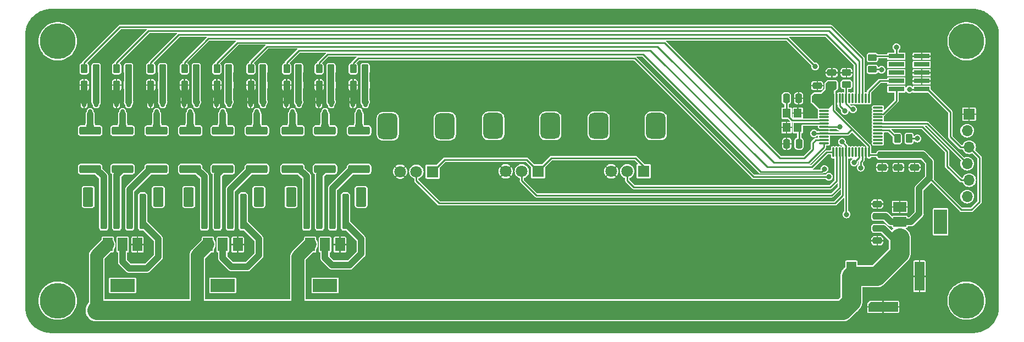
<source format=gbr>
%TF.GenerationSoftware,KiCad,Pcbnew,7.0.2-0*%
%TF.CreationDate,2023-07-03T21:11:48-04:00*%
%TF.ProjectId,controller,636f6e74-726f-46c6-9c65-722e6b696361,rev?*%
%TF.SameCoordinates,Original*%
%TF.FileFunction,Copper,L1,Top*%
%TF.FilePolarity,Positive*%
%FSLAX46Y46*%
G04 Gerber Fmt 4.6, Leading zero omitted, Abs format (unit mm)*
G04 Created by KiCad (PCBNEW 7.0.2-0) date 2023-07-03 21:11:48*
%MOMM*%
%LPD*%
G01*
G04 APERTURE LIST*
G04 Aperture macros list*
%AMRoundRect*
0 Rectangle with rounded corners*
0 $1 Rounding radius*
0 $2 $3 $4 $5 $6 $7 $8 $9 X,Y pos of 4 corners*
0 Add a 4 corners polygon primitive as box body*
4,1,4,$2,$3,$4,$5,$6,$7,$8,$9,$2,$3,0*
0 Add four circle primitives for the rounded corners*
1,1,$1+$1,$2,$3*
1,1,$1+$1,$4,$5*
1,1,$1+$1,$6,$7*
1,1,$1+$1,$8,$9*
0 Add four rect primitives between the rounded corners*
20,1,$1+$1,$2,$3,$4,$5,0*
20,1,$1+$1,$4,$5,$6,$7,0*
20,1,$1+$1,$6,$7,$8,$9,0*
20,1,$1+$1,$8,$9,$2,$3,0*%
%AMOutline5P*
0 Free polygon, 5 corners , with rotation*
0 The origin of the aperture is its center*
0 number of corners: always 5*
0 $1 to $10 corner X, Y*
0 $11 Rotation angle, in degrees counterclockwise*
0 create outline with 5 corners*
4,1,5,$1,$2,$3,$4,$5,$6,$7,$8,$9,$10,$1,$2,$11*%
%AMOutline6P*
0 Free polygon, 6 corners , with rotation*
0 The origin of the aperture is its center*
0 number of corners: always 6*
0 $1 to $12 corner X, Y*
0 $13 Rotation angle, in degrees counterclockwise*
0 create outline with 6 corners*
4,1,6,$1,$2,$3,$4,$5,$6,$7,$8,$9,$10,$11,$12,$1,$2,$13*%
%AMOutline7P*
0 Free polygon, 7 corners , with rotation*
0 The origin of the aperture is its center*
0 number of corners: always 7*
0 $1 to $14 corner X, Y*
0 $15 Rotation angle, in degrees counterclockwise*
0 create outline with 7 corners*
4,1,7,$1,$2,$3,$4,$5,$6,$7,$8,$9,$10,$11,$12,$13,$14,$1,$2,$15*%
%AMOutline8P*
0 Free polygon, 8 corners , with rotation*
0 The origin of the aperture is its center*
0 number of corners: always 8*
0 $1 to $16 corner X, Y*
0 $17 Rotation angle, in degrees counterclockwise*
0 create outline with 8 corners*
4,1,8,$1,$2,$3,$4,$5,$6,$7,$8,$9,$10,$11,$12,$13,$14,$15,$16,$1,$2,$17*%
G04 Aperture macros list end*
%TA.AperFunction,SMDPad,CuDef*%
%ADD10R,1.500000X2.000000*%
%TD*%
%TA.AperFunction,SMDPad,CuDef*%
%ADD11R,3.800000X2.000000*%
%TD*%
%TA.AperFunction,SMDPad,CuDef*%
%ADD12RoundRect,0.250000X0.262500X0.450000X-0.262500X0.450000X-0.262500X-0.450000X0.262500X-0.450000X0*%
%TD*%
%TA.AperFunction,SMDPad,CuDef*%
%ADD13RoundRect,0.250000X1.425000X-0.362500X1.425000X0.362500X-1.425000X0.362500X-1.425000X-0.362500X0*%
%TD*%
%TA.AperFunction,SMDPad,CuDef*%
%ADD14RoundRect,0.250000X0.475000X-0.250000X0.475000X0.250000X-0.475000X0.250000X-0.475000X-0.250000X0*%
%TD*%
%TA.AperFunction,SMDPad,CuDef*%
%ADD15RoundRect,0.250000X-0.262500X-0.450000X0.262500X-0.450000X0.262500X0.450000X-0.262500X0.450000X0*%
%TD*%
%TA.AperFunction,ComponentPad*%
%ADD16C,5.500000*%
%TD*%
%TA.AperFunction,SMDPad,CuDef*%
%ADD17RoundRect,0.150000X-0.150000X0.587500X-0.150000X-0.587500X0.150000X-0.587500X0.150000X0.587500X0*%
%TD*%
%TA.AperFunction,SMDPad,CuDef*%
%ADD18RoundRect,0.250000X0.250000X0.475000X-0.250000X0.475000X-0.250000X-0.475000X0.250000X-0.475000X0*%
%TD*%
%TA.AperFunction,SMDPad,CuDef*%
%ADD19RoundRect,0.250000X-0.475000X0.250000X-0.475000X-0.250000X0.475000X-0.250000X0.475000X0.250000X0*%
%TD*%
%TA.AperFunction,SMDPad,CuDef*%
%ADD20R,2.000000X1.500000*%
%TD*%
%TA.AperFunction,SMDPad,CuDef*%
%ADD21R,2.000000X3.800000*%
%TD*%
%TA.AperFunction,SMDPad,CuDef*%
%ADD22RoundRect,0.250000X0.450000X-0.262500X0.450000X0.262500X-0.450000X0.262500X-0.450000X-0.262500X0*%
%TD*%
%TA.AperFunction,SMDPad,CuDef*%
%ADD23RoundRect,0.250000X-0.250000X-2.500000X0.250000X-2.500000X0.250000X2.500000X-0.250000X2.500000X0*%
%TD*%
%TA.AperFunction,SMDPad,CuDef*%
%ADD24RoundRect,0.250000X-0.550000X-1.250000X0.550000X-1.250000X0.550000X1.250000X-0.550000X1.250000X0*%
%TD*%
%TA.AperFunction,SMDPad,CuDef*%
%ADD25R,1.200000X1.400000*%
%TD*%
%TA.AperFunction,SMDPad,CuDef*%
%ADD26R,2.400000X0.740000*%
%TD*%
%TA.AperFunction,ComponentPad*%
%ADD27R,1.700000X1.700000*%
%TD*%
%TA.AperFunction,ComponentPad*%
%ADD28O,1.700000X1.700000*%
%TD*%
%TA.AperFunction,SMDPad,CuDef*%
%ADD29RoundRect,0.075000X-0.662500X-0.075000X0.662500X-0.075000X0.662500X0.075000X-0.662500X0.075000X0*%
%TD*%
%TA.AperFunction,SMDPad,CuDef*%
%ADD30RoundRect,0.075000X-0.075000X-0.662500X0.075000X-0.662500X0.075000X0.662500X-0.075000X0.662500X0*%
%TD*%
%TA.AperFunction,ComponentPad*%
%ADD31R,1.800000X1.800000*%
%TD*%
%TA.AperFunction,ComponentPad*%
%ADD32C,1.800000*%
%TD*%
%TA.AperFunction,ComponentPad*%
%ADD33RoundRect,0.750000X0.750000X-1.250000X0.750000X1.250000X-0.750000X1.250000X-0.750000X-1.250000X0*%
%TD*%
%TA.AperFunction,ComponentPad*%
%ADD34R,1.500000X4.500000*%
%TD*%
%TA.AperFunction,ComponentPad*%
%ADD35Outline5P,-0.750000X2.250000X0.750000X2.250000X0.750000X-2.250000X-0.450000X-2.250000X-0.750000X-1.950000X270.000000*%
%TD*%
%TA.AperFunction,ViaPad*%
%ADD36C,0.800000*%
%TD*%
%TA.AperFunction,Conductor*%
%ADD37C,1.000000*%
%TD*%
%TA.AperFunction,Conductor*%
%ADD38C,0.250000*%
%TD*%
%TA.AperFunction,Conductor*%
%ADD39C,3.000000*%
%TD*%
%TA.AperFunction,Conductor*%
%ADD40C,2.000000*%
%TD*%
G04 APERTURE END LIST*
D10*
%TO.P,U3,1,GND*%
%TO.N,GND*%
X48487500Y-36350000D03*
%TO.P,U3,2,VO*%
%TO.N,Net-(J4-Pin_4)*%
X46187500Y-36350000D03*
%TO.P,U3,3,VI*%
%TO.N,+12V*%
X43887500Y-36350000D03*
D11*
%TO.P,U3,4*%
%TO.N,N/C*%
X46187500Y-42650000D03*
%TD*%
D12*
%TO.P,R17,1*%
%TO.N,Net-(Q6-G)*%
X10912500Y-11750000D03*
%TO.P,R17,2*%
%TO.N,GND*%
X9087500Y-11750000D03*
%TD*%
%TO.P,R11,1*%
%TO.N,Net-(Q4-G)*%
X21162499Y-11750000D03*
%TO.P,R11,2*%
%TO.N,GND*%
X19337499Y-11750000D03*
%TD*%
D13*
%TO.P,R3,1*%
%TO.N,/LED1/R_OUT*%
X35687500Y-24712500D03*
%TO.P,R3,2*%
%TO.N,Net-(Q1-D)*%
X35687500Y-18787500D03*
%TD*%
D12*
%TO.P,R14,1*%
%TO.N,Net-(Q5-G)*%
X15912500Y-11750000D03*
%TO.P,R14,2*%
%TO.N,GND*%
X14087500Y-11750000D03*
%TD*%
D14*
%TO.P,C5,1*%
%TO.N,+3V3*%
X124250000Y-11750000D03*
%TO.P,C5,2*%
%TO.N,GND*%
X124250000Y-9850000D03*
%TD*%
D15*
%TO.P,R25,1*%
%TO.N,/LED2_B*%
X40275000Y-9250000D03*
%TO.P,R25,2*%
%TO.N,Net-(Q9-G)*%
X42100000Y-9250000D03*
%TD*%
D16*
%TO.P,H3,1*%
%TO.N,N/C*%
X145000000Y-45000000D03*
%TD*%
D13*
%TO.P,R21,1*%
%TO.N,/LED2/R_OUT*%
X51437500Y-24712500D03*
%TO.P,R21,2*%
%TO.N,Net-(Q7-D)*%
X51437500Y-18787500D03*
%TD*%
D17*
%TO.P,Q6,1,G*%
%TO.N,Net-(Q6-G)*%
X10950000Y-14375000D03*
%TO.P,Q6,2,S*%
%TO.N,GND*%
X9050000Y-14375000D03*
%TO.P,Q6,3,D*%
%TO.N,Net-(Q6-D)*%
X10000000Y-16250000D03*
%TD*%
D12*
%TO.P,R20,1*%
%TO.N,Net-(Q7-G)*%
X52350000Y-11750000D03*
%TO.P,R20,2*%
%TO.N,GND*%
X50525000Y-11750000D03*
%TD*%
D15*
%TO.P,R22,1*%
%TO.N,/LED2_G*%
X45275000Y-9250000D03*
%TO.P,R22,2*%
%TO.N,Net-(Q8-G)*%
X47100000Y-9250000D03*
%TD*%
D13*
%TO.P,R18,1*%
%TO.N,/LED0/B_OUT*%
X10000000Y-24712500D03*
%TO.P,R18,2*%
%TO.N,Net-(Q6-D)*%
X10000000Y-18787500D03*
%TD*%
D15*
%TO.P,R19,1*%
%TO.N,/LED2_R*%
X50525000Y-9250000D03*
%TO.P,R19,2*%
%TO.N,Net-(Q7-G)*%
X52350000Y-9250000D03*
%TD*%
%TO.P,R10,1*%
%TO.N,/LED0_R*%
X19337499Y-9250000D03*
%TO.P,R10,2*%
%TO.N,Net-(Q4-G)*%
X21162499Y-9250000D03*
%TD*%
D18*
%TO.P,C1,1*%
%TO.N,OSC_OUT*%
X119200000Y-20800000D03*
%TO.P,C1,2*%
%TO.N,GND*%
X117300000Y-20800000D03*
%TD*%
D19*
%TO.P,C7,1*%
%TO.N,+3V3*%
X132000000Y-22550000D03*
%TO.P,C7,2*%
%TO.N,GND*%
X132000000Y-24450000D03*
%TD*%
D17*
%TO.P,Q9,1,G*%
%TO.N,Net-(Q9-G)*%
X42137500Y-14375000D03*
%TO.P,Q9,2,S*%
%TO.N,GND*%
X40237500Y-14375000D03*
%TO.P,Q9,3,D*%
%TO.N,Net-(Q9-D)*%
X41187500Y-16250000D03*
%TD*%
D20*
%TO.P,U4,1,GND*%
%TO.N,GND*%
X134700000Y-30550000D03*
%TO.P,U4,2,VO*%
%TO.N,+3V3*%
X134700000Y-32850000D03*
%TO.P,U4,3,VI*%
%TO.N,+12V*%
X134700000Y-35150000D03*
D21*
%TO.P,U4,4*%
%TO.N,N/C*%
X141000000Y-32850000D03*
%TD*%
D19*
%TO.P,C4,1*%
%TO.N,+3V3*%
X137000000Y-22550000D03*
%TO.P,C4,2*%
%TO.N,GND*%
X137000000Y-24450000D03*
%TD*%
D17*
%TO.P,Q7,1,G*%
%TO.N,Net-(Q7-G)*%
X52387500Y-14375000D03*
%TO.P,Q7,2,S*%
%TO.N,GND*%
X50487500Y-14375000D03*
%TO.P,Q7,3,D*%
%TO.N,Net-(Q7-D)*%
X51437500Y-16250000D03*
%TD*%
D13*
%TO.P,R15,1*%
%TO.N,/LED0/G_OUT*%
X15000000Y-24712500D03*
%TO.P,R15,2*%
%TO.N,Net-(Q5-D)*%
X15000000Y-18787500D03*
%TD*%
%TO.P,R27,1*%
%TO.N,/LED2/B_OUT*%
X41187500Y-24712500D03*
%TO.P,R27,2*%
%TO.N,Net-(Q9-D)*%
X41187500Y-18787500D03*
%TD*%
D12*
%TO.P,R2,1*%
%TO.N,Net-(Q1-G)*%
X36600000Y-11750000D03*
%TO.P,R2,2*%
%TO.N,GND*%
X34775000Y-11750000D03*
%TD*%
D10*
%TO.P,U1,1,GND*%
%TO.N,GND*%
X32737501Y-36350000D03*
%TO.P,U1,2,VO*%
%TO.N,Net-(J1-Pin_4)*%
X30437501Y-36350000D03*
%TO.P,U1,3,VI*%
%TO.N,+12V*%
X28137501Y-36350000D03*
D11*
%TO.P,U1,4*%
%TO.N,N/C*%
X30437501Y-42650000D03*
%TD*%
D13*
%TO.P,R9,1*%
%TO.N,/LED1/B_OUT*%
X25437501Y-24712500D03*
%TO.P,R9,2*%
%TO.N,Net-(Q3-D)*%
X25437501Y-18787500D03*
%TD*%
D22*
%TO.P,R28,1*%
%TO.N,+3V3*%
X130500000Y-9325000D03*
%TO.P,R28,2*%
%TO.N,RESET*%
X130500000Y-7500000D03*
%TD*%
D23*
%TO.P,J1,1,Pin_1*%
%TO.N,/LED1/B_OUT*%
X27600000Y-31250000D03*
%TO.P,J1,2,Pin_2*%
%TO.N,/LED1/G_OUT*%
X29600000Y-31250000D03*
%TO.P,J1,3,Pin_3*%
%TO.N,/LED1/R_OUT*%
X31600000Y-31250000D03*
%TO.P,J1,4,Pin_4*%
%TO.N,Net-(J1-Pin_4)*%
X33600000Y-31250000D03*
D24*
%TO.P,J1,MP*%
%TO.N,N/C*%
X25200000Y-29000000D03*
X36000000Y-29000000D03*
%TD*%
D13*
%TO.P,R6,1*%
%TO.N,/LED1/G_OUT*%
X30437501Y-24712500D03*
%TO.P,R6,2*%
%TO.N,Net-(Q2-D)*%
X30437501Y-18787500D03*
%TD*%
D12*
%TO.P,R8,1*%
%TO.N,Net-(Q3-G)*%
X26350001Y-11750000D03*
%TO.P,R8,2*%
%TO.N,GND*%
X24525001Y-11750000D03*
%TD*%
D23*
%TO.P,J4,1,Pin_1*%
%TO.N,/LED2/B_OUT*%
X43350000Y-31250000D03*
%TO.P,J4,2,Pin_2*%
%TO.N,/LED2/G_OUT*%
X45350000Y-31250000D03*
%TO.P,J4,3,Pin_3*%
%TO.N,/LED2/R_OUT*%
X47350000Y-31250000D03*
%TO.P,J4,4,Pin_4*%
%TO.N,Net-(J4-Pin_4)*%
X49350000Y-31250000D03*
D24*
%TO.P,J4,MP*%
%TO.N,N/C*%
X40950000Y-29000000D03*
X51750000Y-29000000D03*
%TD*%
D15*
%TO.P,R29,1*%
%TO.N,/LED*%
X134337500Y-20000000D03*
%TO.P,R29,2*%
%TO.N,Net-(D1-A)*%
X136162500Y-20000000D03*
%TD*%
D12*
%TO.P,R23,1*%
%TO.N,Net-(Q8-G)*%
X47100000Y-11750000D03*
%TO.P,R23,2*%
%TO.N,GND*%
X45275000Y-11750000D03*
%TD*%
D19*
%TO.P,C8,1*%
%TO.N,+12V*%
X131250000Y-33850000D03*
%TO.P,C8,2*%
%TO.N,GND*%
X131250000Y-35750000D03*
%TD*%
D16*
%TO.P,H1,1*%
%TO.N,N/C*%
X5000000Y-5000000D03*
%TD*%
D25*
%TO.P,Y1,1,1*%
%TO.N,OSC_IN*%
X117300000Y-16100000D03*
%TO.P,Y1,2,2*%
%TO.N,GND*%
X117300000Y-18300000D03*
%TO.P,Y1,3,3*%
%TO.N,OSC_OUT*%
X119000000Y-18300000D03*
%TO.P,Y1,4,4*%
%TO.N,GND*%
X119000000Y-16100000D03*
%TD*%
D26*
%TO.P,J5,1,VTref*%
%TO.N,+3V3*%
X138100000Y-12390000D03*
%TO.P,J5,2,SWDIO/TMS*%
%TO.N,SWDIO*%
X134200000Y-12390000D03*
%TO.P,J5,3,GND*%
%TO.N,GND*%
X138100000Y-11120000D03*
%TO.P,J5,4,SWDCLK/TCK*%
%TO.N,SWCLK*%
X134200000Y-11120000D03*
%TO.P,J5,5,GND*%
%TO.N,GND*%
X138100000Y-9850000D03*
%TO.P,J5,6,SWO/TDO*%
%TO.N,unconnected-(J5-SWO{slash}TDO-Pad6)*%
X134200000Y-9850000D03*
%TO.P,J5,7,KEY*%
%TO.N,unconnected-(J5-KEY-Pad7)*%
X138100000Y-8580000D03*
%TO.P,J5,8,NC/TDI*%
%TO.N,unconnected-(J5-NC{slash}TDI-Pad8)*%
X134200000Y-8580000D03*
%TO.P,J5,9,GNDDetect*%
%TO.N,GND*%
X138100000Y-7310000D03*
%TO.P,J5,10,~{RESET}*%
%TO.N,RESET*%
X134200000Y-7310000D03*
%TD*%
D18*
%TO.P,C2,1*%
%TO.N,GND*%
X119150000Y-13800000D03*
%TO.P,C2,2*%
%TO.N,OSC_IN*%
X117250000Y-13800000D03*
%TD*%
D27*
%TO.P,J6,1,Pin_1*%
%TO.N,GND*%
X145400000Y-16250000D03*
D28*
%TO.P,J6,2,Pin_2*%
%TO.N,unconnected-(J6-Pin_2-Pad2)*%
X145100000Y-18790000D03*
%TO.P,J6,3,Pin_3*%
%TO.N,+3V3*%
X145400000Y-21330000D03*
%TO.P,J6,4,Pin_4*%
%TO.N,MCU_RX*%
X145100000Y-23870000D03*
%TO.P,J6,5,Pin_5*%
%TO.N,MCU_TX*%
X145400000Y-26410000D03*
%TO.P,J6,6,Pin_6*%
%TO.N,unconnected-(J6-Pin_6-Pad6)*%
X145100000Y-28950000D03*
%TD*%
D13*
%TO.P,R24,1*%
%TO.N,/LED2/G_OUT*%
X46187500Y-24712500D03*
%TO.P,R24,2*%
%TO.N,Net-(Q8-D)*%
X46187500Y-18787500D03*
%TD*%
D16*
%TO.P,H2,1*%
%TO.N,N/C*%
X145000000Y-5000000D03*
%TD*%
D12*
%TO.P,R26,1*%
%TO.N,Net-(Q9-G)*%
X42100000Y-11750000D03*
%TO.P,R26,2*%
%TO.N,GND*%
X40275000Y-11750000D03*
%TD*%
D17*
%TO.P,Q8,1,G*%
%TO.N,Net-(Q8-G)*%
X47137500Y-14375000D03*
%TO.P,Q8,2,S*%
%TO.N,GND*%
X45237500Y-14375000D03*
%TO.P,Q8,3,D*%
%TO.N,Net-(Q8-D)*%
X46187500Y-16250000D03*
%TD*%
%TO.P,Q5,1,G*%
%TO.N,Net-(Q5-G)*%
X15950000Y-14375000D03*
%TO.P,Q5,2,S*%
%TO.N,GND*%
X14050000Y-14375000D03*
%TO.P,Q5,3,D*%
%TO.N,Net-(Q5-D)*%
X15000000Y-16250000D03*
%TD*%
D19*
%TO.P,C3,1*%
%TO.N,+3V3*%
X134500000Y-22550000D03*
%TO.P,C3,2*%
%TO.N,GND*%
X134500000Y-24450000D03*
%TD*%
D17*
%TO.P,Q1,1,G*%
%TO.N,Net-(Q1-G)*%
X36637500Y-14375000D03*
%TO.P,Q1,2,S*%
%TO.N,GND*%
X34737500Y-14375000D03*
%TO.P,Q1,3,D*%
%TO.N,Net-(Q1-D)*%
X35687500Y-16250000D03*
%TD*%
D12*
%TO.P,R5,1*%
%TO.N,Net-(Q2-G)*%
X31350001Y-11750000D03*
%TO.P,R5,2*%
%TO.N,GND*%
X29525001Y-11750000D03*
%TD*%
D22*
%TO.P,R30,1*%
%TO.N,BOOT0*%
X126500000Y-11662500D03*
%TO.P,R30,2*%
%TO.N,GND*%
X126500000Y-9837500D03*
%TD*%
D15*
%TO.P,R4,1*%
%TO.N,/LED1_G*%
X29525001Y-9250000D03*
%TO.P,R4,2*%
%TO.N,Net-(Q2-G)*%
X31350001Y-9250000D03*
%TD*%
%TO.P,R7,1*%
%TO.N,/LED1_B*%
X24525001Y-9250000D03*
%TO.P,R7,2*%
%TO.N,Net-(Q3-G)*%
X26350001Y-9250000D03*
%TD*%
%TO.P,R1,1*%
%TO.N,/LED1_R*%
X34775000Y-9250000D03*
%TO.P,R1,2*%
%TO.N,Net-(Q1-G)*%
X36600000Y-9250000D03*
%TD*%
%TO.P,R13,1*%
%TO.N,/LED0_G*%
X14087500Y-9250000D03*
%TO.P,R13,2*%
%TO.N,Net-(Q5-G)*%
X15912500Y-9250000D03*
%TD*%
D13*
%TO.P,R12,1*%
%TO.N,/LED0/R_OUT*%
X20249999Y-24712500D03*
%TO.P,R12,2*%
%TO.N,Net-(Q4-D)*%
X20249999Y-18787500D03*
%TD*%
D17*
%TO.P,Q4,1,G*%
%TO.N,Net-(Q4-G)*%
X21199999Y-14375000D03*
%TO.P,Q4,2,S*%
%TO.N,GND*%
X19299999Y-14375000D03*
%TO.P,Q4,3,D*%
%TO.N,Net-(Q4-D)*%
X20249999Y-16250000D03*
%TD*%
%TO.P,Q2,1,G*%
%TO.N,Net-(Q2-G)*%
X31387501Y-14375000D03*
%TO.P,Q2,2,S*%
%TO.N,GND*%
X29487501Y-14375000D03*
%TO.P,Q2,3,D*%
%TO.N,Net-(Q2-D)*%
X30437501Y-16250000D03*
%TD*%
D15*
%TO.P,R16,1*%
%TO.N,/LED0_B*%
X9087500Y-9250000D03*
%TO.P,R16,2*%
%TO.N,Net-(Q6-G)*%
X10912500Y-9250000D03*
%TD*%
D14*
%TO.P,C6,1*%
%TO.N,+3V3*%
X122000000Y-13750000D03*
%TO.P,C6,2*%
%TO.N,GND*%
X122000000Y-11850000D03*
%TD*%
D17*
%TO.P,Q3,1,G*%
%TO.N,Net-(Q3-G)*%
X26387501Y-14375000D03*
%TO.P,Q3,2,S*%
%TO.N,GND*%
X24487501Y-14375000D03*
%TO.P,Q3,3,D*%
%TO.N,Net-(Q3-D)*%
X25437501Y-16250000D03*
%TD*%
D29*
%TO.P,U5,1,VBAT*%
%TO.N,+3V3*%
X123037500Y-15210000D03*
%TO.P,U5,2,PC13*%
%TO.N,unconnected-(U5-PC13-Pad2)*%
X123037500Y-15710000D03*
%TO.P,U5,3,PC14*%
%TO.N,unconnected-(U5-PC14-Pad3)*%
X123037500Y-16210000D03*
%TO.P,U5,4,PC15*%
%TO.N,unconnected-(U5-PC15-Pad4)*%
X123037500Y-16710000D03*
%TO.P,U5,5,PF0*%
%TO.N,OSC_IN*%
X123037500Y-17210000D03*
%TO.P,U5,6,PF1*%
%TO.N,OSC_OUT*%
X123037500Y-17710000D03*
%TO.P,U5,7,NRST*%
%TO.N,RESET*%
X123037500Y-18210000D03*
%TO.P,U5,8,VSSA*%
%TO.N,GND*%
X123037500Y-18710000D03*
%TO.P,U5,9,VDDA*%
%TO.N,+3V3*%
X123037500Y-19210000D03*
%TO.P,U5,10,PA0*%
%TO.N,unconnected-(U5-PA0-Pad10)*%
X123037500Y-19710000D03*
%TO.P,U5,11,PA1*%
%TO.N,/LED1_G*%
X123037500Y-20210000D03*
%TO.P,U5,12,PA2*%
%TO.N,/LED1_R*%
X123037500Y-20710000D03*
D30*
%TO.P,U5,13,PA3*%
%TO.N,/LED2_B*%
X124450000Y-22122500D03*
%TO.P,U5,14,PA4*%
%TO.N,/R_POT*%
X124950000Y-22122500D03*
%TO.P,U5,15,PA5*%
%TO.N,/G_POT*%
X125450000Y-22122500D03*
%TO.P,U5,16,PA6*%
%TO.N,/B_POT*%
X125950000Y-22122500D03*
%TO.P,U5,17,PA7*%
%TO.N,BOOT0*%
X126450000Y-22122500D03*
%TO.P,U5,18,PB0*%
%TO.N,unconnected-(U5-PB0-Pad18)*%
X126950000Y-22122500D03*
%TO.P,U5,19,PB1*%
%TO.N,unconnected-(U5-PB1-Pad19)*%
X127450000Y-22122500D03*
%TO.P,U5,20,PB2*%
%TO.N,unconnected-(U5-PB2-Pad20)*%
X127950000Y-22122500D03*
%TO.P,U5,21,PB10*%
%TO.N,/LED2_G*%
X128450000Y-22122500D03*
%TO.P,U5,22,PB11*%
%TO.N,/LED2_R*%
X128950000Y-22122500D03*
%TO.P,U5,23,VSS*%
%TO.N,GND*%
X129450000Y-22122500D03*
%TO.P,U5,24,VDD*%
%TO.N,+3V3*%
X129950000Y-22122500D03*
D29*
%TO.P,U5,25,PB12*%
%TO.N,unconnected-(U5-PB12-Pad25)*%
X131362500Y-20710000D03*
%TO.P,U5,26,PB13*%
%TO.N,unconnected-(U5-PB13-Pad26)*%
X131362500Y-20210000D03*
%TO.P,U5,27,PB14*%
%TO.N,unconnected-(U5-PB14-Pad27)*%
X131362500Y-19710000D03*
%TO.P,U5,28,PB15*%
%TO.N,unconnected-(U5-PB15-Pad28)*%
X131362500Y-19210000D03*
%TO.P,U5,29,PA8*%
%TO.N,/LED*%
X131362500Y-18710000D03*
%TO.P,U5,30,PA9*%
%TO.N,MCU_TX*%
X131362500Y-18210000D03*
%TO.P,U5,31,PA10*%
%TO.N,MCU_RX*%
X131362500Y-17710000D03*
%TO.P,U5,32,PA11*%
%TO.N,unconnected-(U5-PA11-Pad32)*%
X131362500Y-17210000D03*
%TO.P,U5,33,PA12*%
%TO.N,unconnected-(U5-PA12-Pad33)*%
X131362500Y-16710000D03*
%TO.P,U5,34,PA13*%
%TO.N,SWDIO*%
X131362500Y-16210000D03*
%TO.P,U5,35,PF6*%
%TO.N,unconnected-(U5-PF6-Pad35)*%
X131362500Y-15710000D03*
%TO.P,U5,36,PF7*%
%TO.N,unconnected-(U5-PF7-Pad36)*%
X131362500Y-15210000D03*
D30*
%TO.P,U5,37,PA14*%
%TO.N,SWCLK*%
X129950000Y-13797500D03*
%TO.P,U5,38,PA15*%
%TO.N,unconnected-(U5-PA15-Pad38)*%
X129450000Y-13797500D03*
%TO.P,U5,39,PB3*%
%TO.N,/LED0_B*%
X128950000Y-13797500D03*
%TO.P,U5,40,PB4*%
%TO.N,/LED0_G*%
X128450000Y-13797500D03*
%TO.P,U5,41,PB5*%
%TO.N,/LED0_R*%
X127950000Y-13797500D03*
%TO.P,U5,42,PB6*%
%TO.N,unconnected-(U5-PB6-Pad42)*%
X127450000Y-13797500D03*
%TO.P,U5,43,PB7*%
%TO.N,unconnected-(U5-PB7-Pad43)*%
X126950000Y-13797500D03*
%TO.P,U5,44,BOOT0*%
%TO.N,BOOT0*%
X126450000Y-13797500D03*
%TO.P,U5,45,PB8*%
%TO.N,unconnected-(U5-PB8-Pad45)*%
X125950000Y-13797500D03*
%TO.P,U5,46,PB9*%
%TO.N,/LED1_B*%
X125450000Y-13797500D03*
%TO.P,U5,47,VSS*%
%TO.N,GND*%
X124950000Y-13797500D03*
%TO.P,U5,48,VDD*%
%TO.N,+3V3*%
X124450000Y-13797500D03*
%TD*%
D10*
%TO.P,U2,1,GND*%
%TO.N,GND*%
X17300000Y-36350000D03*
%TO.P,U2,2,VO*%
%TO.N,Net-(J3-Pin_4)*%
X15000000Y-36350000D03*
%TO.P,U2,3,VI*%
%TO.N,+12V*%
X12700000Y-36350000D03*
D11*
%TO.P,U2,4*%
%TO.N,N/C*%
X15000000Y-42650000D03*
%TD*%
D16*
%TO.P,H4,1*%
%TO.N,N/C*%
X5000000Y-45000000D03*
%TD*%
D14*
%TO.P,C9,1*%
%TO.N,+3V3*%
X131250000Y-32000000D03*
%TO.P,C9,2*%
%TO.N,GND*%
X131250000Y-30100000D03*
%TD*%
D23*
%TO.P,J3,1,Pin_1*%
%TO.N,/LED0/B_OUT*%
X12100000Y-31250000D03*
%TO.P,J3,2,Pin_2*%
%TO.N,/LED0/G_OUT*%
X14100000Y-31250000D03*
%TO.P,J3,3,Pin_3*%
%TO.N,/LED0/R_OUT*%
X16100000Y-31250000D03*
%TO.P,J3,4,Pin_4*%
%TO.N,Net-(J3-Pin_4)*%
X18100000Y-31250000D03*
D24*
%TO.P,J3,MP*%
%TO.N,N/C*%
X9700000Y-29000000D03*
X20500000Y-29000000D03*
%TD*%
D31*
%TO.P,RV3,1,1*%
%TO.N,+3V3*%
X62750000Y-25100000D03*
D32*
%TO.P,RV3,2,2*%
%TO.N,/B_POT*%
X60250000Y-25100000D03*
%TO.P,RV3,3,3*%
%TO.N,GND*%
X57750000Y-25100000D03*
D33*
%TO.P,RV3,MP*%
%TO.N,N/C*%
X55850000Y-18100000D03*
X64650000Y-18100000D03*
%TD*%
D31*
%TO.P,RV1,1,1*%
%TO.N,+3V3*%
X95250000Y-25050000D03*
D32*
%TO.P,RV1,2,2*%
%TO.N,/R_POT*%
X92750000Y-25050000D03*
%TO.P,RV1,3,3*%
%TO.N,GND*%
X90250000Y-25050000D03*
D33*
%TO.P,RV1,MP*%
%TO.N,N/C*%
X88350000Y-18050000D03*
X97150000Y-18050000D03*
%TD*%
D31*
%TO.P,RV2,1,1*%
%TO.N,+3V3*%
X79000000Y-25050000D03*
D32*
%TO.P,RV2,2,2*%
%TO.N,/G_POT*%
X76500000Y-25050000D03*
%TO.P,RV2,3,3*%
%TO.N,GND*%
X74000000Y-25050000D03*
D33*
%TO.P,RV2,MP*%
%TO.N,N/C*%
X72100000Y-18050000D03*
X80900000Y-18050000D03*
%TD*%
D34*
%TO.P,J2,1*%
%TO.N,+12V*%
X127250000Y-41250000D03*
%TO.P,J2,2*%
%TO.N,GND*%
X137750000Y-41250000D03*
D35*
X132150000Y-45950000D03*
%TD*%
D36*
%TO.N,GND*%
X12750000Y-12000000D03*
X115500000Y-15200000D03*
X18000000Y-13250000D03*
X135800000Y-25100000D03*
X39000000Y-13000000D03*
X120500000Y-18700000D03*
X17750000Y-38000000D03*
X34187501Y-36000000D03*
X7750000Y-14500000D03*
X7750000Y-13250000D03*
X33437501Y-12000000D03*
X140000000Y-7250000D03*
X112500000Y-14500000D03*
X136250000Y-11000000D03*
X49937500Y-36000000D03*
X131300000Y-28600000D03*
X119400000Y-11500000D03*
X43937500Y-12000000D03*
X47937500Y-38000000D03*
X12750000Y-14500000D03*
X115500000Y-13100000D03*
X49187500Y-12000000D03*
X131200000Y-37100000D03*
X135800000Y-28700000D03*
X43937500Y-13250000D03*
X120500000Y-21200000D03*
X33437501Y-14500000D03*
X134700000Y-28700000D03*
X23100000Y-13250000D03*
X16750000Y-38000000D03*
X49937500Y-37250000D03*
X124250000Y-8750000D03*
X33187501Y-38000000D03*
X129600000Y-30100000D03*
X136250000Y-7250000D03*
X18000000Y-14500000D03*
X122000000Y-10500000D03*
X49187500Y-14500000D03*
X18750000Y-37250000D03*
X140250000Y-16250000D03*
X129600000Y-35800000D03*
X131250000Y-3750000D03*
X133600000Y-28700000D03*
X39000000Y-11750000D03*
X23100000Y-12000000D03*
X28187501Y-12000000D03*
X112500000Y-16000000D03*
X39000000Y-14250000D03*
X28187501Y-14500000D03*
X74250000Y-32000000D03*
X32187501Y-38000000D03*
X43937500Y-14500000D03*
X18750000Y-36000000D03*
X142250000Y-26500000D03*
X133300000Y-25200000D03*
X18000000Y-12000000D03*
X112500000Y-13000000D03*
X120500000Y-16100000D03*
X12750000Y-13250000D03*
X34187501Y-37250000D03*
X140000000Y-11000000D03*
X33437501Y-13250000D03*
X131250000Y-5500000D03*
X117300000Y-11500000D03*
X139250000Y-21000000D03*
X130000000Y-24100000D03*
X23100000Y-14500000D03*
X28187501Y-13250000D03*
X49187500Y-13250000D03*
X7750000Y-12000000D03*
X115500000Y-17600000D03*
X135750000Y-16000000D03*
X48937500Y-38000000D03*
X126500000Y-8750000D03*
%TO.N,/LED2_R*%
X128700000Y-24500000D03*
X123800000Y-25900000D03*
%TO.N,/LED2_G*%
X127675685Y-23700000D03*
X123100000Y-24700000D03*
%TO.N,/LED1_B*%
X121700000Y-8900000D03*
X126250000Y-15750000D03*
%TO.N,Net-(D1-A)*%
X137400000Y-20000000D03*
%TO.N,+3V3*%
X121500000Y-19200000D03*
X136200000Y-12400000D03*
X131900000Y-9400000D03*
%TO.N,RESET*%
X134200000Y-5900000D03*
X125500000Y-18200000D03*
%TO.N,BOOT0*%
X126500000Y-31700000D03*
X125800000Y-20500000D03*
X127500000Y-15500000D03*
%TD*%
D37*
%TO.N,GND*%
X45275000Y-14337500D02*
X45237500Y-14375000D01*
X19337500Y-11750000D02*
X19337500Y-14337500D01*
D38*
X122234315Y-18710000D02*
X121824315Y-18300000D01*
D37*
X24525001Y-14337500D02*
X24487501Y-14375000D01*
X29525001Y-14337500D02*
X29487501Y-14375000D01*
D38*
X116200000Y-12900000D02*
X116700000Y-12400000D01*
X119700000Y-22100000D02*
X116700000Y-22100000D01*
D37*
X24525001Y-11750000D02*
X24525001Y-14337500D01*
D38*
X120200000Y-18400000D02*
X120200000Y-20900000D01*
X129450000Y-23550000D02*
X129450000Y-22122500D01*
X120500000Y-16100000D02*
X120200000Y-16400000D01*
D37*
X45275000Y-11750000D02*
X45275000Y-14337500D01*
D38*
X121824315Y-18300000D02*
X120300000Y-18300000D01*
X116200000Y-21600000D02*
X116200000Y-12900000D01*
X120200000Y-21500000D02*
X120200000Y-21600000D01*
D37*
X9087500Y-14337500D02*
X9050000Y-14375000D01*
X50525000Y-11750000D02*
X50525000Y-14337500D01*
D38*
X130000000Y-24100000D02*
X129450000Y-23550000D01*
D37*
X14087500Y-14337500D02*
X14050000Y-14375000D01*
X9087500Y-11750000D02*
X9087500Y-14337500D01*
X40275000Y-14337500D02*
X40237500Y-14375000D01*
D38*
X120200000Y-21600000D02*
X119700000Y-22100000D01*
X116700000Y-22100000D02*
X116200000Y-21600000D01*
X123037500Y-18710000D02*
X122234315Y-18710000D01*
X119700000Y-12400000D02*
X120200000Y-12900000D01*
X120200000Y-20900000D02*
X120500000Y-21200000D01*
D37*
X34775001Y-14337500D02*
X34737501Y-14375000D01*
D38*
X120200000Y-12900000D02*
X120200000Y-15800000D01*
D37*
X19337500Y-14337500D02*
X19300000Y-14375000D01*
D38*
X120300000Y-18300000D02*
X120200000Y-18400000D01*
D37*
X34775001Y-11750000D02*
X34775001Y-14337500D01*
X40275000Y-11750000D02*
X40275000Y-14337500D01*
D38*
X120200000Y-16400000D02*
X120200000Y-16500000D01*
X116700000Y-12400000D02*
X119700000Y-12400000D01*
X120200000Y-15800000D02*
X120500000Y-16100000D01*
D37*
X29525001Y-11750000D02*
X29525001Y-14337500D01*
X14087500Y-11750000D02*
X14087500Y-14337500D01*
D38*
X120500000Y-21200000D02*
X120200000Y-21500000D01*
D37*
X50525000Y-14337500D02*
X50487500Y-14375000D01*
D38*
%TO.N,/LED0_R*%
X127950000Y-8550000D02*
X123400000Y-4000000D01*
X127950000Y-13797500D02*
X127950000Y-8550000D01*
X123400000Y-4000000D02*
X23643749Y-4000000D01*
X19337499Y-8306250D02*
X19337499Y-9250000D01*
X23643749Y-4000000D02*
X19337499Y-8306250D01*
D39*
%TO.N,+12V*%
X127250000Y-41250000D02*
X131150000Y-41250000D01*
X46400000Y-46500000D02*
X28900000Y-46500000D01*
D40*
X42000000Y-38237500D02*
X42000000Y-46500000D01*
X28137501Y-36350000D02*
X26500000Y-37987501D01*
X12700000Y-36350000D02*
X11000000Y-38050000D01*
D37*
X131250000Y-33850000D02*
X132150000Y-33850000D01*
D39*
X131150000Y-41250000D02*
X134700000Y-37700000D01*
X127250000Y-41250000D02*
X127250000Y-45150000D01*
D37*
X132150000Y-33850000D02*
X133500000Y-35200000D01*
D40*
X43887500Y-36350000D02*
X42000000Y-38237500D01*
D39*
X28900000Y-46500000D02*
X11000000Y-46500000D01*
X134700000Y-37700000D02*
X134700000Y-35300000D01*
D37*
X134650000Y-35200000D02*
X134700000Y-35150000D01*
X133500000Y-35200000D02*
X134650000Y-35200000D01*
D40*
X26500000Y-37987501D02*
X26500000Y-46500000D01*
D39*
X125900000Y-46500000D02*
X46400000Y-46500000D01*
D40*
X11000000Y-38050000D02*
X11000000Y-46500000D01*
D39*
X127250000Y-45150000D02*
X125900000Y-46500000D01*
D37*
%TO.N,/LED0/B_OUT*%
X12100000Y-31250000D02*
X12100000Y-25850000D01*
X10962500Y-24712500D02*
X10000000Y-24712500D01*
X12100000Y-25850000D02*
X10962500Y-24712500D01*
%TO.N,/LED0/G_OUT*%
X14100000Y-31250000D02*
X14100000Y-25612500D01*
X14100000Y-25612500D02*
X15000000Y-24712500D01*
%TO.N,/LED0/R_OUT*%
X16100000Y-27881249D02*
X19268749Y-24712500D01*
X19268749Y-24712500D02*
X20249999Y-24712500D01*
X16100000Y-31250000D02*
X16100000Y-27881249D01*
%TO.N,Net-(J1-Pin_4)*%
X31750000Y-39750000D02*
X34250000Y-39750000D01*
X33600000Y-33100000D02*
X33600000Y-31250000D01*
X30437501Y-38437501D02*
X31750000Y-39750000D01*
X36000000Y-35500000D02*
X33600000Y-33100000D01*
X34250000Y-39750000D02*
X36000000Y-38000000D01*
X30437501Y-36350000D02*
X30437501Y-38437501D01*
X36000000Y-38000000D02*
X36000000Y-35500000D01*
%TO.N,/LED1/B_OUT*%
X27600000Y-25850000D02*
X26462500Y-24712500D01*
X27600000Y-31250000D02*
X27600000Y-25850000D01*
X26462500Y-24712500D02*
X25437501Y-24712500D01*
%TO.N,/LED1/G_OUT*%
X29600000Y-31250000D02*
X29600000Y-25550001D01*
X29600000Y-25550001D02*
X30437501Y-24712500D01*
%TO.N,/LED1/R_OUT*%
X34737500Y-24712500D02*
X35687500Y-24712500D01*
X31600000Y-31250000D02*
X31600000Y-27850000D01*
X31600000Y-27850000D02*
X34737500Y-24712500D01*
%TO.N,Net-(J3-Pin_4)*%
X20500000Y-38250000D02*
X20500000Y-35500000D01*
X18100000Y-33100000D02*
X18100000Y-31250000D01*
X18750000Y-40000000D02*
X20500000Y-38250000D01*
X15000000Y-39000000D02*
X16000000Y-40000000D01*
X16000000Y-40000000D02*
X18750000Y-40000000D01*
X15000000Y-36350000D02*
X15000000Y-39000000D01*
X20500000Y-35500000D02*
X18100000Y-33100000D01*
%TO.N,/LED2/B_OUT*%
X43350000Y-25850000D02*
X42212500Y-24712500D01*
X42212500Y-24712500D02*
X41187500Y-24712500D01*
X43350000Y-31250000D02*
X43350000Y-25850000D01*
%TO.N,/LED2/G_OUT*%
X45350000Y-31250000D02*
X45350000Y-25550000D01*
X45350000Y-25550000D02*
X46187500Y-24712500D01*
%TO.N,/LED2/R_OUT*%
X47350000Y-31250000D02*
X47350000Y-27650000D01*
X50287500Y-24712500D02*
X51437500Y-24712500D01*
X47350000Y-27650000D02*
X50287500Y-24712500D01*
%TO.N,Net-(J4-Pin_4)*%
X51750000Y-35500000D02*
X49350000Y-33100000D01*
X51750000Y-37750000D02*
X51750000Y-35500000D01*
X47250000Y-39500000D02*
X50000000Y-39500000D01*
X50000000Y-39500000D02*
X51750000Y-37750000D01*
X46187500Y-36350000D02*
X46187500Y-38437500D01*
X49350000Y-33100000D02*
X49350000Y-31250000D01*
X46187500Y-38437500D02*
X47250000Y-39500000D01*
%TO.N,Net-(Q1-G)*%
X36600001Y-14337500D02*
X36600001Y-11750000D01*
X36600001Y-11750000D02*
X36600001Y-9250000D01*
X36637501Y-14375000D02*
X36600001Y-14337500D01*
%TO.N,Net-(Q1-D)*%
X35687501Y-18787500D02*
X35687501Y-16250000D01*
%TO.N,Net-(Q2-G)*%
X31350001Y-11750000D02*
X31350001Y-14337500D01*
X31350001Y-14337500D02*
X31387501Y-14375000D01*
X31350001Y-9250000D02*
X31350001Y-11750000D01*
%TO.N,Net-(Q2-D)*%
X30437501Y-16250000D02*
X30437501Y-18787500D01*
%TO.N,Net-(Q3-G)*%
X26350001Y-9250000D02*
X26350001Y-11750000D01*
X26350001Y-14337500D02*
X26387501Y-14375000D01*
X26350001Y-11750000D02*
X26350001Y-14337500D01*
%TO.N,Net-(Q3-D)*%
X25437501Y-16250000D02*
X25437501Y-18787500D01*
%TO.N,Net-(Q4-G)*%
X21162500Y-14337500D02*
X21162500Y-11750000D01*
X21162500Y-11750000D02*
X21162500Y-9250000D01*
X21200000Y-14375000D02*
X21162500Y-14337500D01*
%TO.N,Net-(Q4-D)*%
X20250000Y-18787500D02*
X20250000Y-16250000D01*
%TO.N,Net-(Q5-G)*%
X15912500Y-14337500D02*
X15950000Y-14375000D01*
X15912500Y-11750000D02*
X15912500Y-14337500D01*
X15912500Y-9250000D02*
X15912500Y-11750000D01*
%TO.N,Net-(Q5-D)*%
X15000000Y-16250000D02*
X15000000Y-18787500D01*
%TO.N,Net-(Q6-G)*%
X10912500Y-11750000D02*
X10912500Y-14337500D01*
X10912500Y-14337500D02*
X10950000Y-14375000D01*
X10912500Y-9250000D02*
X10912500Y-11750000D01*
%TO.N,Net-(Q6-D)*%
X10000000Y-16250000D02*
X10000000Y-18787500D01*
%TO.N,Net-(Q7-G)*%
X52350000Y-14337500D02*
X52350000Y-11750000D01*
X52350000Y-11750000D02*
X52350000Y-9250000D01*
X52387500Y-14375000D02*
X52350000Y-14337500D01*
%TO.N,Net-(Q7-D)*%
X51437500Y-18787500D02*
X51437500Y-16250000D01*
%TO.N,Net-(Q8-G)*%
X47100000Y-11750000D02*
X47100000Y-14337500D01*
X47100000Y-9250000D02*
X47100000Y-11750000D01*
X47100000Y-14337500D02*
X47137500Y-14375000D01*
%TO.N,Net-(Q8-D)*%
X46187500Y-16250000D02*
X46187500Y-18787500D01*
%TO.N,Net-(Q9-G)*%
X42100000Y-14337500D02*
X42137500Y-14375000D01*
X42100000Y-11750000D02*
X42100000Y-14337500D01*
X42100000Y-9250000D02*
X42100000Y-11750000D01*
%TO.N,Net-(Q9-D)*%
X41187500Y-16250000D02*
X41187500Y-18787500D01*
D38*
%TO.N,/LED1_R*%
X97400000Y-5800000D02*
X37300000Y-5800000D01*
X37300000Y-5800000D02*
X34775000Y-8325000D01*
X34775000Y-8325000D02*
X34775000Y-9250000D01*
X123037500Y-21362500D02*
X120700000Y-23700000D01*
X115300000Y-23700000D02*
X97400000Y-5800000D01*
X120700000Y-23700000D02*
X115300000Y-23700000D01*
X123037500Y-20710000D02*
X123037500Y-21362500D01*
%TO.N,/LED2_R*%
X128700000Y-24500000D02*
X128700000Y-23574695D01*
X112200000Y-25900000D02*
X93900000Y-7600000D01*
X50525000Y-8362500D02*
X50525000Y-9250000D01*
X93900000Y-7600000D02*
X51287500Y-7600000D01*
X51287500Y-7600000D02*
X50525000Y-8362500D01*
X123800000Y-25900000D02*
X112200000Y-25900000D01*
X128700000Y-23574695D02*
X128950000Y-23324695D01*
X128950000Y-23324695D02*
X128950000Y-22122500D01*
%TO.N,/LED1_G*%
X98500000Y-5200000D02*
X32700000Y-5200000D01*
X123037500Y-20210000D02*
X121790000Y-20210000D01*
X29525001Y-8374999D02*
X29525001Y-9250000D01*
X121790000Y-20210000D02*
X121300000Y-20700000D01*
X32700000Y-5200000D02*
X29525001Y-8374999D01*
X121300000Y-20700000D02*
X121300000Y-21700000D01*
X121300000Y-21700000D02*
X120000000Y-23000000D01*
X116300000Y-23000000D02*
X98500000Y-5200000D01*
X120000000Y-23000000D02*
X116300000Y-23000000D01*
%TO.N,/LED2_B*%
X121200000Y-24400000D02*
X114300000Y-24400000D01*
X40275000Y-8325000D02*
X40275000Y-9250000D01*
X114300000Y-24400000D02*
X96300000Y-6400000D01*
X96300000Y-6400000D02*
X42200000Y-6400000D01*
X123477500Y-22122500D02*
X121200000Y-24400000D01*
X124450000Y-22122500D02*
X123477500Y-22122500D01*
X42200000Y-6400000D02*
X40275000Y-8325000D01*
%TO.N,/LED2_G*%
X123100000Y-24700000D02*
X122700000Y-25100000D01*
X46600000Y-7000000D02*
X45275000Y-8325000D01*
X122700000Y-25100000D02*
X113300000Y-25100000D01*
X128450000Y-22122500D02*
X128450000Y-22925685D01*
X113300000Y-25100000D02*
X95200000Y-7000000D01*
X95200000Y-7000000D02*
X46600000Y-7000000D01*
X45275000Y-8325000D02*
X45275000Y-9250000D01*
X128450000Y-22925685D02*
X127675685Y-23700000D01*
%TO.N,/LED0_G*%
X14087500Y-8312500D02*
X14087500Y-9250000D01*
X123800000Y-3400000D02*
X19000000Y-3400000D01*
X128450000Y-13797500D02*
X128450000Y-8050000D01*
X19000000Y-3400000D02*
X14087500Y-8312500D01*
X128450000Y-8050000D02*
X123800000Y-3400000D01*
%TO.N,/LED0_B*%
X124100000Y-2800000D02*
X14600000Y-2800000D01*
X128950000Y-7650000D02*
X124100000Y-2800000D01*
X128950000Y-13797500D02*
X128950000Y-7650000D01*
X14600000Y-2800000D02*
X9087500Y-8312500D01*
X9087500Y-8312500D02*
X9087500Y-9250000D01*
%TO.N,/LED*%
X131362500Y-18710000D02*
X133047500Y-18710000D01*
X133047500Y-18710000D02*
X134337500Y-20000000D01*
%TO.N,/R_POT*%
X93750000Y-27500000D02*
X124000000Y-27500000D01*
X92750000Y-25050000D02*
X92750000Y-26500000D01*
X92750000Y-26500000D02*
X93750000Y-27500000D01*
X124950000Y-26550000D02*
X124950000Y-22122500D01*
X124000000Y-27500000D02*
X124950000Y-26550000D01*
%TO.N,/G_POT*%
X124250000Y-28750000D02*
X125450000Y-27550000D01*
X76500000Y-26500000D02*
X78750000Y-28750000D01*
X78750000Y-28750000D02*
X124250000Y-28750000D01*
X125450000Y-27550000D02*
X125450000Y-22122500D01*
X76500000Y-25050000D02*
X76500000Y-26500000D01*
%TO.N,/B_POT*%
X63750000Y-30000000D02*
X124750000Y-30000000D01*
X125950000Y-28800000D02*
X125950000Y-22122500D01*
X60250000Y-25100000D02*
X60250000Y-26500000D01*
X60250000Y-26500000D02*
X63750000Y-30000000D01*
X124750000Y-30000000D02*
X125950000Y-28800000D01*
%TO.N,/LED1_B*%
X121700000Y-8900000D02*
X117400000Y-4600000D01*
X126250000Y-15750000D02*
X125450000Y-14950000D01*
X28200000Y-4600000D02*
X24525001Y-8274999D01*
X24525001Y-8274999D02*
X24525001Y-9250000D01*
X125450000Y-14950000D02*
X125450000Y-13797500D01*
X117400000Y-4600000D02*
X28200000Y-4600000D01*
%TO.N,Net-(D1-A)*%
X137400000Y-20000000D02*
X136162500Y-20000000D01*
%TO.N,OSC_OUT*%
X119000000Y-18300000D02*
X119000000Y-18500000D01*
X119590000Y-17710000D02*
X119000000Y-18300000D01*
X119200000Y-18500000D02*
X119000000Y-18300000D01*
X123037500Y-17710000D02*
X119590000Y-17710000D01*
X119200000Y-20800000D02*
X119200000Y-18500000D01*
%TO.N,OSC_IN*%
X117250000Y-16050000D02*
X117300000Y-16100000D01*
X117250000Y-13800000D02*
X117250000Y-16050000D01*
X118160000Y-17210000D02*
X117300000Y-16350000D01*
X123037500Y-17210000D02*
X118160000Y-17210000D01*
X117300000Y-16350000D02*
X117300000Y-16100000D01*
%TO.N,+3V3*%
X124450000Y-15650000D02*
X124450000Y-13797500D01*
X147000000Y-29750000D02*
X145750000Y-31000000D01*
X95250000Y-24250000D02*
X94000000Y-23000000D01*
X123027500Y-19200000D02*
X123037500Y-19210000D01*
X129950000Y-21150000D02*
X127350000Y-18550000D01*
D37*
X133350000Y-32850000D02*
X134700000Y-32850000D01*
D38*
X79000000Y-25050000D02*
X77200000Y-23250000D01*
X131825000Y-9325000D02*
X131900000Y-9400000D01*
X130050000Y-22550000D02*
X132000000Y-22550000D01*
X144080000Y-21330000D02*
X145400000Y-21330000D01*
D37*
X139300000Y-23600000D02*
X138250000Y-22550000D01*
D38*
X126690000Y-19210000D02*
X127350000Y-18550000D01*
X142500000Y-15900000D02*
X142500000Y-19750000D01*
X138090000Y-12400000D02*
X138100000Y-12390000D01*
X94000000Y-23000000D02*
X81050000Y-23000000D01*
D37*
X134700000Y-32850000D02*
X136450000Y-32850000D01*
D38*
X147000000Y-22930000D02*
X147000000Y-29750000D01*
X129950000Y-22450000D02*
X130050000Y-22550000D01*
X142500000Y-19750000D02*
X144080000Y-21330000D01*
D37*
X139300000Y-26100000D02*
X139300000Y-23600000D01*
D38*
X81050000Y-23000000D02*
X79000000Y-25050000D01*
D37*
X137700000Y-31600000D02*
X137700000Y-27700000D01*
D38*
X129950000Y-22122500D02*
X129950000Y-21150000D01*
X127350000Y-18550000D02*
X124450000Y-15650000D01*
X77200000Y-23250000D02*
X64600000Y-23250000D01*
D37*
X134500000Y-22550000D02*
X132000000Y-22550000D01*
X132500000Y-32000000D02*
X133350000Y-32850000D01*
X137700000Y-27700000D02*
X139300000Y-26100000D01*
D38*
X138990000Y-12390000D02*
X142500000Y-15900000D01*
X95250000Y-25050000D02*
X95250000Y-24250000D01*
X145750000Y-31000000D02*
X144200000Y-31000000D01*
X64600000Y-23250000D02*
X62750000Y-25100000D01*
X121500000Y-19200000D02*
X123027500Y-19200000D01*
X138100000Y-12390000D02*
X138990000Y-12390000D01*
X123037500Y-19210000D02*
X126690000Y-19210000D01*
D37*
X131250000Y-32000000D02*
X132500000Y-32000000D01*
D38*
X136200000Y-12400000D02*
X138090000Y-12400000D01*
X129950000Y-22122500D02*
X129950000Y-22450000D01*
D37*
X138250000Y-22550000D02*
X137000000Y-22550000D01*
D38*
X145400000Y-21330000D02*
X147000000Y-22930000D01*
X130500000Y-9325000D02*
X131825000Y-9325000D01*
D37*
X137000000Y-22550000D02*
X134500000Y-22550000D01*
X136450000Y-32850000D02*
X137700000Y-31600000D01*
D38*
X144200000Y-31000000D02*
X139300000Y-26100000D01*
%TO.N,MCU_RX*%
X138960000Y-17710000D02*
X145100000Y-23850000D01*
X145100000Y-23850000D02*
X145100000Y-23870000D01*
X131362500Y-17710000D02*
X138960000Y-17710000D01*
%TO.N,MCU_TX*%
X131362500Y-18210000D02*
X138210000Y-18210000D01*
X144160000Y-26410000D02*
X145400000Y-26410000D01*
X138210000Y-18210000D02*
X142000000Y-22000000D01*
X142000000Y-22000000D02*
X142000000Y-24250000D01*
X142000000Y-24250000D02*
X144160000Y-26410000D01*
%TO.N,RESET*%
X134200000Y-7310000D02*
X130690000Y-7310000D01*
X134200000Y-5900000D02*
X134200000Y-7310000D01*
X123037500Y-18210000D02*
X125490000Y-18210000D01*
X130690000Y-7310000D02*
X130500000Y-7500000D01*
X125490000Y-18210000D02*
X125500000Y-18200000D01*
%TO.N,BOOT0*%
X126450000Y-22122500D02*
X126450000Y-21150000D01*
X126450000Y-31650000D02*
X126450000Y-22122500D01*
X126450000Y-13797500D02*
X126450000Y-11712500D01*
X126450000Y-11712500D02*
X126500000Y-11662500D01*
X127349315Y-15500000D02*
X126450000Y-14600685D01*
X127500000Y-15500000D02*
X127349315Y-15500000D01*
X126500000Y-31700000D02*
X126450000Y-31650000D01*
X126450000Y-14600685D02*
X126450000Y-13797500D01*
X126450000Y-21150000D02*
X125800000Y-20500000D01*
%TO.N,SWDIO*%
X131362500Y-16210000D02*
X132165685Y-16210000D01*
X134200000Y-14175685D02*
X134200000Y-12390000D01*
X132165685Y-16210000D02*
X134200000Y-14175685D01*
%TO.N,SWCLK*%
X129950000Y-12800000D02*
X131630000Y-11120000D01*
X129950000Y-13797500D02*
X129950000Y-12800000D01*
X131630000Y-11120000D02*
X134200000Y-11120000D01*
%TD*%
%TA.AperFunction,Conductor*%
%TO.N,Net-(Q2-D)*%
G36*
X30936027Y-17565927D02*
G01*
X30939262Y-17572086D01*
X31048892Y-18168963D01*
X31047016Y-18177719D01*
X31045664Y-18179343D01*
X30445781Y-18780206D01*
X30437511Y-18783640D01*
X30429235Y-18780220D01*
X30429221Y-18780206D01*
X29829337Y-18179343D01*
X29825917Y-18171067D01*
X29826108Y-18168972D01*
X29935740Y-17572085D01*
X29940606Y-17564568D01*
X29947248Y-17562500D01*
X30927754Y-17562500D01*
X30936027Y-17565927D01*
G37*
%TD.AperFunction*%
%TD*%
%TA.AperFunction,Conductor*%
%TO.N,Net-(Q9-D)*%
G36*
X41686026Y-17565927D02*
G01*
X41689261Y-17572086D01*
X41798891Y-18168963D01*
X41797015Y-18177719D01*
X41795663Y-18179343D01*
X41195780Y-18780206D01*
X41187510Y-18783640D01*
X41179234Y-18780220D01*
X41179220Y-18780206D01*
X40579336Y-18179343D01*
X40575916Y-18171067D01*
X40576107Y-18168972D01*
X40685739Y-17572085D01*
X40690605Y-17564568D01*
X40697247Y-17562500D01*
X41677753Y-17562500D01*
X41686026Y-17565927D01*
G37*
%TD.AperFunction*%
%TD*%
%TA.AperFunction,Conductor*%
%TO.N,Net-(Q5-D)*%
G36*
X15498526Y-17565927D02*
G01*
X15501761Y-17572086D01*
X15611391Y-18168963D01*
X15609515Y-18177719D01*
X15608163Y-18179343D01*
X15008280Y-18780206D01*
X15000010Y-18783640D01*
X14991734Y-18780220D01*
X14991720Y-18780206D01*
X14391836Y-18179343D01*
X14388416Y-18171067D01*
X14388607Y-18168972D01*
X14498239Y-17572085D01*
X14503105Y-17564568D01*
X14509747Y-17562500D01*
X15490253Y-17562500D01*
X15498526Y-17565927D01*
G37*
%TD.AperFunction*%
%TD*%
%TA.AperFunction,Conductor*%
%TO.N,Net-(Q3-D)*%
G36*
X25936027Y-17565927D02*
G01*
X25939262Y-17572086D01*
X26048892Y-18168963D01*
X26047016Y-18177719D01*
X26045664Y-18179343D01*
X25445781Y-18780206D01*
X25437511Y-18783640D01*
X25429235Y-18780220D01*
X25429221Y-18780206D01*
X24829337Y-18179343D01*
X24825917Y-18171067D01*
X24826108Y-18168972D01*
X24935740Y-17572085D01*
X24940606Y-17564568D01*
X24947248Y-17562500D01*
X25927754Y-17562500D01*
X25936027Y-17565927D01*
G37*
%TD.AperFunction*%
%TD*%
%TA.AperFunction,Conductor*%
%TO.N,Net-(Q7-D)*%
G36*
X51936026Y-17565927D02*
G01*
X51939261Y-17572086D01*
X52048891Y-18168963D01*
X52047015Y-18177719D01*
X52045663Y-18179343D01*
X51445780Y-18780206D01*
X51437510Y-18783640D01*
X51429234Y-18780220D01*
X51429220Y-18780206D01*
X50829336Y-18179343D01*
X50825916Y-18171067D01*
X50826107Y-18168972D01*
X50935739Y-17572085D01*
X50940605Y-17564568D01*
X50947247Y-17562500D01*
X51927753Y-17562500D01*
X51936026Y-17565927D01*
G37*
%TD.AperFunction*%
%TD*%
%TA.AperFunction,Conductor*%
%TO.N,+3V3*%
G36*
X124914352Y-11214352D02*
G01*
X124985648Y-11285648D01*
X125000000Y-11320296D01*
X125000000Y-12275499D01*
X124985648Y-12310147D01*
X124980400Y-12314699D01*
X124600000Y-12599999D01*
X124600000Y-13100527D01*
X124599500Y-13105604D01*
X124599500Y-14481931D01*
X124587123Y-14514485D01*
X123838292Y-15356920D01*
X123804546Y-15373281D01*
X123792112Y-15372425D01*
X123727133Y-15359500D01*
X123727130Y-15359500D01*
X122347868Y-15359500D01*
X122299847Y-15369052D01*
X122263065Y-15361734D01*
X122255641Y-15355641D01*
X121900667Y-15000667D01*
X121900000Y-15000000D01*
X121316667Y-14500000D01*
X121217111Y-14414666D01*
X121200144Y-14381220D01*
X121200000Y-14377462D01*
X121200000Y-13420296D01*
X121214352Y-13385648D01*
X121485648Y-13114352D01*
X121520296Y-13100000D01*
X122599999Y-13100000D01*
X122600000Y-13100000D01*
X123300000Y-12400000D01*
X123300000Y-11520295D01*
X123314351Y-11485648D01*
X123585648Y-11214352D01*
X123620296Y-11200000D01*
X124879704Y-11200000D01*
X124914352Y-11214352D01*
G37*
%TD.AperFunction*%
%TD*%
%TA.AperFunction,Conductor*%
%TO.N,Net-(Q8-D)*%
G36*
X46686026Y-17565927D02*
G01*
X46689261Y-17572086D01*
X46798891Y-18168963D01*
X46797015Y-18177719D01*
X46795663Y-18179343D01*
X46195780Y-18780206D01*
X46187510Y-18783640D01*
X46179234Y-18780220D01*
X46179220Y-18780206D01*
X45579336Y-18179343D01*
X45575916Y-18171067D01*
X45576107Y-18168972D01*
X45685739Y-17572085D01*
X45690605Y-17564568D01*
X45697247Y-17562500D01*
X46677753Y-17562500D01*
X46686026Y-17565927D01*
G37*
%TD.AperFunction*%
%TD*%
%TA.AperFunction,Conductor*%
%TO.N,Net-(Q4-D)*%
G36*
X20748526Y-17565927D02*
G01*
X20751761Y-17572086D01*
X20861391Y-18168963D01*
X20859515Y-18177719D01*
X20858163Y-18179343D01*
X20258279Y-18780206D01*
X20250009Y-18783640D01*
X20241733Y-18780220D01*
X19641836Y-18179343D01*
X19638416Y-18171067D01*
X19638607Y-18168972D01*
X19748239Y-17572085D01*
X19753105Y-17564568D01*
X19759747Y-17562500D01*
X20740253Y-17562500D01*
X20748526Y-17565927D01*
G37*
%TD.AperFunction*%
%TD*%
%TA.AperFunction,Conductor*%
%TO.N,Net-(Q6-D)*%
G36*
X10498526Y-17565927D02*
G01*
X10501761Y-17572086D01*
X10611391Y-18168963D01*
X10609515Y-18177719D01*
X10608163Y-18179343D01*
X10008280Y-18780206D01*
X10000010Y-18783640D01*
X9991734Y-18780220D01*
X9991720Y-18780206D01*
X9391836Y-18179343D01*
X9388416Y-18171067D01*
X9388607Y-18168972D01*
X9498239Y-17572085D01*
X9503105Y-17564568D01*
X9509747Y-17562500D01*
X10490253Y-17562500D01*
X10498526Y-17565927D01*
G37*
%TD.AperFunction*%
%TD*%
%TA.AperFunction,Conductor*%
%TO.N,Net-(Q1-D)*%
G36*
X36186027Y-17565927D02*
G01*
X36189262Y-17572086D01*
X36298892Y-18168963D01*
X36297016Y-18177719D01*
X36295664Y-18179343D01*
X35695781Y-18780206D01*
X35687511Y-18783640D01*
X35679235Y-18780220D01*
X35679221Y-18780206D01*
X35079337Y-18179343D01*
X35075917Y-18171067D01*
X35076108Y-18168972D01*
X35185740Y-17572085D01*
X35190606Y-17564568D01*
X35197248Y-17562500D01*
X36177754Y-17562500D01*
X36186027Y-17565927D01*
G37*
%TD.AperFunction*%
%TD*%
%TA.AperFunction,Conductor*%
%TO.N,GND*%
G36*
X146001124Y-551D02*
G01*
X146172950Y-8495D01*
X146373144Y-18331D01*
X146377464Y-18737D01*
X146563357Y-44668D01*
X146750360Y-72408D01*
X146754379Y-73179D01*
X146939391Y-116693D01*
X147120678Y-162104D01*
X147120682Y-162105D01*
X147124331Y-163171D01*
X147305175Y-223784D01*
X147305889Y-224031D01*
X147480785Y-286610D01*
X147484042Y-287910D01*
X147658883Y-365110D01*
X147659992Y-365616D01*
X147827389Y-444789D01*
X147830233Y-446252D01*
X147997449Y-539392D01*
X147998796Y-540170D01*
X148157312Y-635181D01*
X148159786Y-636768D01*
X148246360Y-696072D01*
X148317862Y-745052D01*
X148319359Y-746120D01*
X148467650Y-856100D01*
X148469743Y-857743D01*
X148617210Y-980198D01*
X148618749Y-981532D01*
X148755572Y-1105541D01*
X148757291Y-1107179D01*
X148892819Y-1242707D01*
X148894460Y-1244429D01*
X149018461Y-1381243D01*
X149019807Y-1382796D01*
X149142247Y-1530245D01*
X149143907Y-1532359D01*
X149253878Y-1680639D01*
X149254946Y-1682136D01*
X149363222Y-1840199D01*
X149364826Y-1842700D01*
X149459828Y-2001202D01*
X149460606Y-2002549D01*
X149553733Y-2169741D01*
X149555222Y-2172635D01*
X149634371Y-2339983D01*
X149634900Y-2341141D01*
X149712083Y-2515944D01*
X149713394Y-2519228D01*
X149775930Y-2694003D01*
X149776254Y-2694939D01*
X149836822Y-2875650D01*
X149837894Y-2879316D01*
X149883317Y-3060654D01*
X149926820Y-3245619D01*
X149927591Y-3249646D01*
X149955337Y-3436689D01*
X149981258Y-3622513D01*
X149981669Y-3626878D01*
X149991512Y-3827238D01*
X149999448Y-3998875D01*
X149999500Y-4001138D01*
X149999500Y-45998861D01*
X149999448Y-46001124D01*
X149991512Y-46172761D01*
X149981669Y-46373120D01*
X149981258Y-46377486D01*
X149955337Y-46563310D01*
X149927591Y-46750352D01*
X149926820Y-46754379D01*
X149883318Y-46939344D01*
X149837893Y-47120683D01*
X149836822Y-47124347D01*
X149776254Y-47305059D01*
X149775930Y-47305995D01*
X149713394Y-47480770D01*
X149712083Y-47484054D01*
X149634900Y-47658857D01*
X149634371Y-47660015D01*
X149555222Y-47827363D01*
X149553733Y-47830257D01*
X149460606Y-47997449D01*
X149459828Y-47998796D01*
X149364826Y-48157298D01*
X149363222Y-48159799D01*
X149254946Y-48317862D01*
X149253878Y-48319359D01*
X149143907Y-48467639D01*
X149142247Y-48469753D01*
X149019819Y-48617188D01*
X149018429Y-48618792D01*
X148894478Y-48755550D01*
X148892819Y-48757291D01*
X148757291Y-48892819D01*
X148755550Y-48894478D01*
X148618792Y-49018429D01*
X148617188Y-49019819D01*
X148469753Y-49142247D01*
X148467639Y-49143907D01*
X148319359Y-49253878D01*
X148317862Y-49254946D01*
X148159799Y-49363222D01*
X148157298Y-49364826D01*
X147998796Y-49459828D01*
X147997449Y-49460606D01*
X147830257Y-49553733D01*
X147827363Y-49555222D01*
X147660015Y-49634371D01*
X147658857Y-49634900D01*
X147484054Y-49712083D01*
X147480770Y-49713394D01*
X147305995Y-49775930D01*
X147305059Y-49776254D01*
X147124348Y-49836822D01*
X147120682Y-49837894D01*
X146939345Y-49883317D01*
X146754379Y-49926820D01*
X146750352Y-49927591D01*
X146563310Y-49955337D01*
X146377485Y-49981258D01*
X146373120Y-49981669D01*
X146172761Y-49991512D01*
X146001125Y-49999448D01*
X145998862Y-49999500D01*
X4001138Y-49999500D01*
X3998875Y-49999448D01*
X3827238Y-49991512D01*
X3626878Y-49981669D01*
X3622512Y-49981258D01*
X3436689Y-49955337D01*
X3249646Y-49927591D01*
X3245619Y-49926820D01*
X3060684Y-49883324D01*
X3011367Y-49870971D01*
X2879315Y-49837893D01*
X2875651Y-49836822D01*
X2694939Y-49776254D01*
X2694003Y-49775930D01*
X2519228Y-49713394D01*
X2515944Y-49712083D01*
X2341141Y-49634900D01*
X2339983Y-49634371D01*
X2172635Y-49555222D01*
X2169741Y-49553733D01*
X2002549Y-49460606D01*
X2001202Y-49459828D01*
X1842700Y-49364826D01*
X1840199Y-49363222D01*
X1682136Y-49254946D01*
X1680639Y-49253878D01*
X1532359Y-49143907D01*
X1530245Y-49142247D01*
X1382796Y-49019807D01*
X1381243Y-49018461D01*
X1244429Y-48894460D01*
X1242707Y-48892819D01*
X1107179Y-48757291D01*
X1105541Y-48755572D01*
X981532Y-48618749D01*
X980198Y-48617210D01*
X857743Y-48469743D01*
X856100Y-48467650D01*
X746120Y-48319359D01*
X745052Y-48317862D01*
X707637Y-48263243D01*
X636768Y-48159786D01*
X635181Y-48157312D01*
X540170Y-47998796D01*
X539392Y-47997449D01*
X513241Y-47950500D01*
X446252Y-47830233D01*
X444789Y-47827389D01*
X365616Y-47659992D01*
X365098Y-47658857D01*
X354439Y-47634716D01*
X287910Y-47484042D01*
X286610Y-47480785D01*
X224031Y-47305889D01*
X223784Y-47305175D01*
X163169Y-47124324D01*
X162111Y-47120706D01*
X116675Y-46939315D01*
X111402Y-46916895D01*
X73173Y-46754356D01*
X72409Y-46750364D01*
X44662Y-46563310D01*
X18738Y-46377466D01*
X18331Y-46373144D01*
X8487Y-46172761D01*
X552Y-46001124D01*
X500Y-45998861D01*
X500Y-45000000D01*
X2044500Y-45000000D01*
X2044583Y-45001425D01*
X2062270Y-45305109D01*
X2064484Y-45343113D01*
X2064730Y-45344508D01*
X2123919Y-45680188D01*
X2123921Y-45680199D01*
X2124166Y-45681585D01*
X2124569Y-45682934D01*
X2124572Y-45682943D01*
X2222330Y-46009480D01*
X2222333Y-46009488D01*
X2222738Y-46010841D01*
X2223299Y-46012143D01*
X2223300Y-46012144D01*
X2299177Y-46188045D01*
X2358869Y-46326426D01*
X2359581Y-46327660D01*
X2359585Y-46327667D01*
X2489846Y-46553285D01*
X2530716Y-46624074D01*
X2531561Y-46625209D01*
X2531565Y-46625215D01*
X2645337Y-46778037D01*
X2735956Y-46899759D01*
X2971813Y-47149753D01*
X3235098Y-47370675D01*
X3522250Y-47559538D01*
X3829386Y-47713788D01*
X4152353Y-47831338D01*
X4486783Y-47910599D01*
X4828153Y-47950500D01*
X4829572Y-47950500D01*
X5170428Y-47950500D01*
X5171847Y-47950500D01*
X5513217Y-47910599D01*
X5847647Y-47831338D01*
X6170614Y-47713788D01*
X6477750Y-47559538D01*
X6764902Y-47370675D01*
X7028187Y-47149753D01*
X7264044Y-46899759D01*
X7469284Y-46624074D01*
X7641131Y-46326426D01*
X7777262Y-46010841D01*
X7875834Y-45681585D01*
X7935516Y-45343113D01*
X7955500Y-45000000D01*
X7935516Y-44656887D01*
X7875834Y-44318415D01*
X7777262Y-43989159D01*
X7641131Y-43673574D01*
X7469284Y-43375926D01*
X7264044Y-43100241D01*
X7028187Y-42850247D01*
X7027098Y-42849333D01*
X6765994Y-42630241D01*
X6765990Y-42630238D01*
X6764902Y-42629325D01*
X6477750Y-42440462D01*
X6476481Y-42439825D01*
X6476473Y-42439820D01*
X6171886Y-42286851D01*
X6170614Y-42286212D01*
X6169276Y-42285725D01*
X5848984Y-42169148D01*
X5848974Y-42169145D01*
X5847647Y-42168662D01*
X5846264Y-42168334D01*
X5846260Y-42168333D01*
X5514611Y-42089731D01*
X5514604Y-42089729D01*
X5513217Y-42089401D01*
X5511803Y-42089235D01*
X5511799Y-42089235D01*
X5173253Y-42049664D01*
X5173247Y-42049663D01*
X5171847Y-42049500D01*
X4828153Y-42049500D01*
X4826753Y-42049663D01*
X4826746Y-42049664D01*
X4488200Y-42089235D01*
X4488193Y-42089236D01*
X4486783Y-42089401D01*
X4485398Y-42089729D01*
X4485388Y-42089731D01*
X4153739Y-42168333D01*
X4153730Y-42168335D01*
X4152353Y-42168662D01*
X4151030Y-42169143D01*
X4151015Y-42169148D01*
X3830723Y-42285725D01*
X3830717Y-42285727D01*
X3829386Y-42286212D01*
X3828117Y-42286849D01*
X3828113Y-42286851D01*
X3523526Y-42439820D01*
X3523510Y-42439828D01*
X3522250Y-42440462D01*
X3521065Y-42441241D01*
X3521057Y-42441246D01*
X3236289Y-42628541D01*
X3236281Y-42628546D01*
X3235098Y-42629325D01*
X3234016Y-42630232D01*
X3234005Y-42630241D01*
X2972901Y-42849333D01*
X2972890Y-42849342D01*
X2971813Y-42850247D01*
X2970840Y-42851277D01*
X2970836Y-42851282D01*
X2789439Y-43043552D01*
X2735956Y-43100241D01*
X2735112Y-43101374D01*
X2735105Y-43101383D01*
X2531565Y-43374784D01*
X2531556Y-43374797D01*
X2530716Y-43375926D01*
X2530007Y-43377153D01*
X2530003Y-43377160D01*
X2359585Y-43672332D01*
X2359577Y-43672346D01*
X2358869Y-43673574D01*
X2358306Y-43674878D01*
X2358303Y-43674885D01*
X2306684Y-43794552D01*
X2222738Y-43989159D01*
X2222334Y-43990505D01*
X2222330Y-43990519D01*
X2124572Y-44317056D01*
X2124568Y-44317069D01*
X2124166Y-44318415D01*
X2123922Y-44319797D01*
X2123919Y-44319811D01*
X2064730Y-44655491D01*
X2064484Y-44656887D01*
X2064401Y-44658299D01*
X2064401Y-44658306D01*
X2056178Y-44799500D01*
X2044500Y-45000000D01*
X500Y-45000000D01*
X500Y-30304266D01*
X8699500Y-30304266D01*
X8699604Y-30305376D01*
X8699605Y-30305395D01*
X8702354Y-30334699D01*
X8747207Y-30462883D01*
X8827849Y-30572150D01*
X8937116Y-30652792D01*
X8937117Y-30652792D01*
X8937118Y-30652793D01*
X9065301Y-30697646D01*
X9095734Y-30700500D01*
X9096870Y-30700500D01*
X10303130Y-30700500D01*
X10304266Y-30700500D01*
X10334699Y-30697646D01*
X10462882Y-30652793D01*
X10572150Y-30572150D01*
X10652793Y-30462882D01*
X10697646Y-30334699D01*
X10700500Y-30304266D01*
X10700500Y-27695734D01*
X10697646Y-27665301D01*
X10652793Y-27537118D01*
X10648754Y-27531645D01*
X10572150Y-27427849D01*
X10462883Y-27347207D01*
X10334699Y-27302354D01*
X10305395Y-27299605D01*
X10305376Y-27299604D01*
X10304266Y-27299500D01*
X9095734Y-27299500D01*
X9094624Y-27299604D01*
X9094604Y-27299605D01*
X9065300Y-27302354D01*
X8937116Y-27347207D01*
X8827849Y-27427849D01*
X8747207Y-27537116D01*
X8702354Y-27665300D01*
X8699605Y-27694604D01*
X8699604Y-27694624D01*
X8699500Y-27695734D01*
X8699500Y-30304266D01*
X500Y-30304266D01*
X500Y-25129266D01*
X8124500Y-25129266D01*
X8124604Y-25130376D01*
X8124605Y-25130395D01*
X8127354Y-25159699D01*
X8172207Y-25287883D01*
X8252849Y-25397150D01*
X8362116Y-25477792D01*
X8362117Y-25477792D01*
X8362118Y-25477793D01*
X8490301Y-25522646D01*
X8520734Y-25525500D01*
X10764547Y-25525500D01*
X10799195Y-25539852D01*
X11385148Y-26125805D01*
X11399500Y-26160452D01*
X11399500Y-28695733D01*
X11399500Y-28695734D01*
X11399500Y-33804266D01*
X11399604Y-33805376D01*
X11399605Y-33805395D01*
X11402354Y-33834699D01*
X11447207Y-33962883D01*
X11527849Y-34072150D01*
X11637116Y-34152792D01*
X11637117Y-34152792D01*
X11637118Y-34152793D01*
X11765301Y-34197646D01*
X11795734Y-34200500D01*
X11796870Y-34200500D01*
X12403130Y-34200500D01*
X12404266Y-34200500D01*
X12434699Y-34197646D01*
X12562882Y-34152793D01*
X12672150Y-34072150D01*
X12752793Y-33962882D01*
X12797646Y-33834699D01*
X12800500Y-33804266D01*
X12800500Y-28695734D01*
X12800500Y-28695733D01*
X12800500Y-25872621D01*
X12800586Y-25869730D01*
X12804358Y-25807394D01*
X12793104Y-25745987D01*
X12792661Y-25743076D01*
X12785140Y-25681127D01*
X12779131Y-25665285D01*
X12776751Y-25656747D01*
X12773695Y-25640069D01*
X12773694Y-25640066D01*
X12748077Y-25583148D01*
X12746944Y-25580413D01*
X12724818Y-25522070D01*
X12715190Y-25508122D01*
X12710833Y-25500395D01*
X12703879Y-25484944D01*
X12665387Y-25435813D01*
X12663633Y-25433429D01*
X12660757Y-25429263D01*
X12628183Y-25382071D01*
X12581470Y-25340686D01*
X12579314Y-25338657D01*
X12369923Y-25129266D01*
X13124500Y-25129266D01*
X13124604Y-25130376D01*
X13124605Y-25130395D01*
X13127354Y-25159699D01*
X13172207Y-25287883D01*
X13252847Y-25397148D01*
X13261206Y-25403317D01*
X13362118Y-25477793D01*
X13369909Y-25480519D01*
X13397873Y-25505507D01*
X13401925Y-25535599D01*
X13395678Y-25569696D01*
X13395642Y-25569894D01*
X13397291Y-25597157D01*
X13399411Y-25632196D01*
X13399500Y-25635154D01*
X13399500Y-28695734D01*
X13399500Y-33804266D01*
X13399604Y-33805376D01*
X13399605Y-33805395D01*
X13402354Y-33834699D01*
X13447207Y-33962883D01*
X13527849Y-34072150D01*
X13637116Y-34152792D01*
X13637117Y-34152792D01*
X13637118Y-34152793D01*
X13765301Y-34197646D01*
X13795734Y-34200500D01*
X13796870Y-34200500D01*
X14403130Y-34200500D01*
X14404266Y-34200500D01*
X14434699Y-34197646D01*
X14562882Y-34152793D01*
X14672150Y-34072150D01*
X14752793Y-33962882D01*
X14797646Y-33834699D01*
X14800500Y-33804266D01*
X14800500Y-28695734D01*
X14800500Y-27838642D01*
X15395642Y-27838642D01*
X15399410Y-27900946D01*
X15399499Y-27903904D01*
X15399500Y-28302354D01*
X15399500Y-28695734D01*
X15399500Y-33804266D01*
X15399604Y-33805376D01*
X15399605Y-33805395D01*
X15402354Y-33834699D01*
X15447207Y-33962883D01*
X15527849Y-34072150D01*
X15637116Y-34152792D01*
X15637117Y-34152792D01*
X15637118Y-34152793D01*
X15765301Y-34197646D01*
X15795734Y-34200500D01*
X15796870Y-34200500D01*
X16403130Y-34200500D01*
X16404266Y-34200500D01*
X16434699Y-34197646D01*
X16562882Y-34152793D01*
X16672150Y-34072150D01*
X16752793Y-33962882D01*
X16797646Y-33834699D01*
X16800500Y-33804266D01*
X16800500Y-28695734D01*
X16800500Y-28191700D01*
X16814852Y-28157053D01*
X19432054Y-25539852D01*
X19466702Y-25525500D01*
X21728129Y-25525500D01*
X21729265Y-25525500D01*
X21759698Y-25522646D01*
X21887881Y-25477793D01*
X21997149Y-25397150D01*
X22077792Y-25287882D01*
X22122645Y-25159699D01*
X22125499Y-25129266D01*
X23562001Y-25129266D01*
X23562105Y-25130376D01*
X23562106Y-25130395D01*
X23564855Y-25159699D01*
X23609708Y-25287883D01*
X23690350Y-25397150D01*
X23799617Y-25477792D01*
X23799618Y-25477792D01*
X23799619Y-25477793D01*
X23927802Y-25522646D01*
X23958235Y-25525500D01*
X26264547Y-25525500D01*
X26299195Y-25539852D01*
X26885148Y-26125805D01*
X26899500Y-26160452D01*
X26899500Y-28695733D01*
X26899500Y-28695734D01*
X26899500Y-33804266D01*
X26899604Y-33805376D01*
X26899605Y-33805395D01*
X26902354Y-33834699D01*
X26947207Y-33962883D01*
X27027849Y-34072150D01*
X27137116Y-34152792D01*
X27137117Y-34152792D01*
X27137118Y-34152793D01*
X27265301Y-34197646D01*
X27295734Y-34200500D01*
X27296870Y-34200500D01*
X27903130Y-34200500D01*
X27904266Y-34200500D01*
X27934699Y-34197646D01*
X28062882Y-34152793D01*
X28172150Y-34072150D01*
X28252793Y-33962882D01*
X28297646Y-33834699D01*
X28300500Y-33804266D01*
X28300500Y-28695734D01*
X28300500Y-28695733D01*
X28300500Y-25872654D01*
X28300589Y-25869696D01*
X28302108Y-25844579D01*
X28304358Y-25807394D01*
X28293104Y-25745987D01*
X28292661Y-25743076D01*
X28285140Y-25681127D01*
X28279131Y-25665285D01*
X28276751Y-25656747D01*
X28273695Y-25640069D01*
X28273694Y-25640066D01*
X28248077Y-25583148D01*
X28246944Y-25580413D01*
X28224818Y-25522070D01*
X28215190Y-25508122D01*
X28210833Y-25500395D01*
X28203879Y-25484944D01*
X28165387Y-25435813D01*
X28163633Y-25433429D01*
X28160757Y-25429263D01*
X28128183Y-25382071D01*
X28081470Y-25340686D01*
X28079314Y-25338657D01*
X27869923Y-25129266D01*
X28562001Y-25129266D01*
X28562105Y-25130376D01*
X28562106Y-25130395D01*
X28564855Y-25159699D01*
X28609708Y-25287883D01*
X28690350Y-25397150D01*
X28799616Y-25477791D01*
X28799619Y-25477793D01*
X28865130Y-25500716D01*
X28893092Y-25525704D01*
X28897856Y-25544006D01*
X28899410Y-25569696D01*
X28899499Y-25572655D01*
X28899500Y-28695734D01*
X28899500Y-33804266D01*
X28899604Y-33805376D01*
X28899605Y-33805395D01*
X28902354Y-33834699D01*
X28947207Y-33962883D01*
X29027849Y-34072150D01*
X29137116Y-34152792D01*
X29137117Y-34152792D01*
X29137118Y-34152793D01*
X29265301Y-34197646D01*
X29295734Y-34200500D01*
X29296870Y-34200500D01*
X29903130Y-34200500D01*
X29904266Y-34200500D01*
X29934699Y-34197646D01*
X30062882Y-34152793D01*
X30172150Y-34072150D01*
X30252793Y-33962882D01*
X30297646Y-33834699D01*
X30300500Y-33804266D01*
X30300500Y-28695734D01*
X30300500Y-28695733D01*
X30300500Y-27807393D01*
X30895642Y-27807393D01*
X30899411Y-27869696D01*
X30899500Y-27872655D01*
X30899500Y-28695734D01*
X30899500Y-33804266D01*
X30899604Y-33805376D01*
X30899605Y-33805395D01*
X30902354Y-33834699D01*
X30947207Y-33962883D01*
X31027849Y-34072150D01*
X31137116Y-34152792D01*
X31137117Y-34152792D01*
X31137118Y-34152793D01*
X31265301Y-34197646D01*
X31295734Y-34200500D01*
X31296870Y-34200500D01*
X31903130Y-34200500D01*
X31904266Y-34200500D01*
X31934699Y-34197646D01*
X32062882Y-34152793D01*
X32172150Y-34072150D01*
X32252793Y-33962882D01*
X32297646Y-33834699D01*
X32300500Y-33804266D01*
X32300500Y-28695734D01*
X32300500Y-28160451D01*
X32314852Y-28125804D01*
X34900805Y-25539852D01*
X34935453Y-25525500D01*
X37165630Y-25525500D01*
X37166766Y-25525500D01*
X37197199Y-25522646D01*
X37325382Y-25477793D01*
X37434650Y-25397150D01*
X37515293Y-25287882D01*
X37560146Y-25159699D01*
X37563000Y-25129266D01*
X39312000Y-25129266D01*
X39312104Y-25130376D01*
X39312105Y-25130395D01*
X39314854Y-25159699D01*
X39359707Y-25287883D01*
X39440349Y-25397150D01*
X39549616Y-25477792D01*
X39549617Y-25477792D01*
X39549618Y-25477793D01*
X39677801Y-25522646D01*
X39708234Y-25525500D01*
X42014547Y-25525500D01*
X42049195Y-25539852D01*
X42635147Y-26125804D01*
X42649499Y-26160452D01*
X42649499Y-28716027D01*
X42649500Y-28716030D01*
X42649500Y-33804266D01*
X42649604Y-33805376D01*
X42649605Y-33805395D01*
X42652354Y-33834699D01*
X42697207Y-33962883D01*
X42777849Y-34072150D01*
X42887116Y-34152792D01*
X42887117Y-34152792D01*
X42887118Y-34152793D01*
X43015301Y-34197646D01*
X43045734Y-34200500D01*
X43046870Y-34200500D01*
X43653130Y-34200500D01*
X43654266Y-34200500D01*
X43684699Y-34197646D01*
X43812882Y-34152793D01*
X43922150Y-34072150D01*
X44002793Y-33962882D01*
X44047646Y-33834699D01*
X44050500Y-33804266D01*
X44050500Y-28695734D01*
X44050500Y-28695733D01*
X44050500Y-25872654D01*
X44050589Y-25869696D01*
X44052108Y-25844579D01*
X44054358Y-25807394D01*
X44043104Y-25745987D01*
X44042661Y-25743076D01*
X44035140Y-25681127D01*
X44029131Y-25665285D01*
X44026751Y-25656747D01*
X44023695Y-25640069D01*
X44023694Y-25640066D01*
X43998077Y-25583148D01*
X43996944Y-25580413D01*
X43974818Y-25522070D01*
X43965190Y-25508122D01*
X43960833Y-25500395D01*
X43953879Y-25484944D01*
X43915387Y-25435813D01*
X43913633Y-25433429D01*
X43910757Y-25429263D01*
X43878183Y-25382071D01*
X43831470Y-25340686D01*
X43829314Y-25338657D01*
X43619923Y-25129266D01*
X44312000Y-25129266D01*
X44312104Y-25130376D01*
X44312105Y-25130395D01*
X44314854Y-25159699D01*
X44359707Y-25287883D01*
X44440349Y-25397150D01*
X44549614Y-25477791D01*
X44549616Y-25477791D01*
X44549618Y-25477793D01*
X44615130Y-25500716D01*
X44643092Y-25525704D01*
X44647856Y-25544006D01*
X44649410Y-25569696D01*
X44649499Y-25572655D01*
X44649498Y-28705477D01*
X44649500Y-28705482D01*
X44649500Y-33804266D01*
X44649604Y-33805376D01*
X44649605Y-33805395D01*
X44652354Y-33834699D01*
X44697207Y-33962883D01*
X44777849Y-34072150D01*
X44887116Y-34152792D01*
X44887117Y-34152792D01*
X44887118Y-34152793D01*
X45015301Y-34197646D01*
X45045734Y-34200500D01*
X45046870Y-34200500D01*
X45653130Y-34200500D01*
X45654266Y-34200500D01*
X45684699Y-34197646D01*
X45812882Y-34152793D01*
X45922150Y-34072150D01*
X46002793Y-33962882D01*
X46047646Y-33834699D01*
X46050500Y-33804266D01*
X46050500Y-28695734D01*
X46050500Y-27607394D01*
X46645642Y-27607394D01*
X46648667Y-27657393D01*
X46649411Y-27669696D01*
X46649500Y-27672654D01*
X46649500Y-28695733D01*
X46649500Y-28695734D01*
X46649500Y-33804266D01*
X46649604Y-33805376D01*
X46649605Y-33805395D01*
X46652354Y-33834699D01*
X46697207Y-33962883D01*
X46777849Y-34072150D01*
X46887116Y-34152792D01*
X46887117Y-34152792D01*
X46887118Y-34152793D01*
X47015301Y-34197646D01*
X47045734Y-34200500D01*
X47046870Y-34200500D01*
X47653130Y-34200500D01*
X47654266Y-34200500D01*
X47684699Y-34197646D01*
X47812882Y-34152793D01*
X47922150Y-34072150D01*
X48002793Y-33962882D01*
X48047646Y-33834699D01*
X48050500Y-33804266D01*
X48050500Y-28695734D01*
X48050500Y-28695733D01*
X48050500Y-27960452D01*
X48064852Y-27925804D01*
X50450805Y-25539852D01*
X50485453Y-25525500D01*
X52915630Y-25525500D01*
X52916766Y-25525500D01*
X52947199Y-25522646D01*
X53075382Y-25477793D01*
X53184650Y-25397150D01*
X53265293Y-25287882D01*
X53310146Y-25159699D01*
X53313000Y-25129266D01*
X53313000Y-25100000D01*
X56645286Y-25100000D01*
X56664097Y-25302992D01*
X56719884Y-25499065D01*
X56810753Y-25681555D01*
X56903804Y-25804774D01*
X57332848Y-25375729D01*
X57368239Y-25430798D01*
X57471311Y-25520109D01*
X57045330Y-25946089D01*
X57084259Y-25981577D01*
X57257588Y-26088899D01*
X57447678Y-26162539D01*
X57648073Y-26200000D01*
X57851927Y-26200000D01*
X58052321Y-26162539D01*
X58242411Y-26088899D01*
X58415737Y-25981580D01*
X58454668Y-25946088D01*
X58028688Y-25520109D01*
X58131761Y-25430798D01*
X58167150Y-25375730D01*
X58596194Y-25804774D01*
X58689246Y-25681555D01*
X58780115Y-25499065D01*
X58835902Y-25302992D01*
X58854713Y-25100000D01*
X58835902Y-24897007D01*
X58780115Y-24700934D01*
X58689246Y-24518444D01*
X58596194Y-24395224D01*
X58167149Y-24824268D01*
X58131761Y-24769202D01*
X58028687Y-24679889D01*
X58454668Y-24253909D01*
X58415740Y-24218422D01*
X58242411Y-24111100D01*
X58052321Y-24037460D01*
X57851927Y-24000000D01*
X57648073Y-24000000D01*
X57447678Y-24037460D01*
X57257588Y-24111100D01*
X57084262Y-24218420D01*
X57045331Y-24253910D01*
X57471311Y-24679890D01*
X57368239Y-24769202D01*
X57332849Y-24824269D01*
X56903804Y-24395224D01*
X56810753Y-24518444D01*
X56719884Y-24700934D01*
X56664097Y-24897007D01*
X56645286Y-25100000D01*
X53313000Y-25100000D01*
X53313000Y-24295734D01*
X53310146Y-24265301D01*
X53265293Y-24137118D01*
X53260226Y-24130252D01*
X53184650Y-24027849D01*
X53075383Y-23947207D01*
X52947199Y-23902354D01*
X52917895Y-23899605D01*
X52917876Y-23899604D01*
X52916766Y-23899500D01*
X49958234Y-23899500D01*
X49957124Y-23899604D01*
X49957104Y-23899605D01*
X49927800Y-23902354D01*
X49799616Y-23947207D01*
X49690349Y-24027849D01*
X49609707Y-24137116D01*
X49564854Y-24265300D01*
X49562105Y-24294604D01*
X49562104Y-24294624D01*
X49562000Y-24295734D01*
X49562000Y-24296869D01*
X49562000Y-24427045D01*
X49547648Y-24461693D01*
X46870684Y-27138657D01*
X46868530Y-27140685D01*
X46821817Y-27182070D01*
X46786358Y-27233438D01*
X46784606Y-27235819D01*
X46746121Y-27284943D01*
X46739166Y-27300396D01*
X46734811Y-27308118D01*
X46725182Y-27322067D01*
X46703051Y-27380422D01*
X46701918Y-27383156D01*
X46676304Y-27440068D01*
X46673248Y-27456745D01*
X46670867Y-27465287D01*
X46664859Y-27481127D01*
X46657338Y-27543065D01*
X46656893Y-27545989D01*
X46647998Y-27594537D01*
X46645642Y-27607394D01*
X46050500Y-27607394D01*
X46050500Y-25860452D01*
X46064851Y-25825805D01*
X46350805Y-25539852D01*
X46385453Y-25525500D01*
X47665630Y-25525500D01*
X47666766Y-25525500D01*
X47697199Y-25522646D01*
X47825382Y-25477793D01*
X47934650Y-25397150D01*
X48015293Y-25287882D01*
X48060146Y-25159699D01*
X48063000Y-25129266D01*
X48063000Y-24295734D01*
X48060146Y-24265301D01*
X48015293Y-24137118D01*
X48010226Y-24130252D01*
X47934650Y-24027849D01*
X47825383Y-23947207D01*
X47697199Y-23902354D01*
X47667895Y-23899605D01*
X47667876Y-23899604D01*
X47666766Y-23899500D01*
X44708234Y-23899500D01*
X44707124Y-23899604D01*
X44707104Y-23899605D01*
X44677800Y-23902354D01*
X44549616Y-23947207D01*
X44440349Y-24027849D01*
X44359707Y-24137116D01*
X44314854Y-24265300D01*
X44312105Y-24294604D01*
X44312104Y-24294624D01*
X44312000Y-24295734D01*
X44312000Y-25129266D01*
X43619923Y-25129266D01*
X43077352Y-24586695D01*
X43063000Y-24552047D01*
X43063000Y-24296869D01*
X43063000Y-24296868D01*
X43063000Y-24295734D01*
X43060146Y-24265301D01*
X43015293Y-24137118D01*
X43010226Y-24130252D01*
X42934650Y-24027849D01*
X42825383Y-23947207D01*
X42697199Y-23902354D01*
X42667895Y-23899605D01*
X42667876Y-23899604D01*
X42666766Y-23899500D01*
X39708234Y-23899500D01*
X39707124Y-23899604D01*
X39707104Y-23899605D01*
X39677800Y-23902354D01*
X39549616Y-23947207D01*
X39440349Y-24027849D01*
X39359707Y-24137116D01*
X39314854Y-24265300D01*
X39312105Y-24294604D01*
X39312104Y-24294624D01*
X39312000Y-24295734D01*
X39312000Y-25129266D01*
X37563000Y-25129266D01*
X37563000Y-24295734D01*
X37560146Y-24265301D01*
X37515293Y-24137118D01*
X37510226Y-24130252D01*
X37434650Y-24027849D01*
X37325383Y-23947207D01*
X37197199Y-23902354D01*
X37167895Y-23899605D01*
X37167876Y-23899604D01*
X37166766Y-23899500D01*
X34208234Y-23899500D01*
X34207124Y-23899604D01*
X34207104Y-23899605D01*
X34177800Y-23902354D01*
X34049616Y-23947207D01*
X33940349Y-24027849D01*
X33859707Y-24137116D01*
X33814854Y-24265300D01*
X33812105Y-24294604D01*
X33812104Y-24294624D01*
X33812000Y-24295734D01*
X33812000Y-24296869D01*
X33812000Y-24627046D01*
X33797648Y-24661694D01*
X31120684Y-27338657D01*
X31118530Y-27340685D01*
X31071817Y-27382070D01*
X31036358Y-27433438D01*
X31034606Y-27435819D01*
X30996121Y-27484943D01*
X30989166Y-27500396D01*
X30984811Y-27508118D01*
X30975182Y-27522067D01*
X30953051Y-27580422D01*
X30951918Y-27583156D01*
X30926304Y-27640068D01*
X30923248Y-27656745D01*
X30920867Y-27665287D01*
X30914859Y-27681127D01*
X30907338Y-27743065D01*
X30906893Y-27745989D01*
X30895642Y-27807393D01*
X30300500Y-27807393D01*
X30300500Y-25860452D01*
X30314852Y-25825805D01*
X30600806Y-25539852D01*
X30635454Y-25525500D01*
X31915631Y-25525500D01*
X31916767Y-25525500D01*
X31947200Y-25522646D01*
X32075383Y-25477793D01*
X32184651Y-25397150D01*
X32265294Y-25287882D01*
X32310147Y-25159699D01*
X32313001Y-25129266D01*
X32313001Y-24295734D01*
X32310147Y-24265301D01*
X32265294Y-24137118D01*
X32260227Y-24130252D01*
X32184651Y-24027849D01*
X32075384Y-23947207D01*
X31947200Y-23902354D01*
X31917896Y-23899605D01*
X31917877Y-23899604D01*
X31916767Y-23899500D01*
X28958235Y-23899500D01*
X28957125Y-23899604D01*
X28957105Y-23899605D01*
X28927801Y-23902354D01*
X28799617Y-23947207D01*
X28690350Y-24027849D01*
X28609708Y-24137116D01*
X28564855Y-24265300D01*
X28562106Y-24294604D01*
X28562105Y-24294624D01*
X28562001Y-24295734D01*
X28562001Y-25129266D01*
X27869923Y-25129266D01*
X27327353Y-24586696D01*
X27313001Y-24552048D01*
X27313001Y-24296869D01*
X27313001Y-24295734D01*
X27310147Y-24265301D01*
X27265294Y-24137118D01*
X27260227Y-24130252D01*
X27184651Y-24027849D01*
X27075384Y-23947207D01*
X26947200Y-23902354D01*
X26917896Y-23899605D01*
X26917877Y-23899604D01*
X26916767Y-23899500D01*
X23958235Y-23899500D01*
X23957125Y-23899604D01*
X23957105Y-23899605D01*
X23927801Y-23902354D01*
X23799617Y-23947207D01*
X23690350Y-24027849D01*
X23609708Y-24137116D01*
X23564855Y-24265300D01*
X23562106Y-24294604D01*
X23562105Y-24294624D01*
X23562001Y-24295734D01*
X23562001Y-25129266D01*
X22125499Y-25129266D01*
X22125499Y-24295734D01*
X22122645Y-24265301D01*
X22077792Y-24137118D01*
X22072725Y-24130252D01*
X21997149Y-24027849D01*
X21887882Y-23947207D01*
X21759698Y-23902354D01*
X21730394Y-23899605D01*
X21730375Y-23899604D01*
X21729265Y-23899500D01*
X18770733Y-23899500D01*
X18769623Y-23899604D01*
X18769603Y-23899605D01*
X18740299Y-23902354D01*
X18612115Y-23947207D01*
X18502848Y-24027849D01*
X18422206Y-24137116D01*
X18377353Y-24265300D01*
X18374604Y-24294604D01*
X18374603Y-24294624D01*
X18374499Y-24295734D01*
X18374499Y-24296869D01*
X18374499Y-24595796D01*
X18360147Y-24630444D01*
X15620684Y-27369906D01*
X15618530Y-27371934D01*
X15571817Y-27413319D01*
X15536358Y-27464687D01*
X15534606Y-27467068D01*
X15496121Y-27516192D01*
X15489166Y-27531645D01*
X15484811Y-27539367D01*
X15475182Y-27553316D01*
X15453051Y-27611671D01*
X15451918Y-27614405D01*
X15426304Y-27671317D01*
X15423248Y-27687994D01*
X15420867Y-27696536D01*
X15414859Y-27712376D01*
X15407338Y-27774314D01*
X15406893Y-27777238D01*
X15395642Y-27838642D01*
X14800500Y-27838642D01*
X14800499Y-25922953D01*
X14814852Y-25888305D01*
X15163305Y-25539852D01*
X15197953Y-25525500D01*
X16478130Y-25525500D01*
X16479266Y-25525500D01*
X16509699Y-25522646D01*
X16637882Y-25477793D01*
X16747150Y-25397150D01*
X16827793Y-25287882D01*
X16872646Y-25159699D01*
X16875500Y-25129266D01*
X16875500Y-24295734D01*
X16872646Y-24265301D01*
X16827793Y-24137118D01*
X16822726Y-24130252D01*
X16747150Y-24027849D01*
X16637883Y-23947207D01*
X16509699Y-23902354D01*
X16480395Y-23899605D01*
X16480376Y-23899604D01*
X16479266Y-23899500D01*
X13520734Y-23899500D01*
X13519624Y-23899604D01*
X13519604Y-23899605D01*
X13490300Y-23902354D01*
X13362116Y-23947207D01*
X13252849Y-24027849D01*
X13172207Y-24137116D01*
X13127354Y-24265300D01*
X13124605Y-24294604D01*
X13124604Y-24294624D01*
X13124500Y-24295734D01*
X13124500Y-25129266D01*
X12369923Y-25129266D01*
X11889852Y-24649195D01*
X11875500Y-24614547D01*
X11875500Y-24296869D01*
X11875500Y-24295734D01*
X11872646Y-24265301D01*
X11827793Y-24137118D01*
X11822726Y-24130252D01*
X11747150Y-24027849D01*
X11637883Y-23947207D01*
X11509699Y-23902354D01*
X11480395Y-23899605D01*
X11480376Y-23899604D01*
X11479266Y-23899500D01*
X8520734Y-23899500D01*
X8519624Y-23899604D01*
X8519604Y-23899605D01*
X8490300Y-23902354D01*
X8362116Y-23947207D01*
X8252849Y-24027849D01*
X8172207Y-24137116D01*
X8127354Y-24265300D01*
X8124605Y-24294604D01*
X8124604Y-24294624D01*
X8124500Y-24295734D01*
X8124500Y-25129266D01*
X500Y-25129266D01*
X500Y-19204266D01*
X8124500Y-19204266D01*
X8124604Y-19205376D01*
X8124605Y-19205395D01*
X8127354Y-19234699D01*
X8172207Y-19362883D01*
X8252849Y-19472150D01*
X8362116Y-19552792D01*
X8362117Y-19552792D01*
X8362118Y-19552793D01*
X8490301Y-19597646D01*
X8520734Y-19600500D01*
X8521870Y-19600500D01*
X11478130Y-19600500D01*
X11479266Y-19600500D01*
X11509699Y-19597646D01*
X11637882Y-19552793D01*
X11747150Y-19472150D01*
X11827793Y-19362882D01*
X11872646Y-19234699D01*
X11875500Y-19204266D01*
X13124500Y-19204266D01*
X13124604Y-19205376D01*
X13124605Y-19205395D01*
X13127354Y-19234699D01*
X13172207Y-19362883D01*
X13252849Y-19472150D01*
X13362116Y-19552792D01*
X13362117Y-19552792D01*
X13362118Y-19552793D01*
X13490301Y-19597646D01*
X13520734Y-19600500D01*
X13521870Y-19600500D01*
X16478130Y-19600500D01*
X16479266Y-19600500D01*
X16509699Y-19597646D01*
X16637882Y-19552793D01*
X16747150Y-19472150D01*
X16827793Y-19362882D01*
X16872646Y-19234699D01*
X16875500Y-19204266D01*
X18374499Y-19204266D01*
X18374603Y-19205376D01*
X18374604Y-19205395D01*
X18377353Y-19234699D01*
X18422206Y-19362883D01*
X18502848Y-19472150D01*
X18612115Y-19552792D01*
X18612116Y-19552792D01*
X18612117Y-19552793D01*
X18740300Y-19597646D01*
X18770733Y-19600500D01*
X18771869Y-19600500D01*
X21728129Y-19600500D01*
X21729265Y-19600500D01*
X21759698Y-19597646D01*
X21887881Y-19552793D01*
X21997149Y-19472150D01*
X22077792Y-19362882D01*
X22122645Y-19234699D01*
X22125499Y-19204266D01*
X23562001Y-19204266D01*
X23562105Y-19205376D01*
X23562106Y-19205395D01*
X23564855Y-19234699D01*
X23609708Y-19362883D01*
X23690350Y-19472150D01*
X23799617Y-19552792D01*
X23799618Y-19552792D01*
X23799619Y-19552793D01*
X23927802Y-19597646D01*
X23958235Y-19600500D01*
X23959371Y-19600500D01*
X26915631Y-19600500D01*
X26916767Y-19600500D01*
X26947200Y-19597646D01*
X27075383Y-19552793D01*
X27184651Y-19472150D01*
X27265294Y-19362882D01*
X27310147Y-19234699D01*
X27313001Y-19204266D01*
X28562001Y-19204266D01*
X28562105Y-19205376D01*
X28562106Y-19205395D01*
X28564855Y-19234699D01*
X28609708Y-19362883D01*
X28690350Y-19472150D01*
X28799617Y-19552792D01*
X28799618Y-19552792D01*
X28799619Y-19552793D01*
X28927802Y-19597646D01*
X28958235Y-19600500D01*
X28959371Y-19600500D01*
X31915631Y-19600500D01*
X31916767Y-19600500D01*
X31947200Y-19597646D01*
X32075383Y-19552793D01*
X32184651Y-19472150D01*
X32265294Y-19362882D01*
X32310147Y-19234699D01*
X32313001Y-19204266D01*
X33812000Y-19204266D01*
X33812104Y-19205376D01*
X33812105Y-19205395D01*
X33814854Y-19234699D01*
X33859707Y-19362883D01*
X33940349Y-19472150D01*
X34049616Y-19552792D01*
X34049617Y-19552792D01*
X34049618Y-19552793D01*
X34177801Y-19597646D01*
X34208234Y-19600500D01*
X34209370Y-19600500D01*
X37165630Y-19600500D01*
X37166766Y-19600500D01*
X37197199Y-19597646D01*
X37325382Y-19552793D01*
X37434650Y-19472150D01*
X37515293Y-19362882D01*
X37560146Y-19234699D01*
X37563000Y-19204266D01*
X39312000Y-19204266D01*
X39312104Y-19205376D01*
X39312105Y-19205395D01*
X39314854Y-19234699D01*
X39359707Y-19362883D01*
X39440349Y-19472150D01*
X39549616Y-19552792D01*
X39549617Y-19552792D01*
X39549618Y-19552793D01*
X39677801Y-19597646D01*
X39708234Y-19600500D01*
X39709370Y-19600500D01*
X42665630Y-19600500D01*
X42666766Y-19600500D01*
X42697199Y-19597646D01*
X42825382Y-19552793D01*
X42934650Y-19472150D01*
X43015293Y-19362882D01*
X43060146Y-19234699D01*
X43063000Y-19204266D01*
X44312000Y-19204266D01*
X44312104Y-19205376D01*
X44312105Y-19205395D01*
X44314854Y-19234699D01*
X44359707Y-19362883D01*
X44440349Y-19472150D01*
X44549616Y-19552792D01*
X44549617Y-19552792D01*
X44549618Y-19552793D01*
X44677801Y-19597646D01*
X44708234Y-19600500D01*
X44709370Y-19600500D01*
X47665630Y-19600500D01*
X47666766Y-19600500D01*
X47697199Y-19597646D01*
X47825382Y-19552793D01*
X47934650Y-19472150D01*
X48015293Y-19362882D01*
X48060146Y-19234699D01*
X48063000Y-19204266D01*
X49562000Y-19204266D01*
X49562104Y-19205376D01*
X49562105Y-19205395D01*
X49564854Y-19234699D01*
X49609707Y-19362883D01*
X49690349Y-19472150D01*
X49799616Y-19552792D01*
X49799617Y-19552792D01*
X49799618Y-19552793D01*
X49927801Y-19597646D01*
X49958234Y-19600500D01*
X49959370Y-19600500D01*
X52915630Y-19600500D01*
X52916766Y-19600500D01*
X52947199Y-19597646D01*
X53075382Y-19552793D01*
X53184650Y-19472150D01*
X53234107Y-19405138D01*
X54149500Y-19405138D01*
X54154661Y-19463193D01*
X54159583Y-19518555D01*
X54212761Y-19704402D01*
X54212762Y-19704405D01*
X54212763Y-19704406D01*
X54244536Y-19765232D01*
X54302266Y-19875751D01*
X54424428Y-20025571D01*
X54525360Y-20107870D01*
X54574249Y-20147734D01*
X54745594Y-20237237D01*
X54745596Y-20237237D01*
X54745597Y-20237238D01*
X54931444Y-20290416D01*
X54931448Y-20290417D01*
X55044862Y-20300500D01*
X55045960Y-20300500D01*
X56654040Y-20300500D01*
X56655138Y-20300500D01*
X56768552Y-20290417D01*
X56954406Y-20237237D01*
X57125751Y-20147734D01*
X57275571Y-20025571D01*
X57397734Y-19875751D01*
X57487237Y-19704406D01*
X57540417Y-19518552D01*
X57550500Y-19405138D01*
X62949500Y-19405138D01*
X62954661Y-19463193D01*
X62959583Y-19518555D01*
X63012761Y-19704402D01*
X63012762Y-19704405D01*
X63012763Y-19704406D01*
X63044536Y-19765232D01*
X63102266Y-19875751D01*
X63224428Y-20025571D01*
X63325360Y-20107870D01*
X63374249Y-20147734D01*
X63545594Y-20237237D01*
X63545596Y-20237237D01*
X63545597Y-20237238D01*
X63731444Y-20290416D01*
X63731448Y-20290417D01*
X63844862Y-20300500D01*
X63845960Y-20300500D01*
X65454040Y-20300500D01*
X65455138Y-20300500D01*
X65568552Y-20290417D01*
X65754406Y-20237237D01*
X65925751Y-20147734D01*
X66075571Y-20025571D01*
X66197734Y-19875751D01*
X66287237Y-19704406D01*
X66340417Y-19518552D01*
X66350500Y-19405138D01*
X66350500Y-19355138D01*
X70399500Y-19355138D01*
X70400189Y-19362883D01*
X70409583Y-19468555D01*
X70462761Y-19654402D01*
X70552266Y-19825751D01*
X70674428Y-19975571D01*
X70792342Y-20071717D01*
X70824249Y-20097734D01*
X70995594Y-20187237D01*
X70995596Y-20187237D01*
X70995597Y-20187238D01*
X71181444Y-20240416D01*
X71181448Y-20240417D01*
X71294862Y-20250500D01*
X71295960Y-20250500D01*
X72904040Y-20250500D01*
X72905138Y-20250500D01*
X73018552Y-20240417D01*
X73204406Y-20187237D01*
X73375751Y-20097734D01*
X73525571Y-19975571D01*
X73647734Y-19825751D01*
X73737237Y-19654406D01*
X73790417Y-19468552D01*
X73800500Y-19355138D01*
X79199500Y-19355138D01*
X79200189Y-19362883D01*
X79209583Y-19468555D01*
X79262761Y-19654402D01*
X79352266Y-19825751D01*
X79474428Y-19975571D01*
X79592342Y-20071717D01*
X79624249Y-20097734D01*
X79795594Y-20187237D01*
X79795596Y-20187237D01*
X79795597Y-20187238D01*
X79981444Y-20240416D01*
X79981448Y-20240417D01*
X80094862Y-20250500D01*
X80095960Y-20250500D01*
X81704040Y-20250500D01*
X81705138Y-20250500D01*
X81818552Y-20240417D01*
X82004406Y-20187237D01*
X82175751Y-20097734D01*
X82325571Y-19975571D01*
X82447734Y-19825751D01*
X82537237Y-19654406D01*
X82590417Y-19468552D01*
X82600500Y-19355138D01*
X86649500Y-19355138D01*
X86650189Y-19362883D01*
X86659583Y-19468555D01*
X86712761Y-19654402D01*
X86802266Y-19825751D01*
X86924428Y-19975571D01*
X87042342Y-20071717D01*
X87074249Y-20097734D01*
X87245594Y-20187237D01*
X87245596Y-20187237D01*
X87245597Y-20187238D01*
X87431444Y-20240416D01*
X87431448Y-20240417D01*
X87544862Y-20250500D01*
X87545960Y-20250500D01*
X89154040Y-20250500D01*
X89155138Y-20250500D01*
X89268552Y-20240417D01*
X89454406Y-20187237D01*
X89625751Y-20097734D01*
X89775571Y-19975571D01*
X89897734Y-19825751D01*
X89987237Y-19654406D01*
X90040417Y-19468552D01*
X90050500Y-19355138D01*
X95449500Y-19355138D01*
X95450189Y-19362883D01*
X95459583Y-19468555D01*
X95512761Y-19654402D01*
X95602266Y-19825751D01*
X95724428Y-19975571D01*
X95842342Y-20071717D01*
X95874249Y-20097734D01*
X96045594Y-20187237D01*
X96045596Y-20187237D01*
X96045597Y-20187238D01*
X96231444Y-20240416D01*
X96231448Y-20240417D01*
X96344862Y-20250500D01*
X96345960Y-20250500D01*
X97954040Y-20250500D01*
X97955138Y-20250500D01*
X98068552Y-20240417D01*
X98254406Y-20187237D01*
X98425751Y-20097734D01*
X98575571Y-19975571D01*
X98697734Y-19825751D01*
X98787237Y-19654406D01*
X98840417Y-19468552D01*
X98850500Y-19355138D01*
X98850500Y-16744862D01*
X98840417Y-16631448D01*
X98833670Y-16607870D01*
X98787238Y-16445597D01*
X98787237Y-16445596D01*
X98787237Y-16445594D01*
X98697734Y-16274249D01*
X98675181Y-16246591D01*
X98575571Y-16124428D01*
X98425751Y-16002266D01*
X98396949Y-15987221D01*
X98254406Y-15912763D01*
X98254405Y-15912762D01*
X98254402Y-15912761D01*
X98068555Y-15859583D01*
X98019079Y-15855184D01*
X97955138Y-15849500D01*
X96344862Y-15849500D01*
X96297410Y-15853718D01*
X96231444Y-15859583D01*
X96045597Y-15912761D01*
X95874248Y-16002266D01*
X95724428Y-16124428D01*
X95602266Y-16274248D01*
X95512761Y-16445597D01*
X95459583Y-16631444D01*
X95459583Y-16631448D01*
X95449500Y-16744862D01*
X95449500Y-19355138D01*
X90050500Y-19355138D01*
X90050500Y-16744862D01*
X90040417Y-16631448D01*
X90033670Y-16607870D01*
X89987238Y-16445597D01*
X89987237Y-16445596D01*
X89987237Y-16445594D01*
X89897734Y-16274249D01*
X89875181Y-16246591D01*
X89775571Y-16124428D01*
X89625751Y-16002266D01*
X89596949Y-15987221D01*
X89454406Y-15912763D01*
X89454405Y-15912762D01*
X89454402Y-15912761D01*
X89268555Y-15859583D01*
X89219079Y-15855184D01*
X89155138Y-15849500D01*
X87544862Y-15849500D01*
X87497410Y-15853718D01*
X87431444Y-15859583D01*
X87245597Y-15912761D01*
X87074248Y-16002266D01*
X86924428Y-16124428D01*
X86802266Y-16274248D01*
X86712761Y-16445597D01*
X86659583Y-16631444D01*
X86659583Y-16631448D01*
X86649500Y-16744862D01*
X86649500Y-19355138D01*
X82600500Y-19355138D01*
X82600500Y-16744862D01*
X82590417Y-16631448D01*
X82583670Y-16607870D01*
X82537238Y-16445597D01*
X82537237Y-16445596D01*
X82537237Y-16445594D01*
X82447734Y-16274249D01*
X82425181Y-16246591D01*
X82325571Y-16124428D01*
X82175751Y-16002266D01*
X82146949Y-15987221D01*
X82004406Y-15912763D01*
X82004405Y-15912762D01*
X82004402Y-15912761D01*
X81818555Y-15859583D01*
X81769079Y-15855184D01*
X81705138Y-15849500D01*
X80094862Y-15849500D01*
X80047410Y-15853718D01*
X79981444Y-15859583D01*
X79795597Y-15912761D01*
X79624248Y-16002266D01*
X79474428Y-16124428D01*
X79352266Y-16274248D01*
X79262761Y-16445597D01*
X79209583Y-16631444D01*
X79209583Y-16631448D01*
X79199500Y-16744862D01*
X79199500Y-19355138D01*
X73800500Y-19355138D01*
X73800500Y-16744862D01*
X73790417Y-16631448D01*
X73783670Y-16607870D01*
X73737238Y-16445597D01*
X73737237Y-16445596D01*
X73737237Y-16445594D01*
X73647734Y-16274249D01*
X73625181Y-16246591D01*
X73525571Y-16124428D01*
X73375751Y-16002266D01*
X73346949Y-15987221D01*
X73204406Y-15912763D01*
X73204405Y-15912762D01*
X73204402Y-15912761D01*
X73018555Y-15859583D01*
X72969079Y-15855184D01*
X72905138Y-15849500D01*
X71294862Y-15849500D01*
X71247410Y-15853718D01*
X71181444Y-15859583D01*
X70995597Y-15912761D01*
X70824248Y-16002266D01*
X70674428Y-16124428D01*
X70552266Y-16274248D01*
X70462761Y-16445597D01*
X70409583Y-16631444D01*
X70409583Y-16631448D01*
X70399500Y-16744862D01*
X70399500Y-19355138D01*
X66350500Y-19355138D01*
X66350500Y-16794862D01*
X66340417Y-16681448D01*
X66319363Y-16607870D01*
X66287238Y-16495597D01*
X66287237Y-16495596D01*
X66287237Y-16495594D01*
X66197734Y-16324249D01*
X66157198Y-16274536D01*
X66075571Y-16174428D01*
X65925751Y-16052266D01*
X65878348Y-16027505D01*
X65754406Y-15962763D01*
X65754405Y-15962762D01*
X65754402Y-15962761D01*
X65568555Y-15909583D01*
X65519079Y-15905184D01*
X65455138Y-15899500D01*
X63844862Y-15899500D01*
X63797410Y-15903718D01*
X63731444Y-15909583D01*
X63545597Y-15962761D01*
X63374248Y-16052266D01*
X63224428Y-16174428D01*
X63102266Y-16324248D01*
X63012761Y-16495597D01*
X62959583Y-16681444D01*
X62959583Y-16681448D01*
X62949500Y-16794862D01*
X62949500Y-19405138D01*
X57550500Y-19405138D01*
X57550500Y-16794862D01*
X57540417Y-16681448D01*
X57519363Y-16607870D01*
X57487238Y-16495597D01*
X57487237Y-16495596D01*
X57487237Y-16495594D01*
X57397734Y-16324249D01*
X57357198Y-16274536D01*
X57275571Y-16174428D01*
X57125751Y-16052266D01*
X57078348Y-16027505D01*
X56954406Y-15962763D01*
X56954405Y-15962762D01*
X56954402Y-15962761D01*
X56768555Y-15909583D01*
X56719079Y-15905184D01*
X56655138Y-15899500D01*
X55044862Y-15899500D01*
X54997410Y-15903718D01*
X54931444Y-15909583D01*
X54745597Y-15962761D01*
X54574248Y-16052266D01*
X54424428Y-16174428D01*
X54302266Y-16324248D01*
X54212761Y-16495597D01*
X54159583Y-16681444D01*
X54159583Y-16681448D01*
X54149500Y-16794862D01*
X54149500Y-19405138D01*
X53234107Y-19405138D01*
X53265293Y-19362882D01*
X53310146Y-19234699D01*
X53313000Y-19204266D01*
X53313000Y-18370734D01*
X53310146Y-18340301D01*
X53265293Y-18212118D01*
X53256350Y-18200000D01*
X53184650Y-18102849D01*
X53075383Y-18022207D01*
X52947199Y-17977354D01*
X52917895Y-17974605D01*
X52917876Y-17974604D01*
X52916766Y-17974500D01*
X52915630Y-17974500D01*
X52262931Y-17974500D01*
X52228283Y-17960148D01*
X52214737Y-17934352D01*
X52202059Y-17865329D01*
X52141380Y-17534962D01*
X52140684Y-17532949D01*
X52138000Y-17516953D01*
X52138000Y-16209112D01*
X52138000Y-16207628D01*
X52125621Y-16105681D01*
X52122640Y-16081127D01*
X52092732Y-16002266D01*
X52062318Y-15922070D01*
X51965683Y-15782071D01*
X51965453Y-15781867D01*
X51954506Y-15772168D01*
X51938089Y-15738449D01*
X51938000Y-15735492D01*
X51938000Y-15629239D01*
X51934886Y-15607867D01*
X51928073Y-15561107D01*
X51876698Y-15456017D01*
X51793983Y-15373302D01*
X51688893Y-15321927D01*
X51620760Y-15312000D01*
X51254240Y-15312000D01*
X51186106Y-15321927D01*
X51081016Y-15373302D01*
X50998302Y-15456016D01*
X50946927Y-15561106D01*
X50937000Y-15629239D01*
X50937000Y-15735492D01*
X50922648Y-15770140D01*
X50920494Y-15772168D01*
X50909317Y-15782070D01*
X50812683Y-15922067D01*
X50752359Y-16081127D01*
X50737178Y-16206156D01*
X50737177Y-16206168D01*
X50737000Y-16207628D01*
X50737000Y-16209112D01*
X50737000Y-17517075D01*
X50734487Y-17530212D01*
X50734492Y-17530213D01*
X50660263Y-17934352D01*
X50639888Y-17965837D01*
X50612069Y-17974500D01*
X49958234Y-17974500D01*
X49957124Y-17974604D01*
X49957104Y-17974605D01*
X49927800Y-17977354D01*
X49799616Y-18022207D01*
X49690349Y-18102849D01*
X49609707Y-18212116D01*
X49564854Y-18340300D01*
X49562105Y-18369604D01*
X49562104Y-18369624D01*
X49562000Y-18370734D01*
X49562000Y-19204266D01*
X48063000Y-19204266D01*
X48063000Y-18370734D01*
X48060146Y-18340301D01*
X48015293Y-18212118D01*
X48006350Y-18200000D01*
X47934650Y-18102849D01*
X47825383Y-18022207D01*
X47697199Y-17977354D01*
X47667895Y-17974605D01*
X47667876Y-17974604D01*
X47666766Y-17974500D01*
X47665630Y-17974500D01*
X47012931Y-17974500D01*
X46978283Y-17960148D01*
X46964737Y-17934352D01*
X46952059Y-17865329D01*
X46891380Y-17534962D01*
X46890684Y-17532949D01*
X46888000Y-17516953D01*
X46888000Y-16209112D01*
X46888000Y-16207628D01*
X46875621Y-16105681D01*
X46872640Y-16081127D01*
X46842732Y-16002266D01*
X46812318Y-15922070D01*
X46715683Y-15782071D01*
X46715453Y-15781867D01*
X46704506Y-15772168D01*
X46688089Y-15738449D01*
X46688000Y-15735492D01*
X46688000Y-15629239D01*
X46684886Y-15607867D01*
X46678073Y-15561107D01*
X46626698Y-15456017D01*
X46543983Y-15373302D01*
X46438893Y-15321927D01*
X46370760Y-15312000D01*
X46004240Y-15312000D01*
X45936106Y-15321927D01*
X45831016Y-15373302D01*
X45748302Y-15456016D01*
X45696927Y-15561106D01*
X45687000Y-15629239D01*
X45687000Y-15735492D01*
X45672648Y-15770140D01*
X45670494Y-15772168D01*
X45659317Y-15782070D01*
X45562683Y-15922067D01*
X45502359Y-16081127D01*
X45487178Y-16206156D01*
X45487177Y-16206168D01*
X45487000Y-16207628D01*
X45487000Y-16209095D01*
X45486999Y-16209112D01*
X45486999Y-17517075D01*
X45484487Y-17530212D01*
X45484492Y-17530213D01*
X45410263Y-17934352D01*
X45389888Y-17965837D01*
X45362069Y-17974500D01*
X44708234Y-17974500D01*
X44707124Y-17974604D01*
X44707104Y-17974605D01*
X44677800Y-17977354D01*
X44549616Y-18022207D01*
X44440349Y-18102849D01*
X44359707Y-18212116D01*
X44314854Y-18340300D01*
X44312105Y-18369604D01*
X44312104Y-18369624D01*
X44312000Y-18370734D01*
X44312000Y-19204266D01*
X43063000Y-19204266D01*
X43063000Y-18370734D01*
X43060146Y-18340301D01*
X43015293Y-18212118D01*
X43006350Y-18200000D01*
X42934650Y-18102849D01*
X42825383Y-18022207D01*
X42697199Y-17977354D01*
X42667895Y-17974605D01*
X42667876Y-17974604D01*
X42666766Y-17974500D01*
X42665630Y-17974500D01*
X42012931Y-17974500D01*
X41978283Y-17960148D01*
X41964737Y-17934352D01*
X41952059Y-17865329D01*
X41891380Y-17534962D01*
X41890684Y-17532949D01*
X41888000Y-17516953D01*
X41888000Y-16209112D01*
X41888000Y-16207628D01*
X41875621Y-16105681D01*
X41872640Y-16081127D01*
X41842732Y-16002266D01*
X41812318Y-15922070D01*
X41715683Y-15782071D01*
X41715453Y-15781867D01*
X41704506Y-15772168D01*
X41688089Y-15738449D01*
X41688000Y-15735492D01*
X41688000Y-15629239D01*
X41684886Y-15607867D01*
X41678073Y-15561107D01*
X41626698Y-15456017D01*
X41543983Y-15373302D01*
X41438893Y-15321927D01*
X41370760Y-15312000D01*
X41004240Y-15312000D01*
X40936106Y-15321927D01*
X40831016Y-15373302D01*
X40748302Y-15456016D01*
X40696927Y-15561106D01*
X40687000Y-15629239D01*
X40687000Y-15735492D01*
X40672648Y-15770140D01*
X40670494Y-15772168D01*
X40659317Y-15782070D01*
X40562683Y-15922067D01*
X40502359Y-16081127D01*
X40487178Y-16206156D01*
X40487177Y-16206168D01*
X40487000Y-16207628D01*
X40487000Y-16209112D01*
X40487000Y-17517075D01*
X40484487Y-17530212D01*
X40484492Y-17530213D01*
X40410263Y-17934352D01*
X40389888Y-17965837D01*
X40362069Y-17974500D01*
X39708234Y-17974500D01*
X39707124Y-17974604D01*
X39707104Y-17974605D01*
X39677800Y-17977354D01*
X39549616Y-18022207D01*
X39440349Y-18102849D01*
X39359707Y-18212116D01*
X39314854Y-18340300D01*
X39312105Y-18369604D01*
X39312104Y-18369624D01*
X39312000Y-18370734D01*
X39312000Y-19204266D01*
X37563000Y-19204266D01*
X37563000Y-18370734D01*
X37560146Y-18340301D01*
X37515293Y-18212118D01*
X37506350Y-18200000D01*
X37434650Y-18102849D01*
X37325383Y-18022207D01*
X37197199Y-17977354D01*
X37167895Y-17974605D01*
X37167876Y-17974604D01*
X37166766Y-17974500D01*
X37165630Y-17974500D01*
X36512932Y-17974500D01*
X36478284Y-17960148D01*
X36464738Y-17934352D01*
X36452060Y-17865329D01*
X36391381Y-17534962D01*
X36390685Y-17532949D01*
X36388001Y-17516953D01*
X36388001Y-16209112D01*
X36388001Y-16209111D01*
X36388001Y-16207628D01*
X36375622Y-16105681D01*
X36372641Y-16081127D01*
X36342733Y-16002266D01*
X36312319Y-15922070D01*
X36215684Y-15782071D01*
X36208422Y-15775637D01*
X36204506Y-15772167D01*
X36188089Y-15738448D01*
X36188000Y-15735491D01*
X36188000Y-15629239D01*
X36184886Y-15607867D01*
X36178073Y-15561107D01*
X36126698Y-15456017D01*
X36043983Y-15373302D01*
X35938893Y-15321927D01*
X35870760Y-15312000D01*
X35504240Y-15312000D01*
X35436106Y-15321927D01*
X35331016Y-15373302D01*
X35248302Y-15456016D01*
X35196927Y-15561106D01*
X35187000Y-15629239D01*
X35187000Y-15735493D01*
X35172648Y-15770141D01*
X35170494Y-15772169D01*
X35159317Y-15782071D01*
X35062684Y-15922067D01*
X35002360Y-16081127D01*
X34987179Y-16206156D01*
X34987178Y-16206168D01*
X34987001Y-16207628D01*
X34987001Y-16209112D01*
X34987001Y-17517075D01*
X34984488Y-17530212D01*
X34984493Y-17530213D01*
X34910264Y-17934352D01*
X34889889Y-17965837D01*
X34862070Y-17974500D01*
X34208234Y-17974500D01*
X34207124Y-17974604D01*
X34207104Y-17974605D01*
X34177800Y-17977354D01*
X34049616Y-18022207D01*
X33940349Y-18102849D01*
X33859707Y-18212116D01*
X33814854Y-18340300D01*
X33812105Y-18369604D01*
X33812104Y-18369624D01*
X33812000Y-18370734D01*
X33812000Y-19204266D01*
X32313001Y-19204266D01*
X32313001Y-18370734D01*
X32310147Y-18340301D01*
X32265294Y-18212118D01*
X32256351Y-18200000D01*
X32184651Y-18102849D01*
X32075384Y-18022207D01*
X31947200Y-17977354D01*
X31917896Y-17974605D01*
X31917877Y-17974604D01*
X31916767Y-17974500D01*
X31915631Y-17974500D01*
X31262932Y-17974500D01*
X31228284Y-17960148D01*
X31214738Y-17934352D01*
X31202060Y-17865329D01*
X31141381Y-17534962D01*
X31140685Y-17532949D01*
X31138001Y-17516953D01*
X31138001Y-16870148D01*
X31138001Y-16207628D01*
X31125622Y-16105681D01*
X31122641Y-16081127D01*
X31092733Y-16002266D01*
X31062319Y-15922070D01*
X30965684Y-15782071D01*
X30965454Y-15781867D01*
X30954507Y-15772169D01*
X30938089Y-15738450D01*
X30938001Y-15735525D01*
X30938001Y-15629240D01*
X30928074Y-15561107D01*
X30876699Y-15456017D01*
X30793984Y-15373302D01*
X30688894Y-15321927D01*
X30620761Y-15312000D01*
X30254241Y-15312000D01*
X30186107Y-15321927D01*
X30081017Y-15373302D01*
X29998303Y-15456016D01*
X29946928Y-15561106D01*
X29937000Y-15629240D01*
X29937000Y-15735493D01*
X29922648Y-15770142D01*
X29920494Y-15772169D01*
X29909317Y-15782071D01*
X29812684Y-15922067D01*
X29752360Y-16081127D01*
X29737179Y-16206156D01*
X29737178Y-16206168D01*
X29737001Y-16207628D01*
X29737001Y-16209112D01*
X29737001Y-17517075D01*
X29734488Y-17530212D01*
X29734493Y-17530213D01*
X29660264Y-17934352D01*
X29639889Y-17965837D01*
X29612070Y-17974500D01*
X28958235Y-17974500D01*
X28957125Y-17974604D01*
X28957105Y-17974605D01*
X28927801Y-17977354D01*
X28799617Y-18022207D01*
X28690350Y-18102849D01*
X28609708Y-18212116D01*
X28564855Y-18340300D01*
X28562106Y-18369604D01*
X28562105Y-18369624D01*
X28562001Y-18370734D01*
X28562001Y-19204266D01*
X27313001Y-19204266D01*
X27313001Y-18370734D01*
X27310147Y-18340301D01*
X27265294Y-18212118D01*
X27256351Y-18200000D01*
X27184651Y-18102849D01*
X27075384Y-18022207D01*
X26947200Y-17977354D01*
X26917896Y-17974605D01*
X26917877Y-17974604D01*
X26916767Y-17974500D01*
X26915631Y-17974500D01*
X26262932Y-17974500D01*
X26228284Y-17960148D01*
X26214738Y-17934352D01*
X26202060Y-17865329D01*
X26141381Y-17534962D01*
X26140685Y-17532949D01*
X26138001Y-17516953D01*
X26138001Y-16870148D01*
X26138001Y-16207628D01*
X26125622Y-16105681D01*
X26122641Y-16081127D01*
X26092733Y-16002266D01*
X26062319Y-15922070D01*
X25965684Y-15782071D01*
X25965454Y-15781867D01*
X25954507Y-15772169D01*
X25938089Y-15738450D01*
X25938001Y-15735525D01*
X25938001Y-15629240D01*
X25928074Y-15561107D01*
X25876699Y-15456017D01*
X25793984Y-15373302D01*
X25688894Y-15321927D01*
X25620761Y-15312000D01*
X25254241Y-15312000D01*
X25186107Y-15321927D01*
X25081017Y-15373302D01*
X24998303Y-15456016D01*
X24946928Y-15561106D01*
X24937000Y-15629240D01*
X24937000Y-15735492D01*
X24922648Y-15770141D01*
X24920495Y-15772167D01*
X24909318Y-15782069D01*
X24812684Y-15922067D01*
X24752360Y-16081127D01*
X24737179Y-16206156D01*
X24737178Y-16206168D01*
X24737001Y-16207628D01*
X24737001Y-16209112D01*
X24737001Y-17517075D01*
X24734488Y-17530212D01*
X24734493Y-17530213D01*
X24660264Y-17934352D01*
X24639889Y-17965837D01*
X24612070Y-17974500D01*
X23958235Y-17974500D01*
X23957125Y-17974604D01*
X23957105Y-17974605D01*
X23927801Y-17977354D01*
X23799617Y-18022207D01*
X23690350Y-18102849D01*
X23609708Y-18212116D01*
X23564855Y-18340300D01*
X23562106Y-18369604D01*
X23562105Y-18369624D01*
X23562001Y-18370734D01*
X23562001Y-19204266D01*
X22125499Y-19204266D01*
X22125499Y-18370734D01*
X22122645Y-18340301D01*
X22077792Y-18212118D01*
X22068849Y-18200000D01*
X21997149Y-18102849D01*
X21887882Y-18022207D01*
X21759698Y-17977354D01*
X21730394Y-17974605D01*
X21730375Y-17974604D01*
X21729265Y-17974500D01*
X21728129Y-17974500D01*
X21075431Y-17974500D01*
X21040783Y-17960148D01*
X21027237Y-17934352D01*
X21014559Y-17865329D01*
X20953880Y-17534962D01*
X20953184Y-17532949D01*
X20950500Y-17516953D01*
X20950500Y-16209112D01*
X20950500Y-16207628D01*
X20938121Y-16105681D01*
X20935140Y-16081127D01*
X20905232Y-16002266D01*
X20874818Y-15922070D01*
X20778183Y-15782071D01*
X20770921Y-15775637D01*
X20767005Y-15772167D01*
X20750588Y-15738448D01*
X20750499Y-15735491D01*
X20750499Y-15629239D01*
X20747385Y-15607867D01*
X20740572Y-15561107D01*
X20689197Y-15456017D01*
X20606482Y-15373302D01*
X20501392Y-15321927D01*
X20433259Y-15312000D01*
X20066739Y-15312000D01*
X19998605Y-15321927D01*
X19893515Y-15373302D01*
X19810801Y-15456016D01*
X19759426Y-15561106D01*
X19749499Y-15629239D01*
X19749499Y-15735493D01*
X19735147Y-15770141D01*
X19732993Y-15772169D01*
X19721816Y-15782071D01*
X19625183Y-15922067D01*
X19564859Y-16081127D01*
X19549678Y-16206156D01*
X19549677Y-16206168D01*
X19549500Y-16207628D01*
X19549500Y-16209112D01*
X19549500Y-17517075D01*
X19546987Y-17530212D01*
X19546992Y-17530213D01*
X19472763Y-17934352D01*
X19452388Y-17965837D01*
X19424569Y-17974500D01*
X18770733Y-17974500D01*
X18769623Y-17974604D01*
X18769603Y-17974605D01*
X18740299Y-17977354D01*
X18612115Y-18022207D01*
X18502848Y-18102849D01*
X18422206Y-18212116D01*
X18377353Y-18340300D01*
X18374604Y-18369604D01*
X18374603Y-18369624D01*
X18374499Y-18370734D01*
X18374499Y-19204266D01*
X16875500Y-19204266D01*
X16875500Y-18370734D01*
X16872646Y-18340301D01*
X16827793Y-18212118D01*
X16818850Y-18200000D01*
X16747150Y-18102849D01*
X16637883Y-18022207D01*
X16509699Y-17977354D01*
X16480395Y-17974605D01*
X16480376Y-17974604D01*
X16479266Y-17974500D01*
X16478130Y-17974500D01*
X15825431Y-17974500D01*
X15790783Y-17960148D01*
X15777237Y-17934352D01*
X15764559Y-17865329D01*
X15703880Y-17534962D01*
X15703184Y-17532949D01*
X15700500Y-17516953D01*
X15700500Y-16209112D01*
X15700500Y-16207628D01*
X15688121Y-16105681D01*
X15685140Y-16081127D01*
X15655232Y-16002266D01*
X15624818Y-15922070D01*
X15528183Y-15782071D01*
X15527953Y-15781867D01*
X15517006Y-15772168D01*
X15500589Y-15738449D01*
X15500500Y-15735492D01*
X15500500Y-15629239D01*
X15497386Y-15607867D01*
X15490573Y-15561107D01*
X15439198Y-15456017D01*
X15356483Y-15373302D01*
X15251393Y-15321927D01*
X15183260Y-15312000D01*
X14816740Y-15312000D01*
X14748606Y-15321927D01*
X14643516Y-15373302D01*
X14560802Y-15456016D01*
X14509427Y-15561106D01*
X14499500Y-15629239D01*
X14499500Y-15735492D01*
X14485148Y-15770140D01*
X14482994Y-15772168D01*
X14471817Y-15782070D01*
X14375183Y-15922067D01*
X14314859Y-16081127D01*
X14299678Y-16206156D01*
X14299677Y-16206168D01*
X14299500Y-16207628D01*
X14299500Y-16209112D01*
X14299500Y-17517075D01*
X14296987Y-17530212D01*
X14296992Y-17530213D01*
X14222763Y-17934352D01*
X14202388Y-17965837D01*
X14174569Y-17974500D01*
X13520734Y-17974500D01*
X13519624Y-17974604D01*
X13519604Y-17974605D01*
X13490300Y-17977354D01*
X13362116Y-18022207D01*
X13252849Y-18102849D01*
X13172207Y-18212116D01*
X13127354Y-18340300D01*
X13124605Y-18369604D01*
X13124604Y-18369624D01*
X13124500Y-18370734D01*
X13124500Y-19204266D01*
X11875500Y-19204266D01*
X11875500Y-18370734D01*
X11872646Y-18340301D01*
X11827793Y-18212118D01*
X11818850Y-18200000D01*
X11747150Y-18102849D01*
X11637883Y-18022207D01*
X11509699Y-17977354D01*
X11480395Y-17974605D01*
X11480376Y-17974604D01*
X11479266Y-17974500D01*
X11478130Y-17974500D01*
X10825431Y-17974500D01*
X10790783Y-17960148D01*
X10777237Y-17934352D01*
X10764559Y-17865329D01*
X10703880Y-17534962D01*
X10703184Y-17532949D01*
X10700500Y-17516953D01*
X10700500Y-16209112D01*
X10700500Y-16207628D01*
X10688121Y-16105681D01*
X10685140Y-16081127D01*
X10655232Y-16002266D01*
X10624818Y-15922070D01*
X10528183Y-15782071D01*
X10527953Y-15781867D01*
X10517006Y-15772168D01*
X10500589Y-15738449D01*
X10500500Y-15735492D01*
X10500500Y-15629239D01*
X10497386Y-15607867D01*
X10490573Y-15561107D01*
X10439198Y-15456017D01*
X10356483Y-15373302D01*
X10251393Y-15321927D01*
X10183260Y-15312000D01*
X9816740Y-15312000D01*
X9748606Y-15321927D01*
X9643516Y-15373302D01*
X9560802Y-15456016D01*
X9509427Y-15561106D01*
X9499500Y-15629239D01*
X9499500Y-15735492D01*
X9485148Y-15770140D01*
X9482994Y-15772168D01*
X9471817Y-15782070D01*
X9375183Y-15922067D01*
X9314859Y-16081127D01*
X9299678Y-16206156D01*
X9299677Y-16206168D01*
X9299500Y-16207628D01*
X9299500Y-16209112D01*
X9299500Y-17517075D01*
X9296987Y-17530212D01*
X9296992Y-17530213D01*
X9222763Y-17934352D01*
X9202388Y-17965837D01*
X9174569Y-17974500D01*
X8520734Y-17974500D01*
X8519624Y-17974604D01*
X8519604Y-17974605D01*
X8490300Y-17977354D01*
X8362116Y-18022207D01*
X8252849Y-18102849D01*
X8172207Y-18212116D01*
X8127354Y-18340300D01*
X8124605Y-18369604D01*
X8124604Y-18369624D01*
X8124500Y-18370734D01*
X8124500Y-19204266D01*
X500Y-19204266D01*
X500Y-14475000D01*
X8550001Y-14475000D01*
X8550001Y-14995719D01*
X8559911Y-15063748D01*
X8611214Y-15168689D01*
X8693810Y-15251285D01*
X8798750Y-15302587D01*
X8866780Y-15312499D01*
X8949999Y-15312499D01*
X8950000Y-15312498D01*
X8950000Y-14475000D01*
X9150000Y-14475000D01*
X9150000Y-15312499D01*
X9233219Y-15312499D01*
X9301248Y-15302588D01*
X9406189Y-15251285D01*
X9488785Y-15168689D01*
X9540087Y-15063749D01*
X9550000Y-14995719D01*
X9550000Y-14475000D01*
X9150000Y-14475000D01*
X8950000Y-14475000D01*
X8550001Y-14475000D01*
X500Y-14475000D01*
X500Y-14275000D01*
X8550000Y-14275000D01*
X8950000Y-14275000D01*
X8950000Y-13437500D01*
X9150000Y-13437500D01*
X9150000Y-14275000D01*
X9549999Y-14275000D01*
X9549999Y-13754280D01*
X9540088Y-13686251D01*
X9488785Y-13581310D01*
X9406189Y-13498714D01*
X9301249Y-13447412D01*
X9233219Y-13437500D01*
X9150000Y-13437500D01*
X8950000Y-13437500D01*
X8866780Y-13437500D01*
X8798751Y-13447411D01*
X8693810Y-13498714D01*
X8611214Y-13581310D01*
X8559912Y-13686250D01*
X8550000Y-13754280D01*
X8550000Y-14275000D01*
X500Y-14275000D01*
X500Y-11850000D01*
X8375001Y-11850000D01*
X8375001Y-12253064D01*
X8375107Y-12255333D01*
X8377851Y-12284606D01*
X8422653Y-12412646D01*
X8503207Y-12521792D01*
X8612353Y-12602346D01*
X8740392Y-12647148D01*
X8769666Y-12649894D01*
X8771932Y-12649999D01*
X8987499Y-12649999D01*
X8987500Y-12649998D01*
X8987500Y-11850000D01*
X9187500Y-11850000D01*
X9187500Y-12649999D01*
X9403065Y-12649999D01*
X9405333Y-12649892D01*
X9434606Y-12647148D01*
X9562646Y-12602346D01*
X9671792Y-12521792D01*
X9752346Y-12412646D01*
X9797148Y-12284607D01*
X9799894Y-12255333D01*
X9799944Y-12254266D01*
X10199500Y-12254266D01*
X10199604Y-12255376D01*
X10199605Y-12255395D01*
X10202354Y-12284698D01*
X10209250Y-12304408D01*
X10211999Y-12320590D01*
X10211999Y-14314843D01*
X10211910Y-14317801D01*
X10209806Y-14352595D01*
X10208142Y-14380106D01*
X10209614Y-14388141D01*
X10219391Y-14441493D01*
X10219836Y-14444418D01*
X10227360Y-14506374D01*
X10233367Y-14522215D01*
X10235748Y-14530755D01*
X10238804Y-14547431D01*
X10264418Y-14604342D01*
X10265549Y-14607071D01*
X10287682Y-14665430D01*
X10293880Y-14674409D01*
X10297311Y-14679380D01*
X10301667Y-14687104D01*
X10308622Y-14702558D01*
X10347105Y-14751678D01*
X10348859Y-14754061D01*
X10384317Y-14805429D01*
X10431029Y-14846812D01*
X10433184Y-14848841D01*
X10435148Y-14850805D01*
X10449500Y-14885452D01*
X10449500Y-14995760D01*
X10459427Y-15063893D01*
X10510802Y-15168983D01*
X10593517Y-15251698D01*
X10698607Y-15303073D01*
X10766740Y-15313000D01*
X11133260Y-15313000D01*
X11201393Y-15303073D01*
X11306483Y-15251698D01*
X11389198Y-15168983D01*
X11440573Y-15063893D01*
X11450500Y-14995760D01*
X11450500Y-14885452D01*
X11464852Y-14850805D01*
X11482112Y-14833544D01*
X11505472Y-14810185D01*
X11593478Y-14664606D01*
X11644086Y-14502196D01*
X11645731Y-14475000D01*
X13550001Y-14475000D01*
X13550001Y-14995719D01*
X13559911Y-15063748D01*
X13611214Y-15168689D01*
X13693810Y-15251285D01*
X13798750Y-15302587D01*
X13866780Y-15312499D01*
X13949999Y-15312499D01*
X13950000Y-15312498D01*
X13950000Y-14475000D01*
X14150000Y-14475000D01*
X14150000Y-15312499D01*
X14233219Y-15312499D01*
X14301248Y-15302588D01*
X14406189Y-15251285D01*
X14488785Y-15168689D01*
X14540087Y-15063749D01*
X14550000Y-14995719D01*
X14550000Y-14475000D01*
X14150000Y-14475000D01*
X13950000Y-14475000D01*
X13550001Y-14475000D01*
X11645731Y-14475000D01*
X11654358Y-14332394D01*
X11643840Y-14275000D01*
X13550000Y-14275000D01*
X13950000Y-14275000D01*
X13950000Y-13437500D01*
X14150000Y-13437500D01*
X14150000Y-14275000D01*
X14549999Y-14275000D01*
X14549999Y-13754280D01*
X14540088Y-13686251D01*
X14488785Y-13581310D01*
X14406189Y-13498714D01*
X14301249Y-13447412D01*
X14233219Y-13437500D01*
X14150000Y-13437500D01*
X13950000Y-13437500D01*
X13866780Y-13437500D01*
X13798751Y-13447411D01*
X13693810Y-13498714D01*
X13611214Y-13581310D01*
X13559912Y-13686250D01*
X13550000Y-13754280D01*
X13550000Y-14275000D01*
X11643840Y-14275000D01*
X11623695Y-14165068D01*
X11617317Y-14150896D01*
X11613000Y-14130786D01*
X11613000Y-12320590D01*
X11615750Y-12304406D01*
X11619187Y-12294583D01*
X11622646Y-12284699D01*
X11625500Y-12254266D01*
X11625500Y-11850000D01*
X13375001Y-11850000D01*
X13375001Y-12253064D01*
X13375107Y-12255333D01*
X13377851Y-12284606D01*
X13422653Y-12412646D01*
X13503207Y-12521792D01*
X13612353Y-12602346D01*
X13740392Y-12647148D01*
X13769666Y-12649894D01*
X13771932Y-12649999D01*
X13987499Y-12649999D01*
X13987500Y-12649998D01*
X13987500Y-11850000D01*
X14187500Y-11850000D01*
X14187500Y-12649999D01*
X14403065Y-12649999D01*
X14405333Y-12649892D01*
X14434606Y-12647148D01*
X14562646Y-12602346D01*
X14671792Y-12521792D01*
X14752346Y-12412646D01*
X14797148Y-12284607D01*
X14799894Y-12255333D01*
X14799944Y-12254266D01*
X15199500Y-12254266D01*
X15199604Y-12255376D01*
X15199605Y-12255395D01*
X15202354Y-12284699D01*
X15209250Y-12304406D01*
X15212000Y-12320590D01*
X15212000Y-14314843D01*
X15211911Y-14317802D01*
X15209919Y-14350739D01*
X15208142Y-14380106D01*
X15209614Y-14388141D01*
X15219391Y-14441493D01*
X15219836Y-14444418D01*
X15227360Y-14506374D01*
X15233367Y-14522215D01*
X15235748Y-14530755D01*
X15238804Y-14547431D01*
X15264418Y-14604342D01*
X15265549Y-14607071D01*
X15287682Y-14665430D01*
X15293880Y-14674409D01*
X15297311Y-14679380D01*
X15301667Y-14687104D01*
X15308622Y-14702558D01*
X15347105Y-14751678D01*
X15348859Y-14754061D01*
X15384317Y-14805429D01*
X15431029Y-14846812D01*
X15433184Y-14848841D01*
X15435148Y-14850805D01*
X15449500Y-14885452D01*
X15449500Y-14995760D01*
X15459427Y-15063893D01*
X15510802Y-15168983D01*
X15593517Y-15251698D01*
X15698607Y-15303073D01*
X15766740Y-15313000D01*
X16133260Y-15313000D01*
X16201393Y-15303073D01*
X16306483Y-15251698D01*
X16389198Y-15168983D01*
X16440573Y-15063893D01*
X16450500Y-14995760D01*
X16450500Y-14885450D01*
X16464848Y-14850808D01*
X16505472Y-14810185D01*
X16593478Y-14664606D01*
X16644086Y-14502196D01*
X16645731Y-14475000D01*
X18800000Y-14475000D01*
X18800000Y-14995719D01*
X18809910Y-15063748D01*
X18861213Y-15168689D01*
X18943809Y-15251285D01*
X19048749Y-15302587D01*
X19116779Y-15312499D01*
X19199998Y-15312499D01*
X19199999Y-15312498D01*
X19199999Y-14475000D01*
X19399999Y-14475000D01*
X19399999Y-15312499D01*
X19483218Y-15312499D01*
X19551247Y-15302588D01*
X19656188Y-15251285D01*
X19738784Y-15168689D01*
X19790086Y-15063749D01*
X19799999Y-14995719D01*
X19799999Y-14475000D01*
X19399999Y-14475000D01*
X19199999Y-14475000D01*
X18800000Y-14475000D01*
X16645731Y-14475000D01*
X16654358Y-14332394D01*
X16643840Y-14275000D01*
X18799999Y-14275000D01*
X19199999Y-14275000D01*
X19199999Y-13437500D01*
X19399999Y-13437500D01*
X19399999Y-14275000D01*
X19799998Y-14275000D01*
X19799998Y-13754280D01*
X19790087Y-13686251D01*
X19738784Y-13581310D01*
X19656188Y-13498714D01*
X19551248Y-13447412D01*
X19483218Y-13437500D01*
X19399999Y-13437500D01*
X19199999Y-13437500D01*
X19116779Y-13437500D01*
X19048750Y-13447411D01*
X18943809Y-13498714D01*
X18861213Y-13581310D01*
X18809911Y-13686250D01*
X18799999Y-13754280D01*
X18799999Y-14275000D01*
X16643840Y-14275000D01*
X16623695Y-14165068D01*
X16617317Y-14150896D01*
X16613000Y-14130786D01*
X16613000Y-12320590D01*
X16615750Y-12304406D01*
X16619187Y-12294583D01*
X16622646Y-12284699D01*
X16625500Y-12254266D01*
X16625500Y-11850000D01*
X18625000Y-11850000D01*
X18625000Y-12253064D01*
X18625106Y-12255333D01*
X18627850Y-12284606D01*
X18672652Y-12412646D01*
X18753206Y-12521792D01*
X18862352Y-12602346D01*
X18990391Y-12647148D01*
X19019665Y-12649894D01*
X19021931Y-12649999D01*
X19237498Y-12649999D01*
X19237499Y-12649998D01*
X19237499Y-11850000D01*
X19437499Y-11850000D01*
X19437499Y-12649999D01*
X19653064Y-12649999D01*
X19655332Y-12649892D01*
X19684605Y-12647148D01*
X19812645Y-12602346D01*
X19921791Y-12521792D01*
X20002345Y-12412646D01*
X20047147Y-12284607D01*
X20049893Y-12255333D01*
X20049943Y-12254266D01*
X20449499Y-12254266D01*
X20449603Y-12255376D01*
X20449604Y-12255395D01*
X20452353Y-12284699D01*
X20459250Y-12304409D01*
X20462000Y-12320593D01*
X20462000Y-14314843D01*
X20461911Y-14317802D01*
X20459919Y-14350739D01*
X20458142Y-14380106D01*
X20459614Y-14388141D01*
X20469391Y-14441493D01*
X20469836Y-14444418D01*
X20477360Y-14506374D01*
X20483367Y-14522215D01*
X20485748Y-14530755D01*
X20488804Y-14547431D01*
X20514418Y-14604342D01*
X20515549Y-14607071D01*
X20537682Y-14665430D01*
X20543880Y-14674409D01*
X20547311Y-14679380D01*
X20551667Y-14687104D01*
X20558622Y-14702558D01*
X20597105Y-14751678D01*
X20598859Y-14754061D01*
X20634317Y-14805429D01*
X20681029Y-14846812D01*
X20683184Y-14848841D01*
X20685147Y-14850804D01*
X20699499Y-14885451D01*
X20699499Y-14995760D01*
X20709426Y-15063893D01*
X20760801Y-15168983D01*
X20843516Y-15251698D01*
X20948606Y-15303073D01*
X21016739Y-15313000D01*
X21383259Y-15313000D01*
X21451392Y-15303073D01*
X21556482Y-15251698D01*
X21639197Y-15168983D01*
X21690572Y-15063893D01*
X21700499Y-14995760D01*
X21700499Y-14885453D01*
X21714851Y-14850806D01*
X21726129Y-14839528D01*
X21755472Y-14810185D01*
X21843478Y-14664606D01*
X21894086Y-14502196D01*
X21895731Y-14475000D01*
X23987502Y-14475000D01*
X23987502Y-14995719D01*
X23997412Y-15063748D01*
X24048715Y-15168689D01*
X24131311Y-15251285D01*
X24236251Y-15302587D01*
X24304281Y-15312499D01*
X24387500Y-15312499D01*
X24387501Y-15312498D01*
X24387501Y-14475000D01*
X24587501Y-14475000D01*
X24587501Y-15312499D01*
X24670720Y-15312499D01*
X24738749Y-15302588D01*
X24843690Y-15251285D01*
X24926286Y-15168689D01*
X24977588Y-15063749D01*
X24987501Y-14995719D01*
X24987501Y-14475000D01*
X24587501Y-14475000D01*
X24387501Y-14475000D01*
X23987502Y-14475000D01*
X21895731Y-14475000D01*
X21904358Y-14332394D01*
X21893840Y-14275000D01*
X23987501Y-14275000D01*
X24387501Y-14275000D01*
X24387501Y-13437500D01*
X24587501Y-13437500D01*
X24587501Y-14275000D01*
X24987500Y-14275000D01*
X24987500Y-13754280D01*
X24977589Y-13686251D01*
X24926286Y-13581310D01*
X24843690Y-13498714D01*
X24738750Y-13447412D01*
X24670720Y-13437500D01*
X24587501Y-13437500D01*
X24387501Y-13437500D01*
X24304281Y-13437500D01*
X24236252Y-13447411D01*
X24131311Y-13498714D01*
X24048715Y-13581310D01*
X23997413Y-13686250D01*
X23987501Y-13754280D01*
X23987501Y-14275000D01*
X21893840Y-14275000D01*
X21873695Y-14165068D01*
X21867317Y-14150896D01*
X21863000Y-14130786D01*
X21863000Y-12320587D01*
X21865750Y-12304403D01*
X21869186Y-12294583D01*
X21872645Y-12284699D01*
X21875499Y-12254266D01*
X21875499Y-11850000D01*
X23812502Y-11850000D01*
X23812502Y-12253064D01*
X23812608Y-12255333D01*
X23815352Y-12284606D01*
X23860154Y-12412646D01*
X23940708Y-12521792D01*
X24049854Y-12602346D01*
X24177893Y-12647148D01*
X24207167Y-12649894D01*
X24209433Y-12649999D01*
X24425000Y-12649999D01*
X24425001Y-12649998D01*
X24425001Y-11850000D01*
X24625001Y-11850000D01*
X24625001Y-12649999D01*
X24840566Y-12649999D01*
X24842834Y-12649892D01*
X24872107Y-12647148D01*
X25000147Y-12602346D01*
X25109293Y-12521792D01*
X25189847Y-12412646D01*
X25234649Y-12284607D01*
X25237395Y-12255333D01*
X25237445Y-12254266D01*
X25637001Y-12254266D01*
X25637105Y-12255376D01*
X25637106Y-12255395D01*
X25639855Y-12284699D01*
X25646751Y-12304406D01*
X25649501Y-12320590D01*
X25649501Y-14314843D01*
X25649412Y-14317802D01*
X25647420Y-14350739D01*
X25645643Y-14380106D01*
X25647115Y-14388141D01*
X25656892Y-14441493D01*
X25657337Y-14444418D01*
X25664861Y-14506374D01*
X25670868Y-14522215D01*
X25673249Y-14530755D01*
X25676305Y-14547431D01*
X25701919Y-14604342D01*
X25703050Y-14607071D01*
X25725183Y-14665430D01*
X25731381Y-14674409D01*
X25734812Y-14679380D01*
X25739168Y-14687104D01*
X25746123Y-14702558D01*
X25784606Y-14751678D01*
X25786360Y-14754061D01*
X25821818Y-14805429D01*
X25868547Y-14846828D01*
X25870669Y-14848825D01*
X25872649Y-14850805D01*
X25887001Y-14885451D01*
X25887001Y-14995760D01*
X25896928Y-15063893D01*
X25948303Y-15168983D01*
X26031018Y-15251698D01*
X26136108Y-15303073D01*
X26204241Y-15313000D01*
X26570761Y-15313000D01*
X26638894Y-15303073D01*
X26743984Y-15251698D01*
X26826699Y-15168983D01*
X26878074Y-15063893D01*
X26888001Y-14995760D01*
X26888001Y-14885452D01*
X26902353Y-14850805D01*
X26919613Y-14833544D01*
X26942973Y-14810185D01*
X27030979Y-14664606D01*
X27081587Y-14502196D01*
X27083232Y-14475000D01*
X28987502Y-14475000D01*
X28987502Y-14995719D01*
X28997412Y-15063748D01*
X29048715Y-15168689D01*
X29131311Y-15251285D01*
X29236251Y-15302587D01*
X29304281Y-15312499D01*
X29387500Y-15312499D01*
X29387500Y-15312498D01*
X29387501Y-14475000D01*
X29587501Y-14475000D01*
X29587501Y-15312499D01*
X29670720Y-15312499D01*
X29738749Y-15302588D01*
X29843690Y-15251285D01*
X29926286Y-15168689D01*
X29977588Y-15063749D01*
X29987501Y-14995719D01*
X29987501Y-14475000D01*
X29587501Y-14475000D01*
X29387501Y-14475000D01*
X28987502Y-14475000D01*
X27083232Y-14475000D01*
X27091859Y-14332394D01*
X27081341Y-14275000D01*
X28987501Y-14275000D01*
X29387501Y-14275000D01*
X29387501Y-13437500D01*
X29587501Y-13437500D01*
X29587501Y-14275000D01*
X29987500Y-14275000D01*
X29987500Y-13754280D01*
X29977589Y-13686251D01*
X29926286Y-13581310D01*
X29843690Y-13498714D01*
X29738750Y-13447412D01*
X29670720Y-13437500D01*
X29587501Y-13437500D01*
X29387501Y-13437500D01*
X29304281Y-13437500D01*
X29236252Y-13447411D01*
X29131311Y-13498714D01*
X29048715Y-13581310D01*
X28997413Y-13686250D01*
X28987501Y-13754280D01*
X28987501Y-14275000D01*
X27081341Y-14275000D01*
X27061196Y-14165068D01*
X27054818Y-14150896D01*
X27050501Y-14130786D01*
X27050501Y-12320590D01*
X27053251Y-12304406D01*
X27056688Y-12294583D01*
X27060147Y-12284699D01*
X27063001Y-12254266D01*
X27063001Y-11850000D01*
X28812502Y-11850000D01*
X28812502Y-12253064D01*
X28812608Y-12255333D01*
X28815352Y-12284606D01*
X28860154Y-12412646D01*
X28940708Y-12521792D01*
X29049854Y-12602346D01*
X29177893Y-12647148D01*
X29207167Y-12649894D01*
X29209433Y-12649999D01*
X29425000Y-12649999D01*
X29425000Y-12649998D01*
X29425001Y-11850000D01*
X29625001Y-11850000D01*
X29625001Y-12649999D01*
X29840566Y-12649999D01*
X29842834Y-12649892D01*
X29872107Y-12647148D01*
X30000147Y-12602346D01*
X30109293Y-12521792D01*
X30189847Y-12412646D01*
X30234649Y-12284607D01*
X30237395Y-12255333D01*
X30237445Y-12254266D01*
X30637001Y-12254266D01*
X30637105Y-12255376D01*
X30637106Y-12255395D01*
X30639855Y-12284699D01*
X30646751Y-12304406D01*
X30649501Y-12320590D01*
X30649501Y-14314843D01*
X30649412Y-14317802D01*
X30647420Y-14350739D01*
X30645643Y-14380106D01*
X30647115Y-14388141D01*
X30656892Y-14441493D01*
X30657337Y-14444418D01*
X30664861Y-14506374D01*
X30670868Y-14522215D01*
X30673249Y-14530755D01*
X30676305Y-14547431D01*
X30701919Y-14604342D01*
X30703050Y-14607071D01*
X30725183Y-14665430D01*
X30731381Y-14674409D01*
X30734812Y-14679380D01*
X30739168Y-14687104D01*
X30746123Y-14702558D01*
X30784606Y-14751678D01*
X30786360Y-14754061D01*
X30821818Y-14805429D01*
X30868547Y-14846828D01*
X30870669Y-14848825D01*
X30872649Y-14850805D01*
X30887001Y-14885451D01*
X30887001Y-14995760D01*
X30896928Y-15063893D01*
X30948303Y-15168983D01*
X31031018Y-15251698D01*
X31136108Y-15303073D01*
X31204241Y-15313000D01*
X31570761Y-15313000D01*
X31638894Y-15303073D01*
X31743984Y-15251698D01*
X31826699Y-15168983D01*
X31878074Y-15063893D01*
X31888001Y-14995760D01*
X31888001Y-14885452D01*
X31902353Y-14850805D01*
X31919613Y-14833544D01*
X31942973Y-14810185D01*
X32030979Y-14664606D01*
X32081587Y-14502196D01*
X32083232Y-14475000D01*
X34237501Y-14475000D01*
X34237501Y-14995719D01*
X34247411Y-15063748D01*
X34298714Y-15168689D01*
X34381310Y-15251285D01*
X34486250Y-15302587D01*
X34554280Y-15312499D01*
X34637499Y-15312499D01*
X34637500Y-15312498D01*
X34637500Y-14475000D01*
X34837500Y-14475000D01*
X34837500Y-15312499D01*
X34920719Y-15312499D01*
X34988748Y-15302588D01*
X35093689Y-15251285D01*
X35176285Y-15168689D01*
X35227587Y-15063749D01*
X35237500Y-14995719D01*
X35237500Y-14475000D01*
X34837500Y-14475000D01*
X34637500Y-14475000D01*
X34237501Y-14475000D01*
X32083232Y-14475000D01*
X32091859Y-14332394D01*
X32081341Y-14275000D01*
X34237500Y-14275000D01*
X34637500Y-14275000D01*
X34637500Y-13437500D01*
X34837500Y-13437500D01*
X34837500Y-14275000D01*
X35237499Y-14275000D01*
X35237499Y-13754280D01*
X35227588Y-13686251D01*
X35176285Y-13581310D01*
X35093689Y-13498714D01*
X34988749Y-13447412D01*
X34920719Y-13437500D01*
X34837500Y-13437500D01*
X34637500Y-13437500D01*
X34554280Y-13437500D01*
X34486251Y-13447411D01*
X34381310Y-13498714D01*
X34298714Y-13581310D01*
X34247412Y-13686250D01*
X34237500Y-13754280D01*
X34237500Y-14275000D01*
X32081341Y-14275000D01*
X32061196Y-14165068D01*
X32054815Y-14150891D01*
X32050501Y-14130790D01*
X32050500Y-12320590D01*
X32053251Y-12304406D01*
X32056688Y-12294583D01*
X32060147Y-12284699D01*
X32063001Y-12254266D01*
X32063001Y-11850000D01*
X34062501Y-11850000D01*
X34062501Y-12253064D01*
X34062607Y-12255333D01*
X34065351Y-12284606D01*
X34110153Y-12412646D01*
X34190707Y-12521792D01*
X34299853Y-12602346D01*
X34427892Y-12647148D01*
X34457166Y-12649894D01*
X34459432Y-12649999D01*
X34674999Y-12649999D01*
X34675000Y-12649998D01*
X34675000Y-11850000D01*
X34875000Y-11850000D01*
X34875000Y-12649999D01*
X35090565Y-12649999D01*
X35092833Y-12649892D01*
X35122106Y-12647148D01*
X35250146Y-12602346D01*
X35359292Y-12521792D01*
X35439846Y-12412646D01*
X35484648Y-12284607D01*
X35487394Y-12255333D01*
X35487444Y-12254266D01*
X35887000Y-12254266D01*
X35887104Y-12255376D01*
X35887105Y-12255395D01*
X35889854Y-12284699D01*
X35896751Y-12304409D01*
X35899501Y-12320593D01*
X35899501Y-14314843D01*
X35899412Y-14317802D01*
X35897420Y-14350739D01*
X35895643Y-14380106D01*
X35897115Y-14388141D01*
X35906892Y-14441493D01*
X35907337Y-14444418D01*
X35914861Y-14506374D01*
X35920868Y-14522215D01*
X35923249Y-14530755D01*
X35926305Y-14547431D01*
X35951919Y-14604342D01*
X35953050Y-14607071D01*
X35975183Y-14665430D01*
X35981381Y-14674409D01*
X35984812Y-14679380D01*
X35989168Y-14687104D01*
X35996123Y-14702558D01*
X36034606Y-14751678D01*
X36036360Y-14754061D01*
X36071818Y-14805429D01*
X36118547Y-14846828D01*
X36120669Y-14848825D01*
X36122648Y-14850804D01*
X36137000Y-14885451D01*
X36137000Y-14995760D01*
X36146927Y-15063893D01*
X36198302Y-15168983D01*
X36281017Y-15251698D01*
X36386107Y-15303073D01*
X36454240Y-15313000D01*
X36820760Y-15313000D01*
X36888893Y-15303073D01*
X36993983Y-15251698D01*
X37076698Y-15168983D01*
X37128073Y-15063893D01*
X37138000Y-14995760D01*
X37138000Y-14885451D01*
X37152348Y-14850809D01*
X37192973Y-14810185D01*
X37280979Y-14664606D01*
X37331587Y-14502196D01*
X37333232Y-14475000D01*
X39737501Y-14475000D01*
X39737501Y-14995719D01*
X39747411Y-15063748D01*
X39798714Y-15168689D01*
X39881310Y-15251285D01*
X39986250Y-15302587D01*
X40054280Y-15312499D01*
X40137499Y-15312499D01*
X40137500Y-15312498D01*
X40137500Y-14475000D01*
X40337500Y-14475000D01*
X40337500Y-15312499D01*
X40420719Y-15312499D01*
X40488748Y-15302588D01*
X40593689Y-15251285D01*
X40676285Y-15168689D01*
X40727587Y-15063749D01*
X40737500Y-14995719D01*
X40737500Y-14475000D01*
X40337500Y-14475000D01*
X40137500Y-14475000D01*
X39737501Y-14475000D01*
X37333232Y-14475000D01*
X37341859Y-14332394D01*
X37331341Y-14275000D01*
X39737500Y-14275000D01*
X40137500Y-14275000D01*
X40137500Y-13437500D01*
X40337500Y-13437500D01*
X40337500Y-14275000D01*
X40737499Y-14275000D01*
X40737499Y-13754280D01*
X40727588Y-13686251D01*
X40676285Y-13581310D01*
X40593689Y-13498714D01*
X40488749Y-13447412D01*
X40420719Y-13437500D01*
X40337500Y-13437500D01*
X40137500Y-13437500D01*
X40054280Y-13437500D01*
X39986251Y-13447411D01*
X39881310Y-13498714D01*
X39798714Y-13581310D01*
X39747412Y-13686250D01*
X39737500Y-13754280D01*
X39737500Y-14275000D01*
X37331341Y-14275000D01*
X37311196Y-14165068D01*
X37304818Y-14150896D01*
X37300501Y-14130786D01*
X37300501Y-12320587D01*
X37303251Y-12304403D01*
X37306687Y-12294583D01*
X37310146Y-12284699D01*
X37313000Y-12254266D01*
X37313000Y-11850000D01*
X39562501Y-11850000D01*
X39562501Y-12253064D01*
X39562607Y-12255333D01*
X39565351Y-12284606D01*
X39610153Y-12412646D01*
X39690707Y-12521792D01*
X39799853Y-12602346D01*
X39927892Y-12647148D01*
X39957166Y-12649894D01*
X39959432Y-12649999D01*
X40174999Y-12649999D01*
X40175000Y-12649998D01*
X40175000Y-11850000D01*
X40375000Y-11850000D01*
X40375000Y-12649999D01*
X40590565Y-12649999D01*
X40592833Y-12649892D01*
X40622106Y-12647148D01*
X40750146Y-12602346D01*
X40859292Y-12521792D01*
X40939846Y-12412646D01*
X40984648Y-12284607D01*
X40987394Y-12255333D01*
X40987444Y-12254266D01*
X41387000Y-12254266D01*
X41387104Y-12255376D01*
X41387105Y-12255395D01*
X41389854Y-12284699D01*
X41396750Y-12304406D01*
X41399500Y-12320590D01*
X41399500Y-14314843D01*
X41399411Y-14317802D01*
X41397419Y-14350739D01*
X41395642Y-14380106D01*
X41397114Y-14388141D01*
X41406891Y-14441493D01*
X41407336Y-14444418D01*
X41414860Y-14506374D01*
X41420867Y-14522215D01*
X41423248Y-14530755D01*
X41426304Y-14547431D01*
X41451918Y-14604342D01*
X41453049Y-14607071D01*
X41475182Y-14665430D01*
X41481380Y-14674409D01*
X41484811Y-14679380D01*
X41489167Y-14687104D01*
X41496122Y-14702558D01*
X41534605Y-14751678D01*
X41536359Y-14754061D01*
X41571817Y-14805429D01*
X41618529Y-14846812D01*
X41620684Y-14848841D01*
X41622648Y-14850805D01*
X41637000Y-14885452D01*
X41637000Y-14995760D01*
X41646927Y-15063893D01*
X41698302Y-15168983D01*
X41781017Y-15251698D01*
X41886107Y-15303073D01*
X41954240Y-15313000D01*
X42320760Y-15313000D01*
X42388893Y-15303073D01*
X42493983Y-15251698D01*
X42576698Y-15168983D01*
X42628073Y-15063893D01*
X42638000Y-14995760D01*
X42638000Y-14885452D01*
X42652352Y-14850805D01*
X42669612Y-14833544D01*
X42692972Y-14810185D01*
X42780978Y-14664606D01*
X42831586Y-14502196D01*
X42833231Y-14475000D01*
X44737501Y-14475000D01*
X44737501Y-14995719D01*
X44747411Y-15063748D01*
X44798714Y-15168689D01*
X44881310Y-15251285D01*
X44986250Y-15302587D01*
X45054280Y-15312499D01*
X45137499Y-15312499D01*
X45137500Y-15312498D01*
X45137500Y-14475000D01*
X45337500Y-14475000D01*
X45337500Y-15312499D01*
X45420719Y-15312499D01*
X45488748Y-15302588D01*
X45593689Y-15251285D01*
X45676285Y-15168689D01*
X45727587Y-15063749D01*
X45737500Y-14995719D01*
X45737500Y-14475000D01*
X45337500Y-14475000D01*
X45137500Y-14475000D01*
X44737501Y-14475000D01*
X42833231Y-14475000D01*
X42841858Y-14332394D01*
X42831340Y-14275000D01*
X44737500Y-14275000D01*
X45137500Y-14275000D01*
X45137500Y-13437500D01*
X45337500Y-13437500D01*
X45337500Y-14275000D01*
X45737499Y-14275000D01*
X45737499Y-13754280D01*
X45727588Y-13686251D01*
X45676285Y-13581310D01*
X45593689Y-13498714D01*
X45488749Y-13447412D01*
X45420719Y-13437500D01*
X45337500Y-13437500D01*
X45137500Y-13437500D01*
X45054280Y-13437500D01*
X44986251Y-13447411D01*
X44881310Y-13498714D01*
X44798714Y-13581310D01*
X44747412Y-13686250D01*
X44737500Y-13754280D01*
X44737500Y-14275000D01*
X42831340Y-14275000D01*
X42811195Y-14165068D01*
X42804814Y-14150891D01*
X42800499Y-14130790D01*
X42800499Y-12320590D01*
X42803249Y-12304407D01*
X42803317Y-12304210D01*
X42810146Y-12284699D01*
X42813000Y-12254266D01*
X42813000Y-11850000D01*
X44562501Y-11850000D01*
X44562501Y-12253064D01*
X44562607Y-12255333D01*
X44565351Y-12284606D01*
X44610153Y-12412646D01*
X44690707Y-12521792D01*
X44799853Y-12602346D01*
X44927892Y-12647148D01*
X44957166Y-12649894D01*
X44959432Y-12649999D01*
X45174999Y-12649999D01*
X45175000Y-12649998D01*
X45175000Y-11850000D01*
X45375000Y-11850000D01*
X45375000Y-12649999D01*
X45590565Y-12649999D01*
X45592833Y-12649892D01*
X45622106Y-12647148D01*
X45750146Y-12602346D01*
X45859292Y-12521792D01*
X45939846Y-12412646D01*
X45984648Y-12284607D01*
X45987394Y-12255333D01*
X45987444Y-12254266D01*
X46387000Y-12254266D01*
X46387104Y-12255376D01*
X46387105Y-12255395D01*
X46389854Y-12284699D01*
X46396750Y-12304406D01*
X46399500Y-12320590D01*
X46399500Y-14314843D01*
X46399411Y-14317802D01*
X46397419Y-14350739D01*
X46395642Y-14380106D01*
X46397114Y-14388141D01*
X46406891Y-14441493D01*
X46407336Y-14444418D01*
X46414860Y-14506374D01*
X46420867Y-14522215D01*
X46423248Y-14530755D01*
X46426304Y-14547431D01*
X46451918Y-14604342D01*
X46453049Y-14607071D01*
X46475182Y-14665430D01*
X46481380Y-14674409D01*
X46484811Y-14679380D01*
X46489167Y-14687104D01*
X46496122Y-14702558D01*
X46534605Y-14751678D01*
X46536359Y-14754061D01*
X46571817Y-14805429D01*
X46618529Y-14846812D01*
X46620684Y-14848841D01*
X46622648Y-14850805D01*
X46637000Y-14885452D01*
X46637000Y-14995760D01*
X46646927Y-15063893D01*
X46698302Y-15168983D01*
X46781017Y-15251698D01*
X46886107Y-15303073D01*
X46954240Y-15313000D01*
X47320760Y-15313000D01*
X47388893Y-15303073D01*
X47493983Y-15251698D01*
X47576698Y-15168983D01*
X47628073Y-15063893D01*
X47638000Y-14995760D01*
X47638000Y-14885452D01*
X47652352Y-14850805D01*
X47663629Y-14839528D01*
X47692972Y-14810185D01*
X47780978Y-14664606D01*
X47831586Y-14502196D01*
X47833231Y-14475000D01*
X49987501Y-14475000D01*
X49987501Y-14995719D01*
X49997411Y-15063748D01*
X50048714Y-15168689D01*
X50131310Y-15251285D01*
X50236250Y-15302587D01*
X50304280Y-15312499D01*
X50387499Y-15312499D01*
X50387500Y-15312498D01*
X50587499Y-15312498D01*
X50587500Y-15312499D01*
X50670719Y-15312499D01*
X50738748Y-15302588D01*
X50843689Y-15251285D01*
X50926285Y-15168689D01*
X50977587Y-15063749D01*
X50987500Y-14995719D01*
X50987500Y-14475000D01*
X50587500Y-14475000D01*
X50587499Y-15312498D01*
X50387500Y-15312498D01*
X50387500Y-14475000D01*
X49987501Y-14475000D01*
X47833231Y-14475000D01*
X47841858Y-14332394D01*
X47831340Y-14275000D01*
X49987500Y-14275000D01*
X50387500Y-14275000D01*
X50387500Y-13437500D01*
X50587500Y-13437500D01*
X50587500Y-14275000D01*
X50987499Y-14275000D01*
X50987499Y-13754280D01*
X50977588Y-13686251D01*
X50926285Y-13581310D01*
X50843689Y-13498714D01*
X50738749Y-13447412D01*
X50670719Y-13437500D01*
X50587500Y-13437500D01*
X50387500Y-13437500D01*
X50304280Y-13437500D01*
X50236251Y-13447411D01*
X50131310Y-13498714D01*
X50048714Y-13581310D01*
X49997412Y-13686250D01*
X49987500Y-13754280D01*
X49987500Y-14275000D01*
X47831340Y-14275000D01*
X47811195Y-14165068D01*
X47804817Y-14150896D01*
X47800500Y-14130786D01*
X47800500Y-12320590D01*
X47803250Y-12304406D01*
X47806687Y-12294583D01*
X47810146Y-12284699D01*
X47813000Y-12254266D01*
X47813000Y-11850000D01*
X49812501Y-11850000D01*
X49812501Y-12253064D01*
X49812607Y-12255333D01*
X49815351Y-12284606D01*
X49860153Y-12412646D01*
X49940707Y-12521792D01*
X50049853Y-12602346D01*
X50177892Y-12647148D01*
X50207166Y-12649894D01*
X50209432Y-12649999D01*
X50424999Y-12649999D01*
X50425000Y-12649998D01*
X50425000Y-11850000D01*
X50625000Y-11850000D01*
X50625000Y-12649999D01*
X50840565Y-12649999D01*
X50842833Y-12649892D01*
X50872106Y-12647148D01*
X51000146Y-12602346D01*
X51109292Y-12521792D01*
X51189846Y-12412646D01*
X51234648Y-12284607D01*
X51237394Y-12255333D01*
X51237444Y-12254266D01*
X51637000Y-12254266D01*
X51637104Y-12255376D01*
X51637105Y-12255395D01*
X51639854Y-12284699D01*
X51646750Y-12304406D01*
X51649500Y-12320590D01*
X51649500Y-14314843D01*
X51649411Y-14317802D01*
X51647419Y-14350739D01*
X51645642Y-14380106D01*
X51647114Y-14388141D01*
X51656891Y-14441493D01*
X51657336Y-14444418D01*
X51664860Y-14506374D01*
X51670867Y-14522215D01*
X51673248Y-14530755D01*
X51676304Y-14547431D01*
X51701918Y-14604342D01*
X51703049Y-14607071D01*
X51725182Y-14665430D01*
X51731380Y-14674409D01*
X51734811Y-14679380D01*
X51739167Y-14687104D01*
X51746122Y-14702558D01*
X51784605Y-14751678D01*
X51786359Y-14754061D01*
X51821817Y-14805429D01*
X51868529Y-14846812D01*
X51870684Y-14848841D01*
X51872648Y-14850805D01*
X51887000Y-14885452D01*
X51887000Y-14995760D01*
X51896927Y-15063893D01*
X51948302Y-15168983D01*
X52031017Y-15251698D01*
X52136107Y-15303073D01*
X52204240Y-15313000D01*
X52570760Y-15313000D01*
X52638893Y-15303073D01*
X52743983Y-15251698D01*
X52826698Y-15168983D01*
X52878073Y-15063893D01*
X52888000Y-14995760D01*
X52888000Y-14885451D01*
X52902351Y-14850805D01*
X52942972Y-14810185D01*
X53030978Y-14664606D01*
X53081586Y-14502196D01*
X53091858Y-14332394D01*
X53061195Y-14165068D01*
X53054817Y-14150896D01*
X53050500Y-14130786D01*
X53050500Y-12320590D01*
X53053250Y-12304406D01*
X53056687Y-12294583D01*
X53060146Y-12284699D01*
X53063000Y-12254266D01*
X53063000Y-11245734D01*
X53060146Y-11215301D01*
X53053251Y-11195596D01*
X53053250Y-11195592D01*
X53050500Y-11179409D01*
X53050500Y-9820590D01*
X53053250Y-9804406D01*
X53055259Y-9798664D01*
X53060146Y-9784699D01*
X53063000Y-9754266D01*
X53063000Y-8745734D01*
X53060146Y-8715301D01*
X53015293Y-8587118D01*
X52934651Y-8477851D01*
X52934650Y-8477849D01*
X52825383Y-8397207D01*
X52697199Y-8352354D01*
X52667895Y-8349605D01*
X52667876Y-8349604D01*
X52666766Y-8349500D01*
X52033234Y-8349500D01*
X52032124Y-8349604D01*
X52032104Y-8349605D01*
X52002800Y-8352354D01*
X51874616Y-8397207D01*
X51765349Y-8477849D01*
X51684707Y-8587116D01*
X51639854Y-8715300D01*
X51637105Y-8744604D01*
X51637104Y-8744624D01*
X51637000Y-8745734D01*
X51637000Y-9754266D01*
X51637104Y-9755376D01*
X51637105Y-9755395D01*
X51639854Y-9784698D01*
X51646750Y-9804408D01*
X51649499Y-9820590D01*
X51649499Y-11179409D01*
X51646750Y-11195591D01*
X51639854Y-11215300D01*
X51637105Y-11244604D01*
X51637104Y-11244624D01*
X51637000Y-11245734D01*
X51637000Y-12254266D01*
X51237444Y-12254266D01*
X51237500Y-12253067D01*
X51237500Y-11850000D01*
X50625000Y-11850000D01*
X50425000Y-11850000D01*
X49812501Y-11850000D01*
X47813000Y-11850000D01*
X47813000Y-11650000D01*
X49812500Y-11650000D01*
X50425000Y-11650000D01*
X50425000Y-10850000D01*
X50625000Y-10850000D01*
X50625000Y-11650000D01*
X51237499Y-11650000D01*
X51237499Y-11246935D01*
X51237392Y-11244666D01*
X51234648Y-11215393D01*
X51189846Y-11087353D01*
X51109292Y-10978207D01*
X51000146Y-10897653D01*
X50872107Y-10852851D01*
X50842833Y-10850105D01*
X50840567Y-10850000D01*
X50625000Y-10850000D01*
X50425000Y-10850000D01*
X50209435Y-10850000D01*
X50207166Y-10850107D01*
X50177893Y-10852851D01*
X50049853Y-10897653D01*
X49940707Y-10978207D01*
X49860153Y-11087353D01*
X49815351Y-11215392D01*
X49812605Y-11244666D01*
X49812500Y-11246932D01*
X49812500Y-11650000D01*
X47813000Y-11650000D01*
X47813000Y-11245734D01*
X47810146Y-11215301D01*
X47803251Y-11195596D01*
X47803250Y-11195592D01*
X47800500Y-11179409D01*
X47800500Y-9820590D01*
X47803250Y-9804406D01*
X47805259Y-9798664D01*
X47810146Y-9784699D01*
X47813000Y-9754266D01*
X47813000Y-8745734D01*
X47810146Y-8715301D01*
X47765293Y-8587118D01*
X47684651Y-8477851D01*
X47684650Y-8477849D01*
X47575383Y-8397207D01*
X47447199Y-8352354D01*
X47417895Y-8349605D01*
X47417876Y-8349604D01*
X47416766Y-8349500D01*
X46783234Y-8349500D01*
X46782124Y-8349604D01*
X46782104Y-8349605D01*
X46752800Y-8352354D01*
X46624616Y-8397207D01*
X46515349Y-8477849D01*
X46434707Y-8587116D01*
X46389854Y-8715300D01*
X46387105Y-8744604D01*
X46387104Y-8744624D01*
X46387000Y-8745734D01*
X46387000Y-9754266D01*
X46387104Y-9755376D01*
X46387105Y-9755395D01*
X46389854Y-9784699D01*
X46396750Y-9804406D01*
X46399500Y-9820590D01*
X46399500Y-11179409D01*
X46396750Y-11195592D01*
X46389854Y-11215299D01*
X46387105Y-11244604D01*
X46387104Y-11244624D01*
X46387000Y-11245734D01*
X46387000Y-12254266D01*
X45987444Y-12254266D01*
X45987500Y-12253067D01*
X45987500Y-11850000D01*
X45375000Y-11850000D01*
X45175000Y-11850000D01*
X44562501Y-11850000D01*
X42813000Y-11850000D01*
X42813000Y-11650000D01*
X44562500Y-11650000D01*
X45175000Y-11650000D01*
X45175000Y-10850000D01*
X45375000Y-10850000D01*
X45375000Y-11650000D01*
X45987499Y-11650000D01*
X45987499Y-11246935D01*
X45987392Y-11244666D01*
X45984648Y-11215393D01*
X45939846Y-11087353D01*
X45859292Y-10978207D01*
X45750146Y-10897653D01*
X45622107Y-10852851D01*
X45592833Y-10850105D01*
X45590567Y-10850000D01*
X45375000Y-10850000D01*
X45175000Y-10850000D01*
X44959435Y-10850000D01*
X44957166Y-10850107D01*
X44927893Y-10852851D01*
X44799853Y-10897653D01*
X44690707Y-10978207D01*
X44610153Y-11087353D01*
X44565351Y-11215392D01*
X44562605Y-11244666D01*
X44562500Y-11246932D01*
X44562500Y-11650000D01*
X42813000Y-11650000D01*
X42813000Y-11245734D01*
X42810146Y-11215301D01*
X42803251Y-11195596D01*
X42803250Y-11195592D01*
X42800500Y-11179409D01*
X42800500Y-9820590D01*
X42803250Y-9804406D01*
X42805259Y-9798664D01*
X42810146Y-9784699D01*
X42813000Y-9754266D01*
X42813000Y-8745734D01*
X42810146Y-8715301D01*
X42765293Y-8587118D01*
X42684651Y-8477851D01*
X42684650Y-8477849D01*
X42575383Y-8397207D01*
X42447199Y-8352354D01*
X42417895Y-8349605D01*
X42417876Y-8349604D01*
X42416766Y-8349500D01*
X41783234Y-8349500D01*
X41782124Y-8349604D01*
X41782104Y-8349605D01*
X41752800Y-8352354D01*
X41624616Y-8397207D01*
X41515349Y-8477849D01*
X41434707Y-8587116D01*
X41389854Y-8715300D01*
X41387105Y-8744604D01*
X41387104Y-8744624D01*
X41387000Y-8745734D01*
X41387000Y-9754266D01*
X41387104Y-9755376D01*
X41387105Y-9755395D01*
X41389854Y-9784699D01*
X41396750Y-9804406D01*
X41399500Y-9820590D01*
X41399500Y-11179409D01*
X41396750Y-11195592D01*
X41389854Y-11215299D01*
X41387105Y-11244604D01*
X41387104Y-11244624D01*
X41387000Y-11245734D01*
X41387000Y-12254266D01*
X40987444Y-12254266D01*
X40987500Y-12253067D01*
X40987500Y-11850000D01*
X40375000Y-11850000D01*
X40175000Y-11850000D01*
X39562501Y-11850000D01*
X37313000Y-11850000D01*
X37313000Y-11650000D01*
X39562500Y-11650000D01*
X40175000Y-11650000D01*
X40175000Y-10850000D01*
X40375000Y-10850000D01*
X40375000Y-11650000D01*
X40987499Y-11650000D01*
X40987499Y-11246935D01*
X40987392Y-11244666D01*
X40984648Y-11215393D01*
X40939846Y-11087353D01*
X40859292Y-10978207D01*
X40750146Y-10897653D01*
X40622107Y-10852851D01*
X40592833Y-10850105D01*
X40590567Y-10850000D01*
X40375000Y-10850000D01*
X40175000Y-10850000D01*
X39959435Y-10850000D01*
X39957166Y-10850107D01*
X39927893Y-10852851D01*
X39799853Y-10897653D01*
X39690707Y-10978207D01*
X39610153Y-11087353D01*
X39565351Y-11215392D01*
X39562605Y-11244666D01*
X39562500Y-11246932D01*
X39562500Y-11650000D01*
X37313000Y-11650000D01*
X37313000Y-11245734D01*
X37310146Y-11215301D01*
X37303251Y-11195596D01*
X37300501Y-11179412D01*
X37300501Y-9820587D01*
X37303251Y-9804403D01*
X37305259Y-9798664D01*
X37310146Y-9784699D01*
X37313000Y-9754266D01*
X37313000Y-8745734D01*
X37310146Y-8715301D01*
X37265293Y-8587118D01*
X37184651Y-8477851D01*
X37184650Y-8477849D01*
X37075383Y-8397207D01*
X36947199Y-8352354D01*
X36917895Y-8349605D01*
X36917876Y-8349604D01*
X36916766Y-8349500D01*
X36283234Y-8349500D01*
X36282124Y-8349604D01*
X36282104Y-8349605D01*
X36252800Y-8352354D01*
X36124616Y-8397207D01*
X36015349Y-8477849D01*
X35934707Y-8587116D01*
X35889854Y-8715300D01*
X35887105Y-8744604D01*
X35887104Y-8744624D01*
X35887000Y-8745734D01*
X35887000Y-9754266D01*
X35887104Y-9755376D01*
X35887105Y-9755395D01*
X35889854Y-9784699D01*
X35896751Y-9804409D01*
X35899501Y-9820593D01*
X35899501Y-11179406D01*
X35896751Y-11195589D01*
X35889854Y-11215298D01*
X35887105Y-11244604D01*
X35887104Y-11244624D01*
X35887000Y-11245734D01*
X35887000Y-12254266D01*
X35487444Y-12254266D01*
X35487500Y-12253067D01*
X35487500Y-11850000D01*
X34875000Y-11850000D01*
X34675000Y-11850000D01*
X34062501Y-11850000D01*
X32063001Y-11850000D01*
X32063001Y-11650000D01*
X34062500Y-11650000D01*
X34675000Y-11650000D01*
X34675000Y-10850000D01*
X34875000Y-10850000D01*
X34875000Y-11650000D01*
X35487499Y-11650000D01*
X35487499Y-11246935D01*
X35487392Y-11244666D01*
X35484648Y-11215393D01*
X35439846Y-11087353D01*
X35359292Y-10978207D01*
X35250146Y-10897653D01*
X35122107Y-10852851D01*
X35092833Y-10850105D01*
X35090567Y-10850000D01*
X34875000Y-10850000D01*
X34675000Y-10850000D01*
X34459435Y-10850000D01*
X34457166Y-10850107D01*
X34427893Y-10852851D01*
X34299853Y-10897653D01*
X34190707Y-10978207D01*
X34110153Y-11087353D01*
X34065351Y-11215392D01*
X34062605Y-11244666D01*
X34062500Y-11246932D01*
X34062500Y-11650000D01*
X32063001Y-11650000D01*
X32063001Y-11245734D01*
X32060147Y-11215301D01*
X32053252Y-11195596D01*
X32053251Y-11195592D01*
X32050501Y-11179409D01*
X32050501Y-9820590D01*
X32053251Y-9804406D01*
X32055260Y-9798664D01*
X32060147Y-9784699D01*
X32063001Y-9754266D01*
X32063001Y-8745734D01*
X32060147Y-8715301D01*
X32015294Y-8587118D01*
X31934652Y-8477851D01*
X31934651Y-8477849D01*
X31825384Y-8397207D01*
X31697200Y-8352354D01*
X31667896Y-8349605D01*
X31667877Y-8349604D01*
X31666767Y-8349500D01*
X31033235Y-8349500D01*
X31032125Y-8349604D01*
X31032105Y-8349605D01*
X31002801Y-8352354D01*
X30874617Y-8397207D01*
X30765350Y-8477849D01*
X30684708Y-8587116D01*
X30639855Y-8715300D01*
X30637106Y-8744604D01*
X30637105Y-8744624D01*
X30637001Y-8745734D01*
X30637001Y-9754266D01*
X30637105Y-9755376D01*
X30637106Y-9755395D01*
X30639855Y-9784699D01*
X30646751Y-9804406D01*
X30649501Y-9820590D01*
X30649501Y-11179409D01*
X30646751Y-11195592D01*
X30639855Y-11215299D01*
X30637106Y-11244604D01*
X30637105Y-11244624D01*
X30637001Y-11245734D01*
X30637001Y-12254266D01*
X30237445Y-12254266D01*
X30237501Y-12253067D01*
X30237501Y-11850000D01*
X29625001Y-11850000D01*
X29425001Y-11850000D01*
X28812502Y-11850000D01*
X27063001Y-11850000D01*
X27063001Y-11650000D01*
X28812501Y-11650000D01*
X29425001Y-11650000D01*
X29425001Y-10850000D01*
X29625001Y-10850000D01*
X29625001Y-11650000D01*
X30237500Y-11650000D01*
X30237500Y-11246935D01*
X30237393Y-11244666D01*
X30234649Y-11215393D01*
X30189847Y-11087353D01*
X30109293Y-10978207D01*
X30000147Y-10897653D01*
X29872108Y-10852851D01*
X29842834Y-10850105D01*
X29840568Y-10850000D01*
X29625001Y-10850000D01*
X29425001Y-10850000D01*
X29209436Y-10850000D01*
X29207167Y-10850107D01*
X29177894Y-10852851D01*
X29049854Y-10897653D01*
X28940708Y-10978207D01*
X28860154Y-11087353D01*
X28815352Y-11215392D01*
X28812606Y-11244666D01*
X28812501Y-11246932D01*
X28812501Y-11650000D01*
X27063001Y-11650000D01*
X27063001Y-11245734D01*
X27060147Y-11215301D01*
X27053252Y-11195596D01*
X27053251Y-11195592D01*
X27050501Y-11179409D01*
X27050501Y-9820590D01*
X27053251Y-9804406D01*
X27055260Y-9798664D01*
X27060147Y-9784699D01*
X27063001Y-9754266D01*
X27063001Y-8745734D01*
X27060147Y-8715301D01*
X27015294Y-8587118D01*
X26934652Y-8477851D01*
X26934651Y-8477849D01*
X26825384Y-8397207D01*
X26697200Y-8352354D01*
X26667896Y-8349605D01*
X26667877Y-8349604D01*
X26666767Y-8349500D01*
X26033235Y-8349500D01*
X26032125Y-8349604D01*
X26032105Y-8349605D01*
X26002801Y-8352354D01*
X25874617Y-8397207D01*
X25765350Y-8477849D01*
X25684708Y-8587116D01*
X25639855Y-8715300D01*
X25637106Y-8744604D01*
X25637105Y-8744624D01*
X25637001Y-8745734D01*
X25637001Y-9754266D01*
X25637105Y-9755376D01*
X25637106Y-9755395D01*
X25639855Y-9784699D01*
X25646751Y-9804406D01*
X25649501Y-9820590D01*
X25649501Y-11179409D01*
X25646751Y-11195592D01*
X25639855Y-11215299D01*
X25637106Y-11244604D01*
X25637105Y-11244624D01*
X25637001Y-11245734D01*
X25637001Y-12254266D01*
X25237445Y-12254266D01*
X25237501Y-12253067D01*
X25237501Y-11850000D01*
X24625001Y-11850000D01*
X24425001Y-11850000D01*
X23812502Y-11850000D01*
X21875499Y-11850000D01*
X21875499Y-11650000D01*
X23812501Y-11650000D01*
X24425001Y-11650000D01*
X24425001Y-10850000D01*
X24625001Y-10850000D01*
X24625001Y-11650000D01*
X25237500Y-11650000D01*
X25237500Y-11246935D01*
X25237393Y-11244666D01*
X25234649Y-11215393D01*
X25189847Y-11087353D01*
X25109293Y-10978207D01*
X25000147Y-10897653D01*
X24872108Y-10852851D01*
X24842834Y-10850105D01*
X24840568Y-10850000D01*
X24625001Y-10850000D01*
X24425001Y-10850000D01*
X24209436Y-10850000D01*
X24207167Y-10850107D01*
X24177894Y-10852851D01*
X24049854Y-10897653D01*
X23940708Y-10978207D01*
X23860154Y-11087353D01*
X23815352Y-11215392D01*
X23812606Y-11244666D01*
X23812501Y-11246932D01*
X23812501Y-11650000D01*
X21875499Y-11650000D01*
X21875499Y-11245734D01*
X21872645Y-11215301D01*
X21865750Y-11195596D01*
X21863000Y-11179412D01*
X21863000Y-9820587D01*
X21865750Y-9804403D01*
X21867758Y-9798664D01*
X21872645Y-9784699D01*
X21875499Y-9754266D01*
X21875499Y-8745734D01*
X21872645Y-8715301D01*
X21827792Y-8587118D01*
X21747150Y-8477851D01*
X21747149Y-8477849D01*
X21637882Y-8397207D01*
X21509698Y-8352354D01*
X21480394Y-8349605D01*
X21480375Y-8349604D01*
X21479265Y-8349500D01*
X20845733Y-8349500D01*
X20844623Y-8349604D01*
X20844603Y-8349605D01*
X20815299Y-8352354D01*
X20687115Y-8397207D01*
X20577848Y-8477849D01*
X20497206Y-8587116D01*
X20452353Y-8715300D01*
X20449604Y-8744604D01*
X20449603Y-8744624D01*
X20449499Y-8745734D01*
X20449499Y-9754266D01*
X20449603Y-9755376D01*
X20449604Y-9755395D01*
X20452353Y-9784699D01*
X20459250Y-9804409D01*
X20462000Y-9820593D01*
X20462000Y-11179406D01*
X20459250Y-11195589D01*
X20452353Y-11215298D01*
X20449604Y-11244604D01*
X20449603Y-11244624D01*
X20449499Y-11245734D01*
X20449499Y-12254266D01*
X20049943Y-12254266D01*
X20049999Y-12253067D01*
X20049999Y-11850000D01*
X19437499Y-11850000D01*
X19237499Y-11850000D01*
X18625000Y-11850000D01*
X16625500Y-11850000D01*
X16625500Y-11650000D01*
X18624999Y-11650000D01*
X19237499Y-11650000D01*
X19237499Y-10850000D01*
X19437499Y-10850000D01*
X19437499Y-11650000D01*
X20049998Y-11650000D01*
X20049998Y-11246935D01*
X20049891Y-11244666D01*
X20047147Y-11215393D01*
X20002345Y-11087353D01*
X19921791Y-10978207D01*
X19812645Y-10897653D01*
X19684606Y-10852851D01*
X19655332Y-10850105D01*
X19653066Y-10850000D01*
X19437499Y-10850000D01*
X19237499Y-10850000D01*
X19021934Y-10850000D01*
X19019665Y-10850107D01*
X18990392Y-10852851D01*
X18862352Y-10897653D01*
X18753206Y-10978207D01*
X18672652Y-11087353D01*
X18627850Y-11215392D01*
X18625104Y-11244666D01*
X18624999Y-11246932D01*
X18624999Y-11650000D01*
X16625500Y-11650000D01*
X16625500Y-11245734D01*
X16622646Y-11215301D01*
X16615747Y-11195586D01*
X16613000Y-11179412D01*
X16613000Y-9820584D01*
X16615747Y-9804413D01*
X16622646Y-9784699D01*
X16625500Y-9754266D01*
X16625500Y-8745734D01*
X16622646Y-8715301D01*
X16577793Y-8587118D01*
X16497151Y-8477851D01*
X16497150Y-8477849D01*
X16387883Y-8397207D01*
X16259699Y-8352354D01*
X16230395Y-8349605D01*
X16230376Y-8349604D01*
X16229266Y-8349500D01*
X15595734Y-8349500D01*
X15594624Y-8349604D01*
X15594604Y-8349605D01*
X15565300Y-8352354D01*
X15437116Y-8397207D01*
X15327849Y-8477849D01*
X15247207Y-8587116D01*
X15202354Y-8715300D01*
X15199605Y-8744604D01*
X15199604Y-8744624D01*
X15199500Y-8745734D01*
X15199500Y-9754266D01*
X15199604Y-9755376D01*
X15199605Y-9755395D01*
X15202354Y-9784699D01*
X15209250Y-9804406D01*
X15212000Y-9820590D01*
X15212000Y-11179409D01*
X15209250Y-11195592D01*
X15202354Y-11215299D01*
X15199605Y-11244604D01*
X15199604Y-11244624D01*
X15199500Y-11245734D01*
X15199500Y-12254266D01*
X14799944Y-12254266D01*
X14800000Y-12253067D01*
X14800000Y-11850000D01*
X14187500Y-11850000D01*
X13987500Y-11850000D01*
X13375001Y-11850000D01*
X11625500Y-11850000D01*
X11625500Y-11650000D01*
X13375000Y-11650000D01*
X13987500Y-11650000D01*
X13987500Y-10850000D01*
X14187500Y-10850000D01*
X14187500Y-11650000D01*
X14799999Y-11650000D01*
X14799999Y-11246935D01*
X14799892Y-11244666D01*
X14797148Y-11215393D01*
X14752346Y-11087353D01*
X14671792Y-10978207D01*
X14562646Y-10897653D01*
X14434607Y-10852851D01*
X14405333Y-10850105D01*
X14403067Y-10850000D01*
X14187500Y-10850000D01*
X13987500Y-10850000D01*
X13771935Y-10850000D01*
X13769666Y-10850107D01*
X13740393Y-10852851D01*
X13612353Y-10897653D01*
X13503207Y-10978207D01*
X13422653Y-11087353D01*
X13377851Y-11215392D01*
X13375105Y-11244666D01*
X13375000Y-11246932D01*
X13375000Y-11650000D01*
X11625500Y-11650000D01*
X11625500Y-11245734D01*
X11622646Y-11215301D01*
X11615747Y-11195586D01*
X11613000Y-11179412D01*
X11613000Y-9820584D01*
X11615747Y-9804413D01*
X11622646Y-9784699D01*
X11625500Y-9754266D01*
X11625500Y-8745734D01*
X11622646Y-8715301D01*
X11577793Y-8587118D01*
X11497151Y-8477851D01*
X11497150Y-8477849D01*
X11387883Y-8397207D01*
X11259699Y-8352354D01*
X11230395Y-8349605D01*
X11230376Y-8349604D01*
X11229266Y-8349500D01*
X10595734Y-8349500D01*
X10594624Y-8349604D01*
X10594604Y-8349605D01*
X10565300Y-8352354D01*
X10437116Y-8397207D01*
X10327849Y-8477849D01*
X10247207Y-8587116D01*
X10202354Y-8715300D01*
X10199605Y-8744604D01*
X10199604Y-8744624D01*
X10199500Y-8745734D01*
X10199500Y-9754266D01*
X10199604Y-9755376D01*
X10199605Y-9755395D01*
X10202354Y-9784699D01*
X10209250Y-9804406D01*
X10212000Y-9820590D01*
X10212000Y-11179409D01*
X10209250Y-11195592D01*
X10202354Y-11215299D01*
X10199605Y-11244604D01*
X10199604Y-11244624D01*
X10199500Y-11245734D01*
X10199500Y-12254266D01*
X9799944Y-12254266D01*
X9800000Y-12253067D01*
X9800000Y-11850000D01*
X9187500Y-11850000D01*
X8987500Y-11850000D01*
X8375001Y-11850000D01*
X500Y-11850000D01*
X500Y-11650000D01*
X8375000Y-11650000D01*
X8987500Y-11650000D01*
X8987500Y-10850000D01*
X9187500Y-10850000D01*
X9187500Y-11650000D01*
X9799999Y-11650000D01*
X9799999Y-11246935D01*
X9799892Y-11244666D01*
X9797148Y-11215393D01*
X9752346Y-11087353D01*
X9671792Y-10978207D01*
X9562646Y-10897653D01*
X9434607Y-10852851D01*
X9405333Y-10850105D01*
X9403067Y-10850000D01*
X9187500Y-10850000D01*
X8987500Y-10850000D01*
X8771935Y-10850000D01*
X8769666Y-10850107D01*
X8740393Y-10852851D01*
X8612353Y-10897653D01*
X8503207Y-10978207D01*
X8422653Y-11087353D01*
X8377851Y-11215392D01*
X8375105Y-11244666D01*
X8375000Y-11246932D01*
X8375000Y-11650000D01*
X500Y-11650000D01*
X500Y-9754266D01*
X8374500Y-9754266D01*
X8374604Y-9755376D01*
X8374605Y-9755395D01*
X8377354Y-9784699D01*
X8422207Y-9912883D01*
X8502849Y-10022150D01*
X8612116Y-10102792D01*
X8612117Y-10102792D01*
X8612118Y-10102793D01*
X8740301Y-10147646D01*
X8770734Y-10150500D01*
X8771870Y-10150500D01*
X9403130Y-10150500D01*
X9404266Y-10150500D01*
X9434699Y-10147646D01*
X9562882Y-10102793D01*
X9672150Y-10022150D01*
X9752793Y-9912882D01*
X9797646Y-9784699D01*
X9800500Y-9754266D01*
X9800500Y-8745734D01*
X9797646Y-8715301D01*
X9752793Y-8587118D01*
X9672151Y-8477851D01*
X9672150Y-8477849D01*
X9562881Y-8397205D01*
X9562582Y-8397101D01*
X9561836Y-8396434D01*
X9556940Y-8392821D01*
X9557279Y-8392361D01*
X9534619Y-8372110D01*
X9532519Y-8334666D01*
X9544118Y-8316206D01*
X14720474Y-3139852D01*
X14755123Y-3125500D01*
X18695877Y-3125500D01*
X18730525Y-3139852D01*
X18744877Y-3174500D01*
X18730525Y-3209148D01*
X13868903Y-8070769D01*
X13865752Y-8073656D01*
X13834307Y-8100042D01*
X13813778Y-8135598D01*
X13811482Y-8139201D01*
X13787946Y-8172814D01*
X13785851Y-8180633D01*
X13780959Y-8192444D01*
X13776911Y-8199455D01*
X13769787Y-8239857D01*
X13768863Y-8244028D01*
X13758235Y-8283692D01*
X13760212Y-8306284D01*
X13748934Y-8342051D01*
X13727582Y-8356804D01*
X13612117Y-8397207D01*
X13502849Y-8477849D01*
X13422207Y-8587116D01*
X13377354Y-8715300D01*
X13374605Y-8744604D01*
X13374604Y-8744624D01*
X13374500Y-8745734D01*
X13374500Y-9754266D01*
X13374604Y-9755376D01*
X13374605Y-9755395D01*
X13377354Y-9784699D01*
X13422207Y-9912883D01*
X13502849Y-10022150D01*
X13612116Y-10102792D01*
X13612117Y-10102792D01*
X13612118Y-10102793D01*
X13740301Y-10147646D01*
X13770734Y-10150500D01*
X13771870Y-10150500D01*
X14403130Y-10150500D01*
X14404266Y-10150500D01*
X14434699Y-10147646D01*
X14562882Y-10102793D01*
X14672150Y-10022150D01*
X14752793Y-9912882D01*
X14797646Y-9784699D01*
X14800500Y-9754266D01*
X14800500Y-8745734D01*
X14797646Y-8715301D01*
X14752793Y-8587118D01*
X14672151Y-8477851D01*
X14672150Y-8477849D01*
X14562881Y-8397205D01*
X14562582Y-8397101D01*
X14561836Y-8396434D01*
X14556940Y-8392821D01*
X14557279Y-8392361D01*
X14534619Y-8372110D01*
X14532519Y-8334666D01*
X14544118Y-8316206D01*
X19120473Y-3739852D01*
X19155122Y-3725500D01*
X23339626Y-3725500D01*
X23374274Y-3739852D01*
X23388626Y-3774500D01*
X23374274Y-3809148D01*
X19118902Y-8064519D01*
X19115751Y-8067406D01*
X19084306Y-8093792D01*
X19063777Y-8129348D01*
X19061481Y-8132951D01*
X19037945Y-8166564D01*
X19035850Y-8174383D01*
X19030958Y-8186194D01*
X19026910Y-8193205D01*
X19019786Y-8233607D01*
X19018862Y-8237778D01*
X19008234Y-8277442D01*
X19010742Y-8306097D01*
X18999464Y-8341865D01*
X18978112Y-8356618D01*
X18862116Y-8397207D01*
X18752848Y-8477849D01*
X18672206Y-8587116D01*
X18627353Y-8715300D01*
X18624604Y-8744604D01*
X18624603Y-8744624D01*
X18624499Y-8745734D01*
X18624499Y-9754266D01*
X18624603Y-9755376D01*
X18624604Y-9755395D01*
X18627353Y-9784699D01*
X18672206Y-9912883D01*
X18752848Y-10022150D01*
X18862115Y-10102792D01*
X18862116Y-10102792D01*
X18862117Y-10102793D01*
X18990300Y-10147646D01*
X19020733Y-10150500D01*
X19021869Y-10150500D01*
X19653129Y-10150500D01*
X19654265Y-10150500D01*
X19684698Y-10147646D01*
X19812881Y-10102793D01*
X19922149Y-10022150D01*
X20002792Y-9912882D01*
X20047645Y-9784699D01*
X20050499Y-9754266D01*
X20050499Y-8745734D01*
X20047645Y-8715301D01*
X20002792Y-8587118D01*
X19922150Y-8477851D01*
X19922149Y-8477849D01*
X19812882Y-8397207D01*
X19807952Y-8395482D01*
X19779989Y-8370491D01*
X19777887Y-8333047D01*
X19789487Y-8314586D01*
X23764222Y-4339852D01*
X23798871Y-4325500D01*
X27895876Y-4325500D01*
X27930524Y-4339852D01*
X27944876Y-4374500D01*
X27930524Y-4409148D01*
X24306404Y-8033268D01*
X24303253Y-8036155D01*
X24271808Y-8062541D01*
X24251279Y-8098097D01*
X24248983Y-8101700D01*
X24225447Y-8135313D01*
X24223352Y-8143132D01*
X24218460Y-8154943D01*
X24214412Y-8161954D01*
X24207288Y-8202356D01*
X24206364Y-8206527D01*
X24195736Y-8246191D01*
X24199315Y-8287086D01*
X24199501Y-8291357D01*
X24199501Y-8309993D01*
X24185149Y-8344641D01*
X24166685Y-8356243D01*
X24049618Y-8397207D01*
X23940350Y-8477849D01*
X23859708Y-8587116D01*
X23814855Y-8715300D01*
X23812106Y-8744604D01*
X23812105Y-8744624D01*
X23812001Y-8745734D01*
X23812001Y-9754266D01*
X23812105Y-9755376D01*
X23812106Y-9755395D01*
X23814855Y-9784699D01*
X23859708Y-9912883D01*
X23940350Y-10022150D01*
X24049617Y-10102792D01*
X24049618Y-10102792D01*
X24049619Y-10102793D01*
X24177802Y-10147646D01*
X24208235Y-10150500D01*
X24209371Y-10150500D01*
X24840631Y-10150500D01*
X24841767Y-10150500D01*
X24872200Y-10147646D01*
X25000383Y-10102793D01*
X25109651Y-10022150D01*
X25190294Y-9912882D01*
X25235147Y-9784699D01*
X25238001Y-9754266D01*
X25238001Y-8745734D01*
X25235147Y-8715301D01*
X25190294Y-8587118D01*
X25109652Y-8477851D01*
X25109651Y-8477849D01*
X25000384Y-8397207D01*
X24972304Y-8387381D01*
X24944341Y-8362390D01*
X24942239Y-8324946D01*
X24953839Y-8306485D01*
X28320474Y-4939852D01*
X28355123Y-4925500D01*
X32395877Y-4925500D01*
X32430525Y-4939852D01*
X32444877Y-4974500D01*
X32430525Y-5009148D01*
X29306404Y-8133268D01*
X29303253Y-8136155D01*
X29271808Y-8162541D01*
X29251279Y-8198097D01*
X29248983Y-8201700D01*
X29225447Y-8235313D01*
X29223352Y-8243132D01*
X29218460Y-8254943D01*
X29214412Y-8261954D01*
X29207288Y-8302357D01*
X29206363Y-8306529D01*
X29202472Y-8321051D01*
X29179642Y-8350804D01*
X29171326Y-8354619D01*
X29049618Y-8397207D01*
X28940350Y-8477849D01*
X28859708Y-8587116D01*
X28814855Y-8715300D01*
X28812106Y-8744604D01*
X28812105Y-8744624D01*
X28812001Y-8745734D01*
X28812001Y-9754266D01*
X28812105Y-9755376D01*
X28812106Y-9755395D01*
X28814855Y-9784699D01*
X28859708Y-9912883D01*
X28940350Y-10022150D01*
X29049617Y-10102792D01*
X29049618Y-10102792D01*
X29049619Y-10102793D01*
X29177802Y-10147646D01*
X29208235Y-10150500D01*
X29209371Y-10150500D01*
X29840631Y-10150500D01*
X29841767Y-10150500D01*
X29872200Y-10147646D01*
X30000383Y-10102793D01*
X30109651Y-10022150D01*
X30190294Y-9912882D01*
X30235147Y-9784699D01*
X30238001Y-9754266D01*
X30238001Y-8745734D01*
X30235147Y-8715301D01*
X30190294Y-8587118D01*
X30109652Y-8477851D01*
X30109651Y-8477849D01*
X30024755Y-8415193D01*
X30005399Y-8383071D01*
X30014427Y-8346671D01*
X30019197Y-8341127D01*
X32820473Y-5539852D01*
X32855122Y-5525500D01*
X36995876Y-5525500D01*
X37030524Y-5539852D01*
X37044876Y-5574500D01*
X37030524Y-5609148D01*
X34556403Y-8083269D01*
X34553252Y-8086156D01*
X34521807Y-8112542D01*
X34501278Y-8148098D01*
X34498982Y-8151701D01*
X34475446Y-8185314D01*
X34473351Y-8193133D01*
X34468459Y-8204944D01*
X34464411Y-8211955D01*
X34457287Y-8252357D01*
X34456363Y-8256528D01*
X34445735Y-8296192D01*
X34446651Y-8306655D01*
X34435373Y-8342422D01*
X34414021Y-8357175D01*
X34299617Y-8397207D01*
X34190349Y-8477849D01*
X34109707Y-8587116D01*
X34064854Y-8715300D01*
X34062105Y-8744604D01*
X34062104Y-8744624D01*
X34062000Y-8745734D01*
X34062000Y-9754266D01*
X34062104Y-9755376D01*
X34062105Y-9755395D01*
X34064854Y-9784699D01*
X34109707Y-9912883D01*
X34190349Y-10022150D01*
X34299616Y-10102792D01*
X34299617Y-10102792D01*
X34299618Y-10102793D01*
X34427801Y-10147646D01*
X34458234Y-10150500D01*
X34459370Y-10150500D01*
X35090630Y-10150500D01*
X35091766Y-10150500D01*
X35122199Y-10147646D01*
X35250382Y-10102793D01*
X35359650Y-10022150D01*
X35440293Y-9912882D01*
X35485146Y-9784699D01*
X35488000Y-9754266D01*
X35488000Y-8745734D01*
X35485146Y-8715301D01*
X35440293Y-8587118D01*
X35359651Y-8477851D01*
X35359650Y-8477849D01*
X35245986Y-8393962D01*
X35226630Y-8361840D01*
X35235658Y-8325440D01*
X35240428Y-8319896D01*
X37420474Y-6139852D01*
X37455123Y-6125500D01*
X41895877Y-6125500D01*
X41930525Y-6139852D01*
X41944877Y-6174500D01*
X41930525Y-6209148D01*
X40056403Y-8083269D01*
X40053252Y-8086156D01*
X40021807Y-8112542D01*
X40001278Y-8148098D01*
X39998982Y-8151701D01*
X39975446Y-8185314D01*
X39973351Y-8193133D01*
X39968459Y-8204944D01*
X39964411Y-8211955D01*
X39957287Y-8252357D01*
X39956363Y-8256528D01*
X39945735Y-8296192D01*
X39946651Y-8306655D01*
X39935373Y-8342422D01*
X39914021Y-8357175D01*
X39799617Y-8397207D01*
X39690349Y-8477849D01*
X39609707Y-8587116D01*
X39564854Y-8715300D01*
X39562105Y-8744604D01*
X39562104Y-8744624D01*
X39562000Y-8745734D01*
X39562000Y-9754266D01*
X39562104Y-9755376D01*
X39562105Y-9755395D01*
X39564854Y-9784699D01*
X39609707Y-9912883D01*
X39690349Y-10022150D01*
X39799616Y-10102792D01*
X39799617Y-10102792D01*
X39799618Y-10102793D01*
X39927801Y-10147646D01*
X39958234Y-10150500D01*
X39959370Y-10150500D01*
X40590630Y-10150500D01*
X40591766Y-10150500D01*
X40622199Y-10147646D01*
X40750382Y-10102793D01*
X40859650Y-10022150D01*
X40940293Y-9912882D01*
X40985146Y-9784699D01*
X40988000Y-9754266D01*
X40988000Y-8745734D01*
X40985146Y-8715301D01*
X40940293Y-8587118D01*
X40859651Y-8477851D01*
X40859650Y-8477849D01*
X40745986Y-8393962D01*
X40726630Y-8361840D01*
X40735658Y-8325440D01*
X40740428Y-8319896D01*
X42320473Y-6739852D01*
X42355122Y-6725500D01*
X46295877Y-6725500D01*
X46330525Y-6739852D01*
X46344877Y-6774500D01*
X46330525Y-6809148D01*
X45056403Y-8083269D01*
X45053252Y-8086156D01*
X45021807Y-8112542D01*
X45001278Y-8148098D01*
X44998982Y-8151701D01*
X44975446Y-8185314D01*
X44973351Y-8193133D01*
X44968459Y-8204944D01*
X44964411Y-8211955D01*
X44957287Y-8252357D01*
X44956363Y-8256528D01*
X44945735Y-8296192D01*
X44946651Y-8306655D01*
X44935373Y-8342422D01*
X44914021Y-8357175D01*
X44799617Y-8397207D01*
X44690349Y-8477849D01*
X44609707Y-8587116D01*
X44564854Y-8715300D01*
X44562105Y-8744604D01*
X44562104Y-8744624D01*
X44562000Y-8745734D01*
X44562000Y-9754266D01*
X44562104Y-9755376D01*
X44562105Y-9755395D01*
X44564854Y-9784699D01*
X44609707Y-9912883D01*
X44690349Y-10022150D01*
X44799616Y-10102792D01*
X44799617Y-10102792D01*
X44799618Y-10102793D01*
X44927801Y-10147646D01*
X44958234Y-10150500D01*
X44959370Y-10150500D01*
X45590630Y-10150500D01*
X45591766Y-10150500D01*
X45622199Y-10147646D01*
X45750382Y-10102793D01*
X45859650Y-10022150D01*
X45940293Y-9912882D01*
X45985146Y-9784699D01*
X45988000Y-9754266D01*
X45988000Y-8745734D01*
X45985146Y-8715301D01*
X45940293Y-8587118D01*
X45859651Y-8477851D01*
X45859650Y-8477849D01*
X45745986Y-8393962D01*
X45726630Y-8361840D01*
X45735658Y-8325440D01*
X45740428Y-8319896D01*
X46720473Y-7339852D01*
X46755122Y-7325500D01*
X50983377Y-7325500D01*
X51018025Y-7339852D01*
X51032377Y-7374500D01*
X51018025Y-7409148D01*
X50306403Y-8120769D01*
X50303252Y-8123656D01*
X50271807Y-8150042D01*
X50251278Y-8185598D01*
X50248982Y-8189201D01*
X50225446Y-8222814D01*
X50223351Y-8230633D01*
X50218459Y-8242444D01*
X50214411Y-8249455D01*
X50207287Y-8289858D01*
X50206363Y-8294029D01*
X50198777Y-8322343D01*
X50175947Y-8352097D01*
X50167630Y-8355912D01*
X50049617Y-8397207D01*
X49940349Y-8477849D01*
X49859707Y-8587116D01*
X49814854Y-8715300D01*
X49812105Y-8744604D01*
X49812104Y-8744624D01*
X49812000Y-8745734D01*
X49812000Y-9754266D01*
X49812104Y-9755376D01*
X49812105Y-9755395D01*
X49814854Y-9784699D01*
X49859707Y-9912883D01*
X49940349Y-10022150D01*
X50049616Y-10102792D01*
X50049617Y-10102792D01*
X50049618Y-10102793D01*
X50177801Y-10147646D01*
X50208234Y-10150500D01*
X50209370Y-10150500D01*
X50840630Y-10150500D01*
X50841766Y-10150500D01*
X50872199Y-10147646D01*
X51000382Y-10102793D01*
X51109650Y-10022150D01*
X51190293Y-9912882D01*
X51235146Y-9784699D01*
X51238000Y-9754266D01*
X51238000Y-8745734D01*
X51235146Y-8715301D01*
X51190293Y-8587118D01*
X51190292Y-8587116D01*
X51109652Y-8477851D01*
X51024752Y-8415193D01*
X51017561Y-8409885D01*
X50998206Y-8377764D01*
X51007233Y-8341364D01*
X51012004Y-8335820D01*
X51407973Y-7939852D01*
X51442622Y-7925500D01*
X93744878Y-7925500D01*
X93779525Y-7939851D01*
X102947537Y-17107864D01*
X111958274Y-26118601D01*
X111961162Y-26121752D01*
X111984865Y-26150000D01*
X111987545Y-26153194D01*
X112023088Y-26173715D01*
X112026689Y-26176009D01*
X112060314Y-26199553D01*
X112060316Y-26199554D01*
X112066495Y-26201209D01*
X112068128Y-26201647D01*
X112079947Y-26206542D01*
X112080607Y-26206923D01*
X112086955Y-26210588D01*
X112127392Y-26217717D01*
X112131534Y-26218636D01*
X112157150Y-26225500D01*
X112171192Y-26229263D01*
X112171192Y-26229262D01*
X112171193Y-26229263D01*
X112212079Y-26225686D01*
X112216350Y-26225500D01*
X123268687Y-26225500D01*
X123303335Y-26239852D01*
X123307561Y-26244671D01*
X123371717Y-26328282D01*
X123438499Y-26379525D01*
X123497159Y-26424536D01*
X123643238Y-26485044D01*
X123800000Y-26505682D01*
X123956762Y-26485044D01*
X124102841Y-26424536D01*
X124228282Y-26328282D01*
X124324536Y-26202841D01*
X124385044Y-26056762D01*
X124405682Y-25900000D01*
X124385044Y-25743238D01*
X124324536Y-25597159D01*
X124280563Y-25539852D01*
X124228282Y-25471717D01*
X124103555Y-25376012D01*
X124102841Y-25375464D01*
X123956762Y-25314956D01*
X123800000Y-25294318D01*
X123799999Y-25294318D01*
X123643237Y-25314956D01*
X123583481Y-25339708D01*
X123498794Y-25374787D01*
X123497157Y-25375465D01*
X123371717Y-25471717D01*
X123307561Y-25555329D01*
X123275083Y-25574081D01*
X123268687Y-25574500D01*
X112355123Y-25574500D01*
X112320475Y-25560148D01*
X103245114Y-16484787D01*
X94169473Y-7409147D01*
X94155122Y-7374500D01*
X94169474Y-7339852D01*
X94204122Y-7325500D01*
X95044878Y-7325500D01*
X95079525Y-7339851D01*
X104074716Y-16335043D01*
X113058274Y-25318601D01*
X113061155Y-25321744D01*
X113087545Y-25353194D01*
X113123093Y-25373717D01*
X113126689Y-25376007D01*
X113160316Y-25399553D01*
X113168131Y-25401647D01*
X113179941Y-25406539D01*
X113186955Y-25410588D01*
X113227396Y-25417718D01*
X113231542Y-25418638D01*
X113257150Y-25425500D01*
X113271192Y-25429263D01*
X113271192Y-25429262D01*
X113271193Y-25429263D01*
X113312079Y-25425686D01*
X113316350Y-25425500D01*
X122683641Y-25425500D01*
X122687911Y-25425685D01*
X122728807Y-25429264D01*
X122768462Y-25418637D01*
X122772623Y-25417715D01*
X122813045Y-25410588D01*
X122820052Y-25406541D01*
X122831865Y-25401648D01*
X122839684Y-25399554D01*
X122873330Y-25375993D01*
X122876885Y-25373729D01*
X122912455Y-25353194D01*
X122938854Y-25321731D01*
X122941724Y-25318601D01*
X122954467Y-25305857D01*
X122989114Y-25291506D01*
X122995509Y-25291924D01*
X123100000Y-25305682D01*
X123256762Y-25285044D01*
X123402841Y-25224536D01*
X123528282Y-25128282D01*
X123624536Y-25002841D01*
X123685044Y-24856762D01*
X123705682Y-24700000D01*
X123685044Y-24543238D01*
X123624536Y-24397159D01*
X123565733Y-24320525D01*
X123528282Y-24271717D01*
X123402842Y-24175465D01*
X123402841Y-24175464D01*
X123256762Y-24114956D01*
X123100000Y-24094318D01*
X122943237Y-24114956D01*
X122797157Y-24175465D01*
X122671717Y-24271717D01*
X122575465Y-24397157D01*
X122575464Y-24397158D01*
X122575464Y-24397159D01*
X122563140Y-24426911D01*
X122514956Y-24543237D01*
X122494318Y-24700000D01*
X122496833Y-24719104D01*
X122487126Y-24755330D01*
X122454648Y-24774081D01*
X122448252Y-24774500D01*
X121388058Y-24774500D01*
X121353410Y-24760148D01*
X121339058Y-24725500D01*
X121353410Y-24690852D01*
X121359950Y-24685364D01*
X121368123Y-24679639D01*
X121373308Y-24676008D01*
X121376885Y-24673729D01*
X121412455Y-24653194D01*
X121438854Y-24621731D01*
X121441720Y-24618604D01*
X123597974Y-22462352D01*
X123632623Y-22448000D01*
X124050501Y-22448000D01*
X124085149Y-22462352D01*
X124099500Y-22497000D01*
X124099501Y-22812132D01*
X124103990Y-22834699D01*
X124115485Y-22892496D01*
X124134355Y-22920736D01*
X124176376Y-22983624D01*
X124267505Y-23044515D01*
X124347867Y-23060500D01*
X124552132Y-23060499D01*
X124552134Y-23060499D01*
X124565940Y-23057753D01*
X124602722Y-23065069D01*
X124623557Y-23096252D01*
X124624499Y-23105811D01*
X124624499Y-26394877D01*
X124610147Y-26429525D01*
X123879526Y-27160148D01*
X123844878Y-27174500D01*
X93905122Y-27174500D01*
X93870474Y-27160148D01*
X93089852Y-26379525D01*
X93075500Y-26344877D01*
X93075500Y-26137661D01*
X93089852Y-26103013D01*
X93106797Y-26091971D01*
X93242637Y-26039348D01*
X93416041Y-25931981D01*
X93566764Y-25794579D01*
X93689673Y-25631821D01*
X93780582Y-25449250D01*
X93836397Y-25253083D01*
X93855215Y-25050000D01*
X93836397Y-24846917D01*
X93780582Y-24650750D01*
X93689673Y-24468179D01*
X93645607Y-24409826D01*
X93566765Y-24305421D01*
X93478035Y-24224534D01*
X93416041Y-24168019D01*
X93242637Y-24060652D01*
X93242635Y-24060651D01*
X93093411Y-24002842D01*
X93052456Y-23986976D01*
X92851976Y-23949500D01*
X92648024Y-23949500D01*
X92447544Y-23986976D01*
X92447541Y-23986976D01*
X92447541Y-23986977D01*
X92257364Y-24060651D01*
X92083959Y-24168019D01*
X91933234Y-24305421D01*
X91810326Y-24468179D01*
X91719417Y-24650750D01*
X91663603Y-24846915D01*
X91644784Y-25050000D01*
X91663603Y-25253084D01*
X91719417Y-25449249D01*
X91810326Y-25631820D01*
X91933234Y-25794578D01*
X91965722Y-25824194D01*
X92083959Y-25931981D01*
X92256638Y-26038899D01*
X92257365Y-26039349D01*
X92284147Y-26049724D01*
X92393200Y-26091970D01*
X92420325Y-26117868D01*
X92424500Y-26137661D01*
X92424500Y-26483640D01*
X92424314Y-26487911D01*
X92420735Y-26528809D01*
X92431360Y-26568460D01*
X92432285Y-26572632D01*
X92439411Y-26613044D01*
X92443456Y-26620050D01*
X92448351Y-26631867D01*
X92450445Y-26639682D01*
X92473988Y-26673306D01*
X92476284Y-26676911D01*
X92496806Y-26712456D01*
X92528253Y-26738843D01*
X92531405Y-26741731D01*
X93508269Y-27718595D01*
X93511157Y-27721747D01*
X93537542Y-27753192D01*
X93537544Y-27753193D01*
X93537545Y-27753194D01*
X93573116Y-27773731D01*
X93576676Y-27775999D01*
X93610315Y-27799553D01*
X93610316Y-27799554D01*
X93618128Y-27801647D01*
X93629947Y-27806542D01*
X93631421Y-27807393D01*
X93636955Y-27810588D01*
X93677375Y-27817714D01*
X93681545Y-27818640D01*
X93721191Y-27829264D01*
X93721192Y-27829263D01*
X93721193Y-27829264D01*
X93762091Y-27825686D01*
X93766362Y-27825500D01*
X123983641Y-27825500D01*
X123987911Y-27825685D01*
X124028807Y-27829264D01*
X124068462Y-27818637D01*
X124072623Y-27817715D01*
X124113045Y-27810588D01*
X124120052Y-27806541D01*
X124131865Y-27801648D01*
X124139684Y-27799554D01*
X124173330Y-27775993D01*
X124176885Y-27773729D01*
X124212455Y-27753194D01*
X124238854Y-27721731D01*
X124241721Y-27718603D01*
X125040852Y-26919472D01*
X125075500Y-26905121D01*
X125110148Y-26919473D01*
X125124500Y-26954121D01*
X125124500Y-27394877D01*
X125110148Y-27429525D01*
X124129526Y-28410148D01*
X124094878Y-28424500D01*
X78905122Y-28424500D01*
X78870474Y-28410148D01*
X76839852Y-26379526D01*
X76825500Y-26344878D01*
X76825500Y-26137661D01*
X76839852Y-26103013D01*
X76856797Y-26091971D01*
X76992637Y-26039348D01*
X77166041Y-25931981D01*
X77316764Y-25794579D01*
X77439673Y-25631821D01*
X77530582Y-25449250D01*
X77586397Y-25253083D01*
X77605215Y-25050000D01*
X77586397Y-24846917D01*
X77530582Y-24650750D01*
X77439673Y-24468179D01*
X77395607Y-24409826D01*
X77316765Y-24305421D01*
X77228035Y-24224534D01*
X77166041Y-24168019D01*
X76992637Y-24060652D01*
X76992635Y-24060651D01*
X76843411Y-24002842D01*
X76802456Y-23986976D01*
X76601976Y-23949500D01*
X76398024Y-23949500D01*
X76197544Y-23986976D01*
X76197541Y-23986976D01*
X76197541Y-23986977D01*
X76007364Y-24060651D01*
X75833959Y-24168019D01*
X75683234Y-24305421D01*
X75560326Y-24468179D01*
X75469417Y-24650750D01*
X75413603Y-24846915D01*
X75394784Y-25049999D01*
X75413603Y-25253084D01*
X75469417Y-25449249D01*
X75560326Y-25631820D01*
X75683234Y-25794578D01*
X75715722Y-25824194D01*
X75833959Y-25931981D01*
X76006638Y-26038899D01*
X76007365Y-26039349D01*
X76034147Y-26049724D01*
X76143200Y-26091970D01*
X76170325Y-26117868D01*
X76174500Y-26137661D01*
X76174500Y-26483640D01*
X76174314Y-26487911D01*
X76170735Y-26528809D01*
X76181360Y-26568460D01*
X76182285Y-26572632D01*
X76189411Y-26613044D01*
X76193456Y-26620050D01*
X76198351Y-26631867D01*
X76200445Y-26639682D01*
X76223988Y-26673306D01*
X76226284Y-26676911D01*
X76246806Y-26712456D01*
X76278253Y-26738843D01*
X76281405Y-26741731D01*
X78508269Y-28968595D01*
X78511157Y-28971747D01*
X78537542Y-29003192D01*
X78537544Y-29003193D01*
X78537545Y-29003194D01*
X78573116Y-29023731D01*
X78576676Y-29025999D01*
X78610315Y-29049553D01*
X78610316Y-29049554D01*
X78618128Y-29051647D01*
X78629947Y-29056542D01*
X78636953Y-29060587D01*
X78636955Y-29060588D01*
X78677377Y-29067715D01*
X78681547Y-29068640D01*
X78721192Y-29079264D01*
X78721193Y-29079263D01*
X78721194Y-29079264D01*
X78762092Y-29075686D01*
X78766363Y-29075500D01*
X124233641Y-29075500D01*
X124237911Y-29075685D01*
X124278807Y-29079264D01*
X124318462Y-29068637D01*
X124322623Y-29067715D01*
X124363045Y-29060588D01*
X124370052Y-29056541D01*
X124381865Y-29051648D01*
X124389684Y-29049554D01*
X124423330Y-29025993D01*
X124426885Y-29023729D01*
X124462455Y-29003194D01*
X124488854Y-28971731D01*
X124491721Y-28968604D01*
X125540853Y-27919472D01*
X125575500Y-27905121D01*
X125610148Y-27919473D01*
X125624500Y-27954121D01*
X125624499Y-28644877D01*
X125610147Y-28679525D01*
X124629526Y-29660148D01*
X124594878Y-29674500D01*
X63905123Y-29674500D01*
X63870475Y-29660148D01*
X60589852Y-26379525D01*
X60575500Y-26344877D01*
X60575500Y-26187661D01*
X60589852Y-26153013D01*
X60606797Y-26141971D01*
X60742637Y-26089348D01*
X60855042Y-26019750D01*
X61649500Y-26019750D01*
X61661132Y-26078229D01*
X61705447Y-26144552D01*
X61729245Y-26160453D01*
X61771769Y-26188867D01*
X61786389Y-26191775D01*
X61830249Y-26200500D01*
X61830252Y-26200500D01*
X63669751Y-26200500D01*
X63704837Y-26193520D01*
X63728231Y-26188867D01*
X63794552Y-26144552D01*
X63838867Y-26078231D01*
X63850500Y-26019748D01*
X63850499Y-25050000D01*
X72895286Y-25050000D01*
X72914097Y-25252992D01*
X72969884Y-25449065D01*
X73060753Y-25631555D01*
X73153804Y-25754774D01*
X73582848Y-25325729D01*
X73618239Y-25380798D01*
X73721311Y-25470109D01*
X73295330Y-25896089D01*
X73334259Y-25931577D01*
X73507588Y-26038899D01*
X73697678Y-26112539D01*
X73898073Y-26150000D01*
X74101927Y-26150000D01*
X74302321Y-26112539D01*
X74492411Y-26038899D01*
X74665737Y-25931580D01*
X74704668Y-25896088D01*
X74278688Y-25470109D01*
X74381761Y-25380798D01*
X74417150Y-25325730D01*
X74846194Y-25754774D01*
X74939246Y-25631555D01*
X75030115Y-25449065D01*
X75085902Y-25252992D01*
X75104713Y-25050000D01*
X75085902Y-24847007D01*
X75030115Y-24650934D01*
X74939246Y-24468444D01*
X74846194Y-24345224D01*
X74417149Y-24774268D01*
X74381761Y-24719202D01*
X74278687Y-24629889D01*
X74704668Y-24203909D01*
X74665740Y-24168422D01*
X74492411Y-24061100D01*
X74302321Y-23987460D01*
X74101927Y-23950000D01*
X73898073Y-23950000D01*
X73697678Y-23987460D01*
X73507588Y-24061100D01*
X73334262Y-24168420D01*
X73295331Y-24203910D01*
X73721311Y-24629890D01*
X73618239Y-24719202D01*
X73582849Y-24774269D01*
X73153804Y-24345224D01*
X73060753Y-24468444D01*
X72969884Y-24650934D01*
X72914097Y-24847007D01*
X72895286Y-25050000D01*
X63850499Y-25050000D01*
X63850499Y-24480119D01*
X63864850Y-24445475D01*
X64720474Y-23589852D01*
X64755122Y-23575500D01*
X77044878Y-23575500D01*
X77079526Y-23589852D01*
X77885148Y-24395474D01*
X77899500Y-24430122D01*
X77899500Y-25969750D01*
X77911132Y-26028229D01*
X77955447Y-26094552D01*
X77969731Y-26104096D01*
X78021769Y-26138867D01*
X78036389Y-26141775D01*
X78080249Y-26150500D01*
X78080252Y-26150500D01*
X79919751Y-26150500D01*
X79954837Y-26143520D01*
X79978231Y-26138867D01*
X80044552Y-26094552D01*
X80088867Y-26028231D01*
X80098067Y-25981980D01*
X80100500Y-25969750D01*
X80100500Y-25050000D01*
X89145286Y-25050000D01*
X89164097Y-25252992D01*
X89219884Y-25449065D01*
X89310753Y-25631555D01*
X89403804Y-25754774D01*
X89832848Y-25325729D01*
X89868239Y-25380798D01*
X89971311Y-25470109D01*
X89545330Y-25896089D01*
X89584259Y-25931577D01*
X89757588Y-26038899D01*
X89947678Y-26112539D01*
X90148073Y-26150000D01*
X90351927Y-26150000D01*
X90552321Y-26112539D01*
X90742411Y-26038899D01*
X90915737Y-25931580D01*
X90954668Y-25896088D01*
X90528688Y-25470109D01*
X90631761Y-25380798D01*
X90667150Y-25325730D01*
X91096194Y-25754774D01*
X91189246Y-25631555D01*
X91280115Y-25449065D01*
X91335902Y-25252992D01*
X91354713Y-25050000D01*
X91335902Y-24847007D01*
X91280115Y-24650934D01*
X91189246Y-24468444D01*
X91096194Y-24345224D01*
X90667150Y-24774268D01*
X90631761Y-24719202D01*
X90528687Y-24629889D01*
X90954668Y-24203909D01*
X90915740Y-24168422D01*
X90742411Y-24061100D01*
X90552321Y-23987460D01*
X90351927Y-23950000D01*
X90148073Y-23950000D01*
X89947678Y-23987460D01*
X89757588Y-24061100D01*
X89584262Y-24168420D01*
X89545331Y-24203910D01*
X89971311Y-24629890D01*
X89868239Y-24719202D01*
X89832849Y-24774269D01*
X89403804Y-24345224D01*
X89310753Y-24468444D01*
X89219884Y-24650934D01*
X89164097Y-24847007D01*
X89145286Y-25050000D01*
X80100500Y-25050000D01*
X80100500Y-24430122D01*
X80114852Y-24395474D01*
X81170474Y-23339852D01*
X81205122Y-23325500D01*
X93844878Y-23325500D01*
X93879526Y-23339852D01*
X94405526Y-23865852D01*
X94419878Y-23900500D01*
X94405526Y-23935148D01*
X94370878Y-23949500D01*
X94330249Y-23949500D01*
X94271770Y-23961132D01*
X94205447Y-24005447D01*
X94161132Y-24071770D01*
X94149500Y-24130249D01*
X94149500Y-25969750D01*
X94161132Y-26028229D01*
X94205447Y-26094552D01*
X94219731Y-26104096D01*
X94271769Y-26138867D01*
X94286389Y-26141775D01*
X94330249Y-26150500D01*
X94330252Y-26150500D01*
X96169751Y-26150500D01*
X96204837Y-26143520D01*
X96228231Y-26138867D01*
X96294552Y-26094552D01*
X96338867Y-26028231D01*
X96348067Y-25981980D01*
X96350500Y-25969750D01*
X96350500Y-24130249D01*
X96338867Y-24071770D01*
X96338867Y-24071769D01*
X96298351Y-24011133D01*
X96294552Y-24005447D01*
X96239535Y-23968686D01*
X96228231Y-23961133D01*
X96228230Y-23961132D01*
X96228229Y-23961132D01*
X96169751Y-23949500D01*
X96169748Y-23949500D01*
X95430122Y-23949500D01*
X95395474Y-23935148D01*
X94241724Y-22781398D01*
X94238847Y-22778259D01*
X94212455Y-22746806D01*
X94176911Y-22726284D01*
X94173306Y-22723988D01*
X94164104Y-22717545D01*
X94139684Y-22700446D01*
X94139683Y-22700445D01*
X94139682Y-22700445D01*
X94131867Y-22698351D01*
X94120050Y-22693456D01*
X94113044Y-22689411D01*
X94072632Y-22682285D01*
X94068460Y-22681360D01*
X94028809Y-22670735D01*
X93987912Y-22674314D01*
X93983641Y-22674500D01*
X81066359Y-22674500D01*
X81062088Y-22674314D01*
X81021192Y-22670735D01*
X80981528Y-22681363D01*
X80977357Y-22682287D01*
X80936955Y-22689411D01*
X80929944Y-22693459D01*
X80918133Y-22698351D01*
X80910314Y-22700446D01*
X80876701Y-22723982D01*
X80873099Y-22726277D01*
X80837545Y-22746805D01*
X80811155Y-22778254D01*
X80808268Y-22781404D01*
X79654526Y-23935148D01*
X79619878Y-23949500D01*
X78380123Y-23949500D01*
X78345475Y-23935148D01*
X77441724Y-23031398D01*
X77438847Y-23028259D01*
X77412455Y-22996806D01*
X77376911Y-22976284D01*
X77373306Y-22973988D01*
X77369306Y-22971187D01*
X77339684Y-22950446D01*
X77339683Y-22950445D01*
X77339682Y-22950445D01*
X77331867Y-22948351D01*
X77320050Y-22943456D01*
X77313044Y-22939411D01*
X77272632Y-22932285D01*
X77268460Y-22931360D01*
X77228809Y-22920735D01*
X77187912Y-22924314D01*
X77183641Y-22924500D01*
X64616359Y-22924500D01*
X64612088Y-22924314D01*
X64571192Y-22920735D01*
X64531528Y-22931363D01*
X64527357Y-22932287D01*
X64486955Y-22939411D01*
X64479944Y-22943459D01*
X64468133Y-22948351D01*
X64460314Y-22950446D01*
X64426701Y-22973982D01*
X64423099Y-22976277D01*
X64387545Y-22996805D01*
X64361155Y-23028254D01*
X64358268Y-23031404D01*
X63404526Y-23985148D01*
X63369878Y-23999500D01*
X61830249Y-23999500D01*
X61771770Y-24011132D01*
X61705447Y-24055447D01*
X61661132Y-24121770D01*
X61649500Y-24180249D01*
X61649500Y-26019750D01*
X60855042Y-26019750D01*
X60916041Y-25981981D01*
X61066764Y-25844579D01*
X61070104Y-25840157D01*
X61108323Y-25789546D01*
X61189673Y-25681821D01*
X61280582Y-25499250D01*
X61336397Y-25303083D01*
X61355215Y-25100000D01*
X61336397Y-24896917D01*
X61280582Y-24700750D01*
X61189673Y-24518179D01*
X61175945Y-24500000D01*
X61066765Y-24355421D01*
X60989563Y-24285043D01*
X60916041Y-24218019D01*
X60742637Y-24110652D01*
X60742635Y-24110651D01*
X60642133Y-24071717D01*
X60552456Y-24036976D01*
X60351976Y-23999500D01*
X60148024Y-23999500D01*
X59947544Y-24036976D01*
X59947541Y-24036976D01*
X59947541Y-24036977D01*
X59757364Y-24110651D01*
X59583959Y-24218019D01*
X59433234Y-24355421D01*
X59310326Y-24518179D01*
X59219417Y-24700750D01*
X59163603Y-24896915D01*
X59144784Y-25100000D01*
X59163603Y-25303084D01*
X59219417Y-25499249D01*
X59310326Y-25681820D01*
X59433234Y-25844578D01*
X59481201Y-25888305D01*
X59583959Y-25981981D01*
X59756638Y-26088899D01*
X59757365Y-26089349D01*
X59764131Y-26091970D01*
X59893200Y-26141970D01*
X59920325Y-26167868D01*
X59924500Y-26187661D01*
X59924500Y-26483640D01*
X59924314Y-26487911D01*
X59920735Y-26528809D01*
X59931360Y-26568460D01*
X59932285Y-26572632D01*
X59939411Y-26613044D01*
X59943456Y-26620050D01*
X59948351Y-26631867D01*
X59950445Y-26639682D01*
X59973988Y-26673306D01*
X59976284Y-26676911D01*
X59996806Y-26712456D01*
X60028253Y-26738843D01*
X60031405Y-26741731D01*
X63508274Y-30218601D01*
X63511155Y-30221744D01*
X63537545Y-30253194D01*
X63573093Y-30273717D01*
X63576689Y-30276007D01*
X63610316Y-30299553D01*
X63618131Y-30301647D01*
X63629941Y-30306539D01*
X63636955Y-30310588D01*
X63677396Y-30317718D01*
X63681542Y-30318638D01*
X63707150Y-30325500D01*
X63721192Y-30329263D01*
X63721192Y-30329262D01*
X63721193Y-30329263D01*
X63762079Y-30325686D01*
X63766350Y-30325500D01*
X124733641Y-30325500D01*
X124737911Y-30325685D01*
X124778807Y-30329264D01*
X124818462Y-30318637D01*
X124822623Y-30317715D01*
X124863045Y-30310588D01*
X124870052Y-30306541D01*
X124881865Y-30301648D01*
X124889684Y-30299554D01*
X124923330Y-30275993D01*
X124926885Y-30273729D01*
X124962455Y-30253194D01*
X124988854Y-30221731D01*
X124991724Y-30218601D01*
X126040854Y-29169471D01*
X126075499Y-29155121D01*
X126110147Y-29169473D01*
X126124499Y-29204121D01*
X126124499Y-31207053D01*
X126110147Y-31241701D01*
X126105329Y-31245927D01*
X126071716Y-31271719D01*
X125975465Y-31397157D01*
X125917492Y-31537116D01*
X125914956Y-31543238D01*
X125894318Y-31700000D01*
X125914956Y-31856762D01*
X125975464Y-32002841D01*
X125975465Y-32002842D01*
X126071717Y-32128282D01*
X126149801Y-32188197D01*
X126197159Y-32224536D01*
X126343238Y-32285044D01*
X126500000Y-32305682D01*
X126656762Y-32285044D01*
X126802841Y-32224536D01*
X126928282Y-32128282D01*
X127024536Y-32002841D01*
X127085044Y-31856762D01*
X127105682Y-31700000D01*
X127085044Y-31543238D01*
X127024536Y-31397159D01*
X126986207Y-31347207D01*
X126928282Y-31271717D01*
X126797724Y-31171537D01*
X126798979Y-31169900D01*
X126779228Y-31150144D01*
X126775500Y-31131398D01*
X126775500Y-30200000D01*
X130325001Y-30200000D01*
X130325001Y-30403064D01*
X130325107Y-30405333D01*
X130327851Y-30434606D01*
X130372653Y-30562646D01*
X130453207Y-30671792D01*
X130562353Y-30752346D01*
X130690392Y-30797148D01*
X130719666Y-30799894D01*
X130721932Y-30799999D01*
X131149999Y-30799999D01*
X131150000Y-30799998D01*
X131150000Y-30200000D01*
X131349999Y-30200000D01*
X131349999Y-30799999D01*
X131778065Y-30799999D01*
X131780333Y-30799892D01*
X131809606Y-30797148D01*
X131937646Y-30752346D01*
X132046792Y-30671792D01*
X132127346Y-30562646D01*
X132172148Y-30434607D01*
X132174894Y-30405333D01*
X132175000Y-30403067D01*
X132175000Y-30200000D01*
X131349999Y-30200000D01*
X131150000Y-30200000D01*
X130325001Y-30200000D01*
X126775500Y-30200000D01*
X126775500Y-30000000D01*
X130325000Y-30000000D01*
X131150000Y-30000000D01*
X131150000Y-29400000D01*
X131349999Y-29400000D01*
X131349999Y-29999999D01*
X131350001Y-30000000D01*
X132174999Y-30000000D01*
X132174999Y-29796935D01*
X132174892Y-29794666D01*
X132173546Y-29780304D01*
X133499999Y-29780304D01*
X133500000Y-30450000D01*
X134600000Y-30450000D01*
X134600000Y-29600000D01*
X134800000Y-29600000D01*
X134800000Y-30450000D01*
X135900000Y-30450000D01*
X135900000Y-29780304D01*
X135888395Y-29721962D01*
X135844191Y-29655808D01*
X135778037Y-29611604D01*
X135719696Y-29600000D01*
X134800000Y-29600000D01*
X134600000Y-29600000D01*
X133680304Y-29600000D01*
X133621962Y-29611604D01*
X133555808Y-29655808D01*
X133511604Y-29721962D01*
X133499999Y-29780304D01*
X132173546Y-29780304D01*
X132172148Y-29765393D01*
X132127346Y-29637353D01*
X132046792Y-29528207D01*
X131937646Y-29447653D01*
X131809607Y-29402851D01*
X131780333Y-29400105D01*
X131778067Y-29400000D01*
X131349999Y-29400000D01*
X131150000Y-29400000D01*
X130721935Y-29400000D01*
X130719666Y-29400107D01*
X130690393Y-29402851D01*
X130562353Y-29447653D01*
X130453207Y-29528207D01*
X130372653Y-29637353D01*
X130327851Y-29765392D01*
X130325105Y-29794666D01*
X130325000Y-29796932D01*
X130325000Y-30000000D01*
X126775500Y-30000000D01*
X126775500Y-23105811D01*
X126789852Y-23071163D01*
X126824500Y-23056811D01*
X126834052Y-23057752D01*
X126847867Y-23060500D01*
X127052132Y-23060499D01*
X127132495Y-23044515D01*
X127172777Y-23017598D01*
X127209559Y-23010282D01*
X127227222Y-23017598D01*
X127267505Y-23044515D01*
X127347867Y-23060500D01*
X127404053Y-23060499D01*
X127438701Y-23074850D01*
X127453053Y-23109498D01*
X127438702Y-23144147D01*
X127422805Y-23154769D01*
X127372842Y-23175465D01*
X127247402Y-23271717D01*
X127151150Y-23397157D01*
X127090641Y-23543237D01*
X127088778Y-23557392D01*
X127070003Y-23700000D01*
X127090641Y-23856762D01*
X127151149Y-24002841D01*
X127157511Y-24011132D01*
X127247402Y-24128282D01*
X127308892Y-24175464D01*
X127372844Y-24224536D01*
X127518923Y-24285044D01*
X127675685Y-24305682D01*
X127832447Y-24285044D01*
X127978526Y-24224536D01*
X128103967Y-24128282D01*
X128200221Y-24002841D01*
X128260729Y-23856762D01*
X128276919Y-23733783D01*
X128295669Y-23701307D01*
X128302769Y-23699404D01*
X128290852Y-23694468D01*
X128276919Y-23666216D01*
X128267610Y-23595510D01*
X128277317Y-23559285D01*
X128281535Y-23554474D01*
X128289948Y-23546061D01*
X128324595Y-23531710D01*
X128359243Y-23546062D01*
X128373408Y-23576439D01*
X128374313Y-23586782D01*
X128374500Y-23591053D01*
X128374500Y-23659820D01*
X128360148Y-23694468D01*
X128346589Y-23700084D01*
X128364373Y-23710351D01*
X128374499Y-23740181D01*
X128374500Y-23968686D01*
X128360148Y-24003334D01*
X128355332Y-24007558D01*
X128343035Y-24016994D01*
X128271716Y-24071719D01*
X128175465Y-24197157D01*
X128175464Y-24197158D01*
X128175464Y-24197159D01*
X128166657Y-24218420D01*
X128114956Y-24343237D01*
X128100052Y-24456449D01*
X128094318Y-24500000D01*
X128114956Y-24656762D01*
X128175464Y-24802841D01*
X128175465Y-24802842D01*
X128271717Y-24928282D01*
X128349801Y-24988197D01*
X128397159Y-25024536D01*
X128543238Y-25085044D01*
X128700000Y-25105682D01*
X128856762Y-25085044D01*
X129002841Y-25024536D01*
X129128282Y-24928282D01*
X129224536Y-24802841D01*
X129285044Y-24656762D01*
X129299099Y-24550000D01*
X131075001Y-24550000D01*
X131075001Y-24753064D01*
X131075107Y-24755330D01*
X131077851Y-24784606D01*
X131122653Y-24912646D01*
X131203207Y-25021792D01*
X131312353Y-25102346D01*
X131440392Y-25147148D01*
X131469666Y-25149894D01*
X131471932Y-25149999D01*
X131899999Y-25149999D01*
X131900000Y-25149998D01*
X131900000Y-24550000D01*
X132100000Y-24550000D01*
X132100000Y-25149999D01*
X132528065Y-25149999D01*
X132530333Y-25149892D01*
X132559606Y-25147148D01*
X132687646Y-25102346D01*
X132796792Y-25021792D01*
X132877346Y-24912646D01*
X132922148Y-24784607D01*
X132924894Y-24755330D01*
X132925000Y-24753067D01*
X132925000Y-24550000D01*
X133575001Y-24550000D01*
X133575001Y-24753064D01*
X133575107Y-24755330D01*
X133577851Y-24784606D01*
X133622653Y-24912646D01*
X133703207Y-25021792D01*
X133812353Y-25102346D01*
X133940392Y-25147148D01*
X133969666Y-25149894D01*
X133971932Y-25149999D01*
X134399999Y-25149999D01*
X134400000Y-25149998D01*
X134400000Y-24550000D01*
X134600000Y-24550000D01*
X134600000Y-25149999D01*
X135028065Y-25149999D01*
X135030333Y-25149892D01*
X135059606Y-25147148D01*
X135187646Y-25102346D01*
X135296792Y-25021792D01*
X135377346Y-24912646D01*
X135422148Y-24784607D01*
X135424894Y-24755330D01*
X135425000Y-24753067D01*
X135425000Y-24550000D01*
X136075001Y-24550000D01*
X136075001Y-24753064D01*
X136075107Y-24755330D01*
X136077851Y-24784606D01*
X136122653Y-24912646D01*
X136203207Y-25021792D01*
X136312353Y-25102346D01*
X136440392Y-25147148D01*
X136469666Y-25149894D01*
X136471932Y-25149999D01*
X136899999Y-25149999D01*
X136900000Y-25149998D01*
X136900000Y-24550000D01*
X137100000Y-24550000D01*
X137100000Y-25149999D01*
X137528065Y-25149999D01*
X137530333Y-25149892D01*
X137559606Y-25147148D01*
X137687646Y-25102346D01*
X137796792Y-25021792D01*
X137877346Y-24912646D01*
X137922148Y-24784607D01*
X137924894Y-24755330D01*
X137925000Y-24753067D01*
X137925000Y-24550000D01*
X137100000Y-24550000D01*
X136900000Y-24550000D01*
X136075001Y-24550000D01*
X135425000Y-24550000D01*
X134600000Y-24550000D01*
X134400000Y-24550000D01*
X133575001Y-24550000D01*
X132925000Y-24550000D01*
X132100000Y-24550000D01*
X131900000Y-24550000D01*
X131075001Y-24550000D01*
X129299099Y-24550000D01*
X129305682Y-24500000D01*
X129285934Y-24350000D01*
X131075000Y-24350000D01*
X131900000Y-24350000D01*
X131899999Y-23750000D01*
X132100000Y-23750000D01*
X132100000Y-24350000D01*
X132924999Y-24350000D01*
X133575000Y-24350000D01*
X134400000Y-24350000D01*
X134400000Y-23750000D01*
X134600000Y-23750000D01*
X134600000Y-24350000D01*
X135424999Y-24350000D01*
X136075000Y-24350000D01*
X136900000Y-24350000D01*
X136900000Y-23750000D01*
X137100000Y-23750000D01*
X137100000Y-24350000D01*
X137924999Y-24350000D01*
X137924999Y-24146935D01*
X137924892Y-24144666D01*
X137922148Y-24115393D01*
X137877346Y-23987353D01*
X137796792Y-23878207D01*
X137687646Y-23797653D01*
X137559607Y-23752851D01*
X137530333Y-23750105D01*
X137528067Y-23750000D01*
X137100000Y-23750000D01*
X136900000Y-23750000D01*
X136471935Y-23750000D01*
X136469666Y-23750107D01*
X136440393Y-23752851D01*
X136312353Y-23797653D01*
X136203207Y-23878207D01*
X136122653Y-23987353D01*
X136077851Y-24115392D01*
X136075105Y-24144666D01*
X136075000Y-24146932D01*
X136075000Y-24350000D01*
X135424999Y-24350000D01*
X135424999Y-24146935D01*
X135424892Y-24144666D01*
X135422148Y-24115393D01*
X135377346Y-23987353D01*
X135296792Y-23878207D01*
X135187646Y-23797653D01*
X135059607Y-23752851D01*
X135030333Y-23750105D01*
X135028067Y-23750000D01*
X134600000Y-23750000D01*
X134400000Y-23750000D01*
X133971935Y-23750000D01*
X133969666Y-23750107D01*
X133940393Y-23752851D01*
X133812353Y-23797653D01*
X133703207Y-23878207D01*
X133622653Y-23987353D01*
X133577851Y-24115392D01*
X133575105Y-24144666D01*
X133575000Y-24146932D01*
X133575000Y-24350000D01*
X132924999Y-24350000D01*
X132924999Y-24146935D01*
X132924892Y-24144666D01*
X132922148Y-24115393D01*
X132877346Y-23987353D01*
X132796792Y-23878207D01*
X132687646Y-23797653D01*
X132559607Y-23752851D01*
X132530333Y-23750105D01*
X132528067Y-23750000D01*
X132100000Y-23750000D01*
X131899999Y-23750000D01*
X131471935Y-23750000D01*
X131469666Y-23750107D01*
X131440393Y-23752851D01*
X131312353Y-23797653D01*
X131203207Y-23878207D01*
X131122653Y-23987353D01*
X131077851Y-24115392D01*
X131075105Y-24144666D01*
X131075000Y-24146932D01*
X131075000Y-24350000D01*
X129285934Y-24350000D01*
X129285044Y-24343238D01*
X129224536Y-24197159D01*
X129166688Y-24121770D01*
X129128282Y-24071717D01*
X129056965Y-24016994D01*
X129044669Y-24007559D01*
X129025918Y-23975082D01*
X129025500Y-23968701D01*
X129025500Y-23729814D01*
X129039850Y-23695170D01*
X129168610Y-23566410D01*
X129171738Y-23563543D01*
X129203194Y-23537150D01*
X129223725Y-23501586D01*
X129226006Y-23498006D01*
X129249553Y-23464379D01*
X129251647Y-23456563D01*
X129256539Y-23444752D01*
X129260588Y-23437740D01*
X129267717Y-23397302D01*
X129268642Y-23393136D01*
X129269464Y-23390071D01*
X129279263Y-23353502D01*
X129277143Y-23329264D01*
X129275686Y-23312614D01*
X129275500Y-23308344D01*
X129275500Y-23105302D01*
X129289852Y-23070654D01*
X129324500Y-23056302D01*
X129334062Y-23057244D01*
X129347914Y-23060000D01*
X129350000Y-23060000D01*
X129350000Y-21185000D01*
X129347909Y-21185000D01*
X129267699Y-21200954D01*
X129227671Y-21227700D01*
X129190889Y-21235016D01*
X129173226Y-21227700D01*
X129132494Y-21200484D01*
X129052135Y-21184500D01*
X128847870Y-21184500D01*
X128799737Y-21194074D01*
X128767505Y-21200485D01*
X128767504Y-21200485D01*
X128767502Y-21200486D01*
X128727222Y-21227400D01*
X128690440Y-21234716D01*
X128672777Y-21227400D01*
X128632494Y-21200484D01*
X128552135Y-21184500D01*
X128347870Y-21184500D01*
X128267504Y-21200485D01*
X128227221Y-21227401D01*
X128190438Y-21234716D01*
X128172776Y-21227400D01*
X128142808Y-21207376D01*
X128132495Y-21200485D01*
X128132494Y-21200484D01*
X128132493Y-21200484D01*
X128052135Y-21184500D01*
X127847870Y-21184500D01*
X127799737Y-21194074D01*
X127767505Y-21200485D01*
X127767504Y-21200485D01*
X127767502Y-21200486D01*
X127727222Y-21227400D01*
X127690440Y-21234716D01*
X127672777Y-21227400D01*
X127632494Y-21200484D01*
X127552135Y-21184500D01*
X127347870Y-21184500D01*
X127299737Y-21194074D01*
X127267505Y-21200485D01*
X127267504Y-21200485D01*
X127267502Y-21200486D01*
X127227222Y-21227400D01*
X127190440Y-21234716D01*
X127172777Y-21227400D01*
X127132494Y-21200484D01*
X127052135Y-21184500D01*
X126847865Y-21184500D01*
X126836474Y-21186766D01*
X126799692Y-21179447D01*
X126778859Y-21148263D01*
X126778105Y-21134433D01*
X126779013Y-21124066D01*
X126779264Y-21121193D01*
X126776130Y-21109499D01*
X126768640Y-21081545D01*
X126767714Y-21077371D01*
X126764739Y-21060499D01*
X126760588Y-21036955D01*
X126756542Y-21029947D01*
X126751647Y-21018128D01*
X126749554Y-21010316D01*
X126749553Y-21010314D01*
X126726006Y-20976686D01*
X126723718Y-20973094D01*
X126723712Y-20973084D01*
X126703194Y-20937545D01*
X126671744Y-20911155D01*
X126668593Y-20908267D01*
X126405858Y-20645532D01*
X126391506Y-20610884D01*
X126391925Y-20604488D01*
X126393298Y-20594059D01*
X126405682Y-20500000D01*
X126385044Y-20343238D01*
X126324536Y-20197159D01*
X126286610Y-20147733D01*
X126228282Y-20071717D01*
X126102842Y-19975465D01*
X126102841Y-19975464D01*
X125956762Y-19914956D01*
X125800000Y-19894318D01*
X125643237Y-19914956D01*
X125557570Y-19950441D01*
X125511418Y-19969558D01*
X125497157Y-19975465D01*
X125371717Y-20071717D01*
X125275465Y-20197157D01*
X125227841Y-20312132D01*
X125214956Y-20343238D01*
X125194318Y-20500000D01*
X125214956Y-20656762D01*
X125275464Y-20802841D01*
X125293633Y-20826519D01*
X125371717Y-20928282D01*
X125434803Y-20976689D01*
X125497159Y-21024536D01*
X125583984Y-21060500D01*
X125643237Y-21085044D01*
X125664030Y-21087781D01*
X125772988Y-21102125D01*
X125805466Y-21120876D01*
X125815173Y-21157101D01*
X125796422Y-21189580D01*
X125776153Y-21198764D01*
X125767505Y-21200484D01*
X125727222Y-21227400D01*
X125690440Y-21234716D01*
X125672777Y-21227400D01*
X125632494Y-21200484D01*
X125552135Y-21184500D01*
X125347870Y-21184500D01*
X125299737Y-21194074D01*
X125267505Y-21200485D01*
X125267504Y-21200485D01*
X125267502Y-21200486D01*
X125227222Y-21227400D01*
X125190440Y-21234716D01*
X125172777Y-21227400D01*
X125132494Y-21200484D01*
X125052135Y-21184500D01*
X124847870Y-21184500D01*
X124799737Y-21194074D01*
X124767505Y-21200485D01*
X124767504Y-21200485D01*
X124767502Y-21200486D01*
X124727222Y-21227400D01*
X124690440Y-21234716D01*
X124672777Y-21227400D01*
X124632494Y-21200484D01*
X124552135Y-21184500D01*
X124347870Y-21184500D01*
X124267503Y-21200485D01*
X124176376Y-21261376D01*
X124115484Y-21352506D01*
X124099500Y-21432864D01*
X124099500Y-21748000D01*
X124085148Y-21782648D01*
X124050500Y-21797000D01*
X123493848Y-21797000D01*
X123489577Y-21796814D01*
X123448692Y-21793236D01*
X123409042Y-21803860D01*
X123404871Y-21804784D01*
X123364455Y-21811911D01*
X123357440Y-21815961D01*
X123345631Y-21820852D01*
X123337815Y-21822946D01*
X123304198Y-21846485D01*
X123300599Y-21848777D01*
X123265045Y-21869306D01*
X123265044Y-21869306D01*
X123265044Y-21869307D01*
X123238660Y-21900748D01*
X123235773Y-21903898D01*
X121079526Y-24060148D01*
X121044878Y-24074500D01*
X120888058Y-24074500D01*
X120853410Y-24060148D01*
X120839058Y-24025500D01*
X120853410Y-23990852D01*
X120859950Y-23985364D01*
X120868123Y-23979639D01*
X120873308Y-23976008D01*
X120876885Y-23973729D01*
X120912455Y-23953194D01*
X120938854Y-23921731D01*
X120941721Y-23918603D01*
X123256111Y-21604214D01*
X123259253Y-21601336D01*
X123264242Y-21597150D01*
X123290694Y-21574955D01*
X123311217Y-21539406D01*
X123313513Y-21535803D01*
X123337054Y-21502184D01*
X123339148Y-21494365D01*
X123344041Y-21482552D01*
X123348088Y-21475545D01*
X123355216Y-21435116D01*
X123356141Y-21430946D01*
X123366763Y-21391308D01*
X123363186Y-21350419D01*
X123363000Y-21346149D01*
X123363000Y-21109499D01*
X123377352Y-21074851D01*
X123412000Y-21060499D01*
X123727130Y-21060499D01*
X123727132Y-21060499D01*
X123807495Y-21044515D01*
X123898624Y-20983624D01*
X123959515Y-20892495D01*
X123975500Y-20812133D01*
X123975499Y-20607868D01*
X123959515Y-20527505D01*
X123958978Y-20526701D01*
X123932599Y-20487222D01*
X123925283Y-20450439D01*
X123932596Y-20432780D01*
X123959515Y-20392495D01*
X123975500Y-20312133D01*
X123975499Y-20107868D01*
X123959515Y-20027505D01*
X123932598Y-19987222D01*
X123925282Y-19950441D01*
X123932599Y-19932777D01*
X123932600Y-19932776D01*
X123959515Y-19892495D01*
X123975500Y-19812133D01*
X123975499Y-19607868D01*
X123972752Y-19594058D01*
X123980069Y-19557277D01*
X124011252Y-19536441D01*
X124020811Y-19535500D01*
X126673641Y-19535500D01*
X126677911Y-19535685D01*
X126718807Y-19539264D01*
X126758462Y-19528637D01*
X126762623Y-19527715D01*
X126803045Y-19520588D01*
X126810052Y-19516541D01*
X126821865Y-19511648D01*
X126829684Y-19509554D01*
X126863330Y-19485993D01*
X126866885Y-19483729D01*
X126902455Y-19463194D01*
X126928854Y-19431731D01*
X126931721Y-19428603D01*
X127315352Y-19044972D01*
X127349999Y-19030621D01*
X127384645Y-19044972D01*
X128487407Y-20147733D01*
X129535648Y-21195974D01*
X129550000Y-21230622D01*
X129550000Y-23060000D01*
X129552091Y-23060000D01*
X129632298Y-23044045D01*
X129672326Y-23017299D01*
X129709108Y-23009981D01*
X129726771Y-23017297D01*
X129767505Y-23044515D01*
X129847867Y-23060500D01*
X130052132Y-23060499D01*
X130132495Y-23044515D01*
X130223624Y-22983624D01*
X130278703Y-22901193D01*
X130281320Y-22897277D01*
X130312503Y-22876441D01*
X130322062Y-22875500D01*
X131039368Y-22875500D01*
X131074016Y-22889852D01*
X131085618Y-22908317D01*
X131122206Y-23012882D01*
X131202849Y-23122150D01*
X131312116Y-23202792D01*
X131312117Y-23202792D01*
X131312118Y-23202793D01*
X131440301Y-23247646D01*
X131470734Y-23250500D01*
X131957628Y-23250500D01*
X133970734Y-23250500D01*
X134457628Y-23250500D01*
X136470734Y-23250500D01*
X136957628Y-23250500D01*
X137939547Y-23250500D01*
X137974195Y-23264851D01*
X138585148Y-23875805D01*
X138599500Y-23910452D01*
X138599500Y-25789546D01*
X138585148Y-25824194D01*
X137220684Y-27188657D01*
X137218530Y-27190685D01*
X137171817Y-27232070D01*
X137136358Y-27283438D01*
X137134606Y-27285819D01*
X137096121Y-27334943D01*
X137089166Y-27350396D01*
X137084811Y-27358118D01*
X137075182Y-27372067D01*
X137053051Y-27430422D01*
X137051918Y-27433156D01*
X137026304Y-27490068D01*
X137023248Y-27506745D01*
X137020867Y-27515287D01*
X137014859Y-27531127D01*
X137007338Y-27593065D01*
X137006893Y-27595989D01*
X136995761Y-27656745D01*
X136995642Y-27657394D01*
X136996120Y-27665300D01*
X136999411Y-27719696D01*
X136999500Y-27722655D01*
X136999500Y-31289547D01*
X136985148Y-31324195D01*
X136174195Y-32135148D01*
X136139547Y-32149500D01*
X135949500Y-32149500D01*
X135914852Y-32135148D01*
X135900500Y-32100500D01*
X135900500Y-32080249D01*
X135888867Y-32021770D01*
X135888867Y-32021769D01*
X135850973Y-31965057D01*
X135844552Y-31955447D01*
X135794923Y-31922286D01*
X135778231Y-31911133D01*
X135778230Y-31911132D01*
X135778229Y-31911132D01*
X135719751Y-31899500D01*
X135719748Y-31899500D01*
X133680252Y-31899500D01*
X133680249Y-31899500D01*
X133621770Y-31911132D01*
X133555447Y-31955448D01*
X133544820Y-31971352D01*
X133513636Y-31992186D01*
X133476854Y-31984868D01*
X133469431Y-31978775D01*
X133259529Y-31768873D01*
X133011341Y-31520684D01*
X133009312Y-31518529D01*
X132967929Y-31471817D01*
X132916561Y-31436359D01*
X132914178Y-31434605D01*
X132865058Y-31396122D01*
X132849604Y-31389167D01*
X132841880Y-31384811D01*
X132838296Y-31382337D01*
X132827930Y-31375182D01*
X132769571Y-31353049D01*
X132766842Y-31351918D01*
X132709931Y-31326304D01*
X132693255Y-31323248D01*
X132684715Y-31320867D01*
X132681624Y-31319695D01*
X133499999Y-31319695D01*
X133511604Y-31378037D01*
X133555808Y-31444191D01*
X133621962Y-31488395D01*
X133680304Y-31500000D01*
X134600000Y-31500000D01*
X134600000Y-30650000D01*
X134800000Y-30650000D01*
X134800000Y-31500000D01*
X135719696Y-31500000D01*
X135778037Y-31488395D01*
X135844191Y-31444191D01*
X135888395Y-31378037D01*
X135900000Y-31319695D01*
X135900000Y-30650000D01*
X134800000Y-30650000D01*
X134600000Y-30650000D01*
X133500000Y-30650000D01*
X133499999Y-31319695D01*
X132681624Y-31319695D01*
X132668874Y-31314860D01*
X132606918Y-31307336D01*
X132603998Y-31306891D01*
X132542606Y-31295642D01*
X132542605Y-31295642D01*
X132480302Y-31299411D01*
X132477343Y-31299500D01*
X131779266Y-31299500D01*
X130720734Y-31299500D01*
X130719624Y-31299604D01*
X130719604Y-31299605D01*
X130690300Y-31302354D01*
X130562116Y-31347207D01*
X130452849Y-31427849D01*
X130372207Y-31537116D01*
X130327354Y-31665300D01*
X130324605Y-31694604D01*
X130324604Y-31694624D01*
X130324500Y-31695734D01*
X130324500Y-32304266D01*
X130324604Y-32305376D01*
X130324605Y-32305395D01*
X130327354Y-32334699D01*
X130372207Y-32462883D01*
X130452849Y-32572150D01*
X130562116Y-32652792D01*
X130562117Y-32652792D01*
X130562118Y-32652793D01*
X130690301Y-32697646D01*
X130720734Y-32700500D01*
X131207628Y-32700500D01*
X132189547Y-32700500D01*
X132224195Y-32714852D01*
X132838650Y-33329306D01*
X132840679Y-33331461D01*
X132882071Y-33378183D01*
X132933419Y-33413626D01*
X132933437Y-33413638D01*
X132935802Y-33415377D01*
X132984944Y-33453878D01*
X133000399Y-33460833D01*
X133008114Y-33465185D01*
X133022070Y-33474818D01*
X133064205Y-33490797D01*
X133080415Y-33496945D01*
X133083150Y-33498078D01*
X133140066Y-33523694D01*
X133140067Y-33523694D01*
X133140069Y-33523695D01*
X133156747Y-33526751D01*
X133165280Y-33529129D01*
X133173968Y-33532424D01*
X133181127Y-33535140D01*
X133193438Y-33536634D01*
X133243091Y-33542663D01*
X133245987Y-33543104D01*
X133307394Y-33554358D01*
X133369697Y-33550589D01*
X133372657Y-33550500D01*
X133450500Y-33550500D01*
X133485148Y-33564852D01*
X133499500Y-33599500D01*
X133499500Y-33619750D01*
X133511132Y-33678229D01*
X133555447Y-33744552D01*
X133588608Y-33766709D01*
X133621769Y-33788867D01*
X133636389Y-33791775D01*
X133680249Y-33800500D01*
X133680252Y-33800500D01*
X133716987Y-33800500D01*
X133751635Y-33814852D01*
X133765987Y-33849500D01*
X133751635Y-33884148D01*
X133746692Y-33888469D01*
X133565282Y-34026750D01*
X133478354Y-34117074D01*
X133443987Y-34132087D01*
X133409071Y-34118401D01*
X133408401Y-34117744D01*
X132661341Y-33370684D01*
X132659312Y-33368529D01*
X132617929Y-33321817D01*
X132566561Y-33286359D01*
X132564178Y-33284605D01*
X132515058Y-33246122D01*
X132499604Y-33239167D01*
X132491880Y-33234811D01*
X132488296Y-33232337D01*
X132477930Y-33225182D01*
X132419571Y-33203049D01*
X132416842Y-33201918D01*
X132359931Y-33176304D01*
X132343255Y-33173248D01*
X132334715Y-33170867D01*
X132318874Y-33164860D01*
X132256918Y-33157336D01*
X132253998Y-33156891D01*
X132192606Y-33145642D01*
X132192605Y-33145642D01*
X132130302Y-33149411D01*
X132127343Y-33149500D01*
X131779266Y-33149500D01*
X130720734Y-33149500D01*
X130719624Y-33149604D01*
X130719604Y-33149605D01*
X130690300Y-33152354D01*
X130562116Y-33197207D01*
X130452849Y-33277849D01*
X130372207Y-33387116D01*
X130327354Y-33515300D01*
X130324605Y-33544604D01*
X130324604Y-33544624D01*
X130324500Y-33545734D01*
X130324500Y-34154266D01*
X130324604Y-34155376D01*
X130324605Y-34155395D01*
X130327354Y-34184699D01*
X130372207Y-34312883D01*
X130452849Y-34422150D01*
X130562116Y-34502792D01*
X130562117Y-34502792D01*
X130562118Y-34502793D01*
X130690301Y-34547646D01*
X130720734Y-34550500D01*
X131207628Y-34550500D01*
X131839547Y-34550500D01*
X131874195Y-34564852D01*
X132985147Y-35675804D01*
X132999499Y-35710452D01*
X132999499Y-36975333D01*
X132985147Y-37009981D01*
X130459982Y-39535148D01*
X130425334Y-39549500D01*
X128249500Y-39549500D01*
X128214852Y-39535148D01*
X128200500Y-39500500D01*
X128200500Y-38980249D01*
X128188867Y-38921770D01*
X128188867Y-38921769D01*
X128166709Y-38888608D01*
X128144552Y-38855447D01*
X128094923Y-38822286D01*
X128078231Y-38811133D01*
X128078230Y-38811132D01*
X128078229Y-38811132D01*
X128019751Y-38799500D01*
X128019748Y-38799500D01*
X126480252Y-38799500D01*
X126480249Y-38799500D01*
X126421770Y-38811132D01*
X126355447Y-38855447D01*
X126311132Y-38921770D01*
X126299500Y-38980249D01*
X126299500Y-39808886D01*
X126285148Y-39843534D01*
X126275545Y-39851002D01*
X126268790Y-39855018D01*
X126193930Y-39916754D01*
X126192460Y-39917920D01*
X126115285Y-39976747D01*
X126094540Y-39998303D01*
X126090412Y-40002126D01*
X126067347Y-40021148D01*
X126002796Y-40093578D01*
X126001522Y-40094953D01*
X125934224Y-40164882D01*
X125917013Y-40189349D01*
X125913519Y-40193755D01*
X125893625Y-40216079D01*
X125840873Y-40297537D01*
X125839823Y-40299092D01*
X125783999Y-40378457D01*
X125770729Y-40405257D01*
X125767948Y-40410147D01*
X125751694Y-40435246D01*
X125711995Y-40523802D01*
X125711194Y-40525499D01*
X125668141Y-40612451D01*
X125659118Y-40640963D01*
X125657115Y-40646220D01*
X125644881Y-40673511D01*
X125619168Y-40767081D01*
X125618644Y-40768855D01*
X125593888Y-40847080D01*
X125589357Y-40861401D01*
X125584792Y-40890951D01*
X125583616Y-40896451D01*
X125575693Y-40925284D01*
X125564565Y-41021673D01*
X125564314Y-41023532D01*
X125549500Y-41119445D01*
X125549500Y-41149353D01*
X125549177Y-41154972D01*
X125545748Y-41184677D01*
X125549463Y-41281622D01*
X125549499Y-41283498D01*
X125549500Y-44425333D01*
X125535148Y-44459981D01*
X125209982Y-44785148D01*
X125175334Y-44799500D01*
X43249500Y-44799500D01*
X43214852Y-44785148D01*
X43200500Y-44750500D01*
X43200500Y-43669750D01*
X44087000Y-43669750D01*
X44098632Y-43728229D01*
X44142947Y-43794552D01*
X44176108Y-43816709D01*
X44209269Y-43838867D01*
X44223889Y-43841775D01*
X44267749Y-43850500D01*
X44267752Y-43850500D01*
X48107251Y-43850500D01*
X48142337Y-43843520D01*
X48165731Y-43838867D01*
X48232052Y-43794552D01*
X48276367Y-43728231D01*
X48284291Y-43688395D01*
X48288000Y-43669750D01*
X48288000Y-41630249D01*
X48276367Y-41571770D01*
X48276367Y-41571769D01*
X48254209Y-41538608D01*
X48232052Y-41505447D01*
X48182423Y-41472286D01*
X48165731Y-41461133D01*
X48165730Y-41461132D01*
X48165729Y-41461132D01*
X48107251Y-41449500D01*
X48107248Y-41449500D01*
X44267752Y-41449500D01*
X44267749Y-41449500D01*
X44209270Y-41461132D01*
X44142947Y-41505447D01*
X44098632Y-41571770D01*
X44087000Y-41630249D01*
X44087000Y-43669750D01*
X43200500Y-43669750D01*
X43200500Y-42049500D01*
X43200500Y-38755056D01*
X43214850Y-38720412D01*
X44370411Y-37564851D01*
X44405059Y-37550500D01*
X44657251Y-37550500D01*
X44692337Y-37543520D01*
X44715731Y-37538867D01*
X44782052Y-37494552D01*
X44826367Y-37428231D01*
X44832183Y-37398989D01*
X44838000Y-37369750D01*
X45236999Y-37369750D01*
X45248632Y-37428229D01*
X45292947Y-37494552D01*
X45326108Y-37516709D01*
X45359269Y-37538867D01*
X45373889Y-37541775D01*
X45417749Y-37550500D01*
X45417752Y-37550500D01*
X45438000Y-37550500D01*
X45472648Y-37564852D01*
X45487000Y-37599500D01*
X45486999Y-38414843D01*
X45486910Y-38417801D01*
X45483728Y-38470411D01*
X45483142Y-38480106D01*
X45491476Y-38525589D01*
X45494391Y-38541493D01*
X45494836Y-38544418D01*
X45502360Y-38606374D01*
X45508367Y-38622215D01*
X45510748Y-38630755D01*
X45513804Y-38647431D01*
X45539418Y-38704342D01*
X45540549Y-38707071D01*
X45562682Y-38765430D01*
X45562683Y-38765431D01*
X45572311Y-38779380D01*
X45576667Y-38787104D01*
X45583622Y-38802558D01*
X45622105Y-38851678D01*
X45623859Y-38854061D01*
X45659317Y-38905429D01*
X45706029Y-38946812D01*
X45708184Y-38948841D01*
X46738657Y-39979314D01*
X46740686Y-39981469D01*
X46782071Y-40028183D01*
X46833429Y-40063633D01*
X46835813Y-40065387D01*
X46884944Y-40103879D01*
X46900395Y-40110833D01*
X46908122Y-40115190D01*
X46922070Y-40124818D01*
X46980413Y-40146944D01*
X46983148Y-40148077D01*
X47040066Y-40173694D01*
X47040067Y-40173694D01*
X47040069Y-40173695D01*
X47056747Y-40176751D01*
X47065280Y-40179129D01*
X47073968Y-40182424D01*
X47081127Y-40185140D01*
X47093438Y-40186634D01*
X47143091Y-40192663D01*
X47145987Y-40193104D01*
X47207394Y-40204358D01*
X47269697Y-40200589D01*
X47272657Y-40200500D01*
X49977343Y-40200500D01*
X49980302Y-40200589D01*
X50042606Y-40204358D01*
X50104017Y-40193103D01*
X50106908Y-40192663D01*
X50156561Y-40186634D01*
X50168873Y-40185140D01*
X50175177Y-40182748D01*
X50184711Y-40179132D01*
X50193245Y-40176752D01*
X50209932Y-40173695D01*
X50266871Y-40148067D01*
X50269570Y-40146950D01*
X50311477Y-40131057D01*
X50327928Y-40124819D01*
X50327928Y-40124818D01*
X50327930Y-40124818D01*
X50341882Y-40115186D01*
X50349595Y-40110835D01*
X50365057Y-40103878D01*
X50414201Y-40065374D01*
X50416541Y-40063653D01*
X50467929Y-40028183D01*
X50509329Y-39981450D01*
X50511324Y-39979331D01*
X52229331Y-38261324D01*
X52231450Y-38259329D01*
X52278183Y-38217929D01*
X52313665Y-38166523D01*
X52315363Y-38164216D01*
X52353878Y-38115056D01*
X52360833Y-38099601D01*
X52365187Y-38091880D01*
X52374818Y-38077930D01*
X52396947Y-38019576D01*
X52398078Y-38016847D01*
X52398296Y-38016363D01*
X52423695Y-37959931D01*
X52426752Y-37943245D01*
X52429132Y-37934711D01*
X52435140Y-37918872D01*
X52442663Y-37856907D01*
X52443103Y-37854016D01*
X52454358Y-37792606D01*
X52450589Y-37730302D01*
X52450500Y-37727343D01*
X52450500Y-35850000D01*
X130325001Y-35850000D01*
X130325001Y-36053064D01*
X130325107Y-36055333D01*
X130327851Y-36084606D01*
X130372653Y-36212646D01*
X130453207Y-36321792D01*
X130562353Y-36402346D01*
X130690392Y-36447148D01*
X130719666Y-36449894D01*
X130721932Y-36449999D01*
X131149999Y-36449999D01*
X131150000Y-36449998D01*
X131150000Y-35850000D01*
X131349999Y-35850000D01*
X131349999Y-36449999D01*
X131778065Y-36449999D01*
... [113215 chars truncated]
</source>
